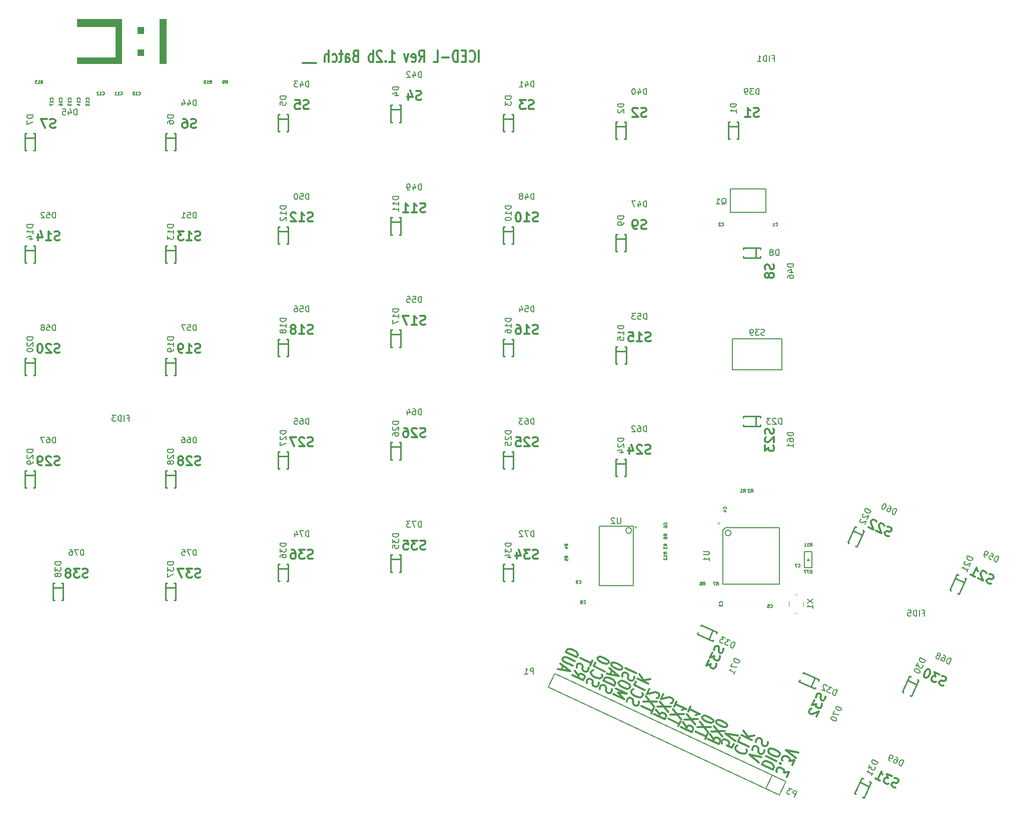
<source format=gbo>
G04 #@! TF.FileFunction,Legend,Bot*
%FSLAX46Y46*%
G04 Gerber Fmt 4.6, Leading zero omitted, Abs format (unit mm)*
G04 Created by KiCad (PCBNEW (2016-03-18 BZR 6629, Git 60d93d0)-product) date 7/17/2016 1:38:49 PM*
%MOMM*%
G01*
G04 APERTURE LIST*
%ADD10C,0.150000*%
%ADD11C,0.300000*%
%ADD12C,0.304800*%
%ADD13C,0.200000*%
%ADD14C,0.149860*%
%ADD15C,0.100000*%
%ADD16C,0.127000*%
%ADD17C,0.010000*%
%ADD18C,0.220980*%
%ADD19C,0.203200*%
G04 APERTURE END LIST*
D10*
D11*
X98696999Y-36083762D02*
X98696999Y-34083762D01*
X97125570Y-35893286D02*
X97196999Y-35988524D01*
X97411285Y-36083762D01*
X97554142Y-36083762D01*
X97768427Y-35988524D01*
X97911285Y-35798048D01*
X97982713Y-35607571D01*
X98054142Y-35226619D01*
X98054142Y-34940905D01*
X97982713Y-34559952D01*
X97911285Y-34369476D01*
X97768427Y-34179000D01*
X97554142Y-34083762D01*
X97411285Y-34083762D01*
X97196999Y-34179000D01*
X97125570Y-34274238D01*
X96482713Y-35036143D02*
X95982713Y-35036143D01*
X95768427Y-36083762D02*
X96482713Y-36083762D01*
X96482713Y-34083762D01*
X95768427Y-34083762D01*
X95125570Y-36083762D02*
X95125570Y-34083762D01*
X94768427Y-34083762D01*
X94554142Y-34179000D01*
X94411284Y-34369476D01*
X94339856Y-34559952D01*
X94268427Y-34940905D01*
X94268427Y-35226619D01*
X94339856Y-35607571D01*
X94411284Y-35798048D01*
X94554142Y-35988524D01*
X94768427Y-36083762D01*
X95125570Y-36083762D01*
X93625570Y-35321857D02*
X92482713Y-35321857D01*
X91054141Y-36083762D02*
X91768427Y-36083762D01*
X91768427Y-34083762D01*
X88554141Y-36083762D02*
X89054141Y-35131381D01*
X89411284Y-36083762D02*
X89411284Y-34083762D01*
X88839856Y-34083762D01*
X88696998Y-34179000D01*
X88625570Y-34274238D01*
X88554141Y-34464714D01*
X88554141Y-34750429D01*
X88625570Y-34940905D01*
X88696998Y-35036143D01*
X88839856Y-35131381D01*
X89411284Y-35131381D01*
X87339856Y-35988524D02*
X87482713Y-36083762D01*
X87768427Y-36083762D01*
X87911284Y-35988524D01*
X87982713Y-35798048D01*
X87982713Y-35036143D01*
X87911284Y-34845667D01*
X87768427Y-34750429D01*
X87482713Y-34750429D01*
X87339856Y-34845667D01*
X87268427Y-35036143D01*
X87268427Y-35226619D01*
X87982713Y-35417095D01*
X86768427Y-34750429D02*
X86411284Y-36083762D01*
X86054142Y-34750429D01*
X83554142Y-36083762D02*
X84411285Y-36083762D01*
X83982713Y-36083762D02*
X83982713Y-34083762D01*
X84125570Y-34369476D01*
X84268428Y-34559952D01*
X84411285Y-34655190D01*
X82911285Y-35893286D02*
X82839857Y-35988524D01*
X82911285Y-36083762D01*
X82982714Y-35988524D01*
X82911285Y-35893286D01*
X82911285Y-36083762D01*
X82268428Y-34274238D02*
X82196999Y-34179000D01*
X82054142Y-34083762D01*
X81696999Y-34083762D01*
X81554142Y-34179000D01*
X81482713Y-34274238D01*
X81411285Y-34464714D01*
X81411285Y-34655190D01*
X81482713Y-34940905D01*
X82339856Y-36083762D01*
X81411285Y-36083762D01*
X80768428Y-36083762D02*
X80768428Y-34083762D01*
X80768428Y-34845667D02*
X80625571Y-34750429D01*
X80339857Y-34750429D01*
X80197000Y-34845667D01*
X80125571Y-34940905D01*
X80054142Y-35131381D01*
X80054142Y-35702810D01*
X80125571Y-35893286D01*
X80197000Y-35988524D01*
X80339857Y-36083762D01*
X80625571Y-36083762D01*
X80768428Y-35988524D01*
X77768428Y-35036143D02*
X77554142Y-35131381D01*
X77482714Y-35226619D01*
X77411285Y-35417095D01*
X77411285Y-35702810D01*
X77482714Y-35893286D01*
X77554142Y-35988524D01*
X77697000Y-36083762D01*
X78268428Y-36083762D01*
X78268428Y-34083762D01*
X77768428Y-34083762D01*
X77625571Y-34179000D01*
X77554142Y-34274238D01*
X77482714Y-34464714D01*
X77482714Y-34655190D01*
X77554142Y-34845667D01*
X77625571Y-34940905D01*
X77768428Y-35036143D01*
X78268428Y-35036143D01*
X76125571Y-36083762D02*
X76125571Y-35036143D01*
X76197000Y-34845667D01*
X76339857Y-34750429D01*
X76625571Y-34750429D01*
X76768428Y-34845667D01*
X76125571Y-35988524D02*
X76268428Y-36083762D01*
X76625571Y-36083762D01*
X76768428Y-35988524D01*
X76839857Y-35798048D01*
X76839857Y-35607571D01*
X76768428Y-35417095D01*
X76625571Y-35321857D01*
X76268428Y-35321857D01*
X76125571Y-35226619D01*
X75625571Y-34750429D02*
X75054142Y-34750429D01*
X75411285Y-34083762D02*
X75411285Y-35798048D01*
X75339857Y-35988524D01*
X75196999Y-36083762D01*
X75054142Y-36083762D01*
X73911285Y-35988524D02*
X74054142Y-36083762D01*
X74339856Y-36083762D01*
X74482714Y-35988524D01*
X74554142Y-35893286D01*
X74625571Y-35702810D01*
X74625571Y-35131381D01*
X74554142Y-34940905D01*
X74482714Y-34845667D01*
X74339856Y-34750429D01*
X74054142Y-34750429D01*
X73911285Y-34845667D01*
X73268428Y-36083762D02*
X73268428Y-34083762D01*
X72625571Y-36083762D02*
X72625571Y-35036143D01*
X72697000Y-34845667D01*
X72839857Y-34750429D01*
X73054142Y-34750429D01*
X73197000Y-34845667D01*
X73268428Y-34940905D01*
X71125571Y-36274238D02*
X69982714Y-36274238D01*
X69982714Y-36274238D02*
X68839857Y-36274238D01*
D12*
X112672309Y-139013832D02*
X112979009Y-138356111D01*
X112084792Y-138900016D02*
X114141100Y-139298372D01*
X112514173Y-137979207D01*
X114570480Y-138377563D02*
X113079647Y-137682377D01*
X112934925Y-137534817D01*
X112877899Y-137428152D01*
X112851543Y-137255715D01*
X112974223Y-136992626D01*
X113123259Y-136901976D01*
X113241625Y-136877097D01*
X113447687Y-136893112D01*
X114938520Y-137588299D01*
X113403603Y-136071818D02*
X115245220Y-136930579D01*
X115398570Y-136601718D01*
X115402884Y-136363508D01*
X115288832Y-136150178D01*
X115144110Y-136002619D01*
X114823996Y-135773274D01*
X114560907Y-135650594D01*
X114179453Y-135552792D01*
X113973391Y-135536778D01*
X113736659Y-135586535D01*
X113556953Y-135742958D01*
X113403603Y-136071818D01*
X114892182Y-139178892D02*
X115554453Y-140048230D01*
X114524142Y-139968157D02*
X116365759Y-140826917D01*
X116611120Y-140300740D01*
X116584763Y-140128303D01*
X116527737Y-140021638D01*
X116383015Y-139874079D01*
X116119927Y-139751399D01*
X115913865Y-139735384D01*
X115795499Y-139760263D01*
X115646463Y-139850913D01*
X115401103Y-140377090D01*
X115225239Y-138693609D02*
X115229552Y-138455400D01*
X115382902Y-138126539D01*
X115531939Y-138035889D01*
X115650305Y-138011010D01*
X115856367Y-138027024D01*
X116031758Y-138108811D01*
X116176481Y-138256370D01*
X116233507Y-138363035D01*
X116259863Y-138535473D01*
X116224879Y-138839455D01*
X116251235Y-139011891D01*
X116308261Y-139118557D01*
X116452983Y-139266115D01*
X116628375Y-139347902D01*
X116834437Y-139363917D01*
X116952804Y-139339038D01*
X117101840Y-139248388D01*
X117255190Y-138919527D01*
X117259504Y-138681318D01*
X117531220Y-138327579D02*
X117899260Y-137538314D01*
X115873623Y-137074186D02*
X117715240Y-137932947D01*
X150806734Y-157195208D02*
X151205445Y-156340171D01*
X150289186Y-156473428D01*
X150381196Y-156276112D01*
X150354840Y-156103675D01*
X150297814Y-155997010D01*
X150153092Y-155849450D01*
X149714612Y-155644984D01*
X149508549Y-155628970D01*
X149390183Y-155653848D01*
X149241147Y-155744499D01*
X149057127Y-156139131D01*
X149083483Y-156311568D01*
X149140509Y-156418234D01*
X149815250Y-154971249D02*
X149758224Y-154864583D01*
X149639857Y-154889462D01*
X149696884Y-154996127D01*
X149815250Y-154971249D01*
X149639857Y-154889462D01*
X151726835Y-155222046D02*
X152125545Y-154367009D01*
X151209287Y-154500267D01*
X151301296Y-154302951D01*
X151274940Y-154130513D01*
X151217914Y-154023848D01*
X151073192Y-153876289D01*
X150634712Y-153671822D01*
X150428650Y-153655808D01*
X150310284Y-153680686D01*
X150161247Y-153771337D01*
X149977228Y-154165969D01*
X150003584Y-154338407D01*
X150060609Y-154445073D01*
X152309565Y-153972376D02*
X150682638Y-152653212D01*
X152738945Y-153051568D01*
X116926133Y-141273428D02*
X116930447Y-141035219D01*
X117083797Y-140706359D01*
X117232833Y-140615708D01*
X117351199Y-140590830D01*
X117557262Y-140606844D01*
X117732653Y-140688630D01*
X117877375Y-140836190D01*
X117934402Y-140942855D01*
X117960758Y-141115292D01*
X117925774Y-141419274D01*
X117952130Y-141591711D01*
X118009156Y-141698377D01*
X118153878Y-141845935D01*
X118329270Y-141927722D01*
X118535332Y-141943737D01*
X118653698Y-141918858D01*
X118802734Y-141828208D01*
X118956085Y-141499347D01*
X118960398Y-141261137D01*
X118025940Y-139143844D02*
X117907574Y-139168723D01*
X117727868Y-139325145D01*
X117666528Y-139456689D01*
X117662213Y-139694899D01*
X117776266Y-139908230D01*
X117920987Y-140055788D01*
X118241102Y-140285134D01*
X118504190Y-140407814D01*
X118885644Y-140505615D01*
X119091707Y-140521630D01*
X119328438Y-140471873D01*
X119508145Y-140315450D01*
X119569485Y-140183905D01*
X119573799Y-139945696D01*
X119516772Y-139839031D01*
X118433278Y-137812389D02*
X118126578Y-138470109D01*
X119968195Y-139328869D01*
X120612265Y-137947656D02*
X120673605Y-137816112D01*
X120647249Y-137643674D01*
X120590223Y-137537009D01*
X120445500Y-137389451D01*
X120125387Y-137160105D01*
X119686906Y-136955638D01*
X119305452Y-136857838D01*
X119099390Y-136841822D01*
X118981024Y-136866701D01*
X118831988Y-136957352D01*
X118770648Y-137088896D01*
X118797004Y-137261333D01*
X118854030Y-137367998D01*
X118998752Y-137515558D01*
X119318866Y-137744903D01*
X119757347Y-137949370D01*
X120138800Y-138047171D01*
X120344863Y-138063185D01*
X120463229Y-138038307D01*
X120612265Y-137947656D01*
X119196798Y-142322315D02*
X119201112Y-142084105D01*
X119354462Y-141755245D01*
X119503498Y-141664594D01*
X119621864Y-141639716D01*
X119827927Y-141655730D01*
X120003318Y-141737517D01*
X120148040Y-141885076D01*
X120205066Y-141991741D01*
X120231422Y-142164179D01*
X120196438Y-142468161D01*
X120222795Y-142640597D01*
X120279821Y-142747263D01*
X120424542Y-142894821D01*
X120599935Y-142976608D01*
X120805997Y-142992623D01*
X120924363Y-142967744D01*
X121073399Y-142877094D01*
X121226750Y-142548233D01*
X121231063Y-142310024D01*
X119753172Y-140900208D02*
X121594790Y-141758969D01*
X121748140Y-141430108D01*
X121752454Y-141191898D01*
X121638401Y-140978568D01*
X121493679Y-140831009D01*
X121173565Y-140601664D01*
X120910477Y-140478984D01*
X120529022Y-140381182D01*
X120322961Y-140365168D01*
X120086229Y-140414925D01*
X119906522Y-140571348D01*
X119753172Y-140900208D01*
X120892749Y-139830127D02*
X121199449Y-139172406D01*
X120305232Y-139716311D02*
X122361540Y-140114667D01*
X120734613Y-138795502D01*
X122913600Y-138930770D02*
X122974940Y-138799226D01*
X122948584Y-138626788D01*
X122891558Y-138520123D01*
X122746836Y-138372564D01*
X122426722Y-138143219D01*
X121988241Y-137938752D01*
X121606787Y-137840951D01*
X121400725Y-137824936D01*
X121282359Y-137849814D01*
X121133323Y-137940465D01*
X121071983Y-138072010D01*
X121098339Y-138244447D01*
X121155365Y-138351112D01*
X121300087Y-138498672D01*
X121620201Y-138728016D01*
X122058682Y-138932483D01*
X122440136Y-139030285D01*
X122646198Y-139046299D01*
X122764564Y-139021421D01*
X122913600Y-138930770D01*
X142468905Y-151899451D02*
X142350539Y-151924329D01*
X142170833Y-152080752D01*
X142109492Y-152212296D01*
X142105178Y-152450506D01*
X142219231Y-152663836D01*
X142363952Y-152811395D01*
X142684067Y-153040740D01*
X142947155Y-153163420D01*
X143328609Y-153261222D01*
X143534671Y-153277236D01*
X143771403Y-153227480D01*
X143951110Y-153071056D01*
X144012450Y-152939512D01*
X144016764Y-152701303D01*
X143959737Y-152594638D01*
X142876242Y-150567995D02*
X142569542Y-151225715D01*
X144411160Y-152084476D01*
X143090932Y-150107591D02*
X144932550Y-150966351D01*
X143458973Y-149318326D02*
X144235295Y-150400995D01*
X145300590Y-150177087D02*
X143880197Y-150475631D01*
X146589483Y-155076612D02*
X148431100Y-155935372D01*
X148584450Y-155606512D01*
X148588764Y-155368302D01*
X148474711Y-155154972D01*
X148329989Y-155007412D01*
X148009876Y-154778067D01*
X147746787Y-154655387D01*
X147365333Y-154557585D01*
X147159271Y-154541572D01*
X146922539Y-154591328D01*
X146742833Y-154747752D01*
X146589483Y-155076612D01*
X147233553Y-153695399D02*
X149075170Y-154554159D01*
X149504550Y-153633350D02*
X149627230Y-153370262D01*
X149600874Y-153197825D01*
X149486822Y-152984494D01*
X149166708Y-152755148D01*
X148552835Y-152468895D01*
X148171381Y-152371094D01*
X147934649Y-152420852D01*
X147785613Y-152511501D01*
X147662933Y-152774590D01*
X147689289Y-152947028D01*
X147803341Y-153160359D01*
X148123455Y-153389703D01*
X148737328Y-153675957D01*
X149118782Y-153773759D01*
X149355514Y-153724001D01*
X149504550Y-153633350D01*
X146103414Y-154773119D02*
X144476487Y-153453955D01*
X146532795Y-153852311D01*
X144962894Y-152639811D02*
X144967207Y-152401602D01*
X145120557Y-152072742D01*
X145269594Y-151982091D01*
X145387959Y-151957212D01*
X145594022Y-151973227D01*
X145769413Y-152055013D01*
X145914136Y-152202572D01*
X145971162Y-152309237D01*
X145997518Y-152481675D01*
X145962534Y-152785657D01*
X145988890Y-152958094D01*
X146045916Y-153064760D01*
X146190638Y-153212318D01*
X146366030Y-153294104D01*
X146572092Y-153310119D01*
X146690459Y-153285240D01*
X146839495Y-153194590D01*
X146992845Y-152865729D01*
X146997159Y-152627520D01*
X145576294Y-151324370D02*
X145580608Y-151086160D01*
X145733958Y-150757300D01*
X145882994Y-150666649D01*
X146001360Y-150641771D01*
X146207422Y-150657785D01*
X146382814Y-150739572D01*
X146527536Y-150887131D01*
X146584562Y-150993796D01*
X146610918Y-151166234D01*
X146575934Y-151470215D01*
X146602291Y-151642652D01*
X146659317Y-151749318D01*
X146804038Y-151896876D01*
X146979431Y-151978663D01*
X147185493Y-151994678D01*
X147303859Y-151969799D01*
X147452895Y-151879149D01*
X147606245Y-151550288D01*
X147610559Y-151312079D01*
X141855825Y-151609362D02*
X141549125Y-152267082D01*
X140641494Y-151923920D01*
X140759860Y-151899042D01*
X140908896Y-151808391D01*
X141062246Y-151479531D01*
X141035890Y-151307094D01*
X140978864Y-151200429D01*
X140834142Y-151052869D01*
X140395662Y-150848403D01*
X140189600Y-150832388D01*
X140071234Y-150857267D01*
X139922197Y-150947918D01*
X139768847Y-151276778D01*
X139795203Y-151449215D01*
X139852230Y-151555880D01*
X142070515Y-151148957D02*
X140443588Y-149829792D01*
X142499895Y-150228148D01*
X137817842Y-149978437D02*
X138480113Y-150847774D01*
X137449802Y-150767701D02*
X139291419Y-151626461D01*
X139536780Y-151100284D01*
X139510423Y-150927848D01*
X139453397Y-150821182D01*
X139308675Y-150673623D01*
X139045587Y-150550944D01*
X138839525Y-150534928D01*
X138721159Y-150559808D01*
X138572123Y-150650458D01*
X138326763Y-151176635D01*
X139874149Y-150376793D02*
X138461912Y-148597224D01*
X140303530Y-149455984D02*
X138032532Y-149518032D01*
X140671570Y-148666718D02*
X140732910Y-148535174D01*
X140706554Y-148362737D01*
X140649528Y-148256072D01*
X140504805Y-148108513D01*
X140184692Y-147879167D01*
X139746211Y-147674700D01*
X139364757Y-147576900D01*
X139158695Y-147560885D01*
X139040329Y-147585763D01*
X138891293Y-147676414D01*
X138829953Y-147807958D01*
X138856309Y-147980396D01*
X138913335Y-148087061D01*
X139058057Y-148234620D01*
X139378171Y-148463965D01*
X139816652Y-148668432D01*
X140198105Y-148766233D01*
X140404168Y-148782248D01*
X140522534Y-148757369D01*
X140671570Y-148666718D01*
X136990085Y-150770347D02*
X137358125Y-149981082D01*
X135332487Y-149516955D02*
X137174104Y-150375715D01*
X137511475Y-149652222D02*
X136099237Y-147872653D01*
X137940855Y-148731413D02*
X135669857Y-148793462D01*
X138308895Y-147942148D02*
X138370235Y-147810604D01*
X138343879Y-147638166D01*
X138286853Y-147531501D01*
X138142131Y-147383943D01*
X137822017Y-147154597D01*
X137383536Y-146950130D01*
X137002082Y-146852329D01*
X136796020Y-146836314D01*
X136677654Y-146861193D01*
X136528618Y-146951843D01*
X136467278Y-147083388D01*
X136493634Y-147255825D01*
X136550660Y-147362490D01*
X136695382Y-147510050D01*
X137015496Y-147739395D01*
X137453977Y-147943861D01*
X137835431Y-148041663D01*
X138041493Y-148057677D01*
X138159859Y-148032799D01*
X138308895Y-147942148D01*
X133245842Y-147946437D02*
X133908113Y-148815774D01*
X132877802Y-148735701D02*
X134719419Y-149594461D01*
X134964780Y-149068284D01*
X134938423Y-148895848D01*
X134881397Y-148789182D01*
X134736675Y-148641623D01*
X134473587Y-148518944D01*
X134267525Y-148502928D01*
X134149159Y-148527808D01*
X134000123Y-148618458D01*
X133754763Y-149144635D01*
X135302149Y-148344793D02*
X133889912Y-146565224D01*
X135731530Y-147423984D02*
X133460532Y-147486032D01*
X134472643Y-145315554D02*
X134104603Y-146104818D01*
X134288623Y-145710186D02*
X136130240Y-146568947D01*
X135805811Y-146577811D01*
X135569079Y-146627567D01*
X135420043Y-146718218D01*
X132418085Y-148611347D02*
X132786125Y-147822082D01*
X130760487Y-147357955D02*
X132602104Y-148216715D01*
X132939475Y-147493222D02*
X131527237Y-145713653D01*
X133368855Y-146572413D02*
X131097857Y-146634462D01*
X132109968Y-144463983D02*
X131741928Y-145253248D01*
X131925948Y-144858616D02*
X133767565Y-145717376D01*
X133443137Y-145726240D01*
X133206405Y-145775997D01*
X133057368Y-145866648D01*
X123768799Y-144481314D02*
X123773112Y-144243104D01*
X123926462Y-143914244D01*
X124075498Y-143823594D01*
X124193864Y-143798715D01*
X124399927Y-143814729D01*
X124575318Y-143896516D01*
X124720040Y-144044075D01*
X124777067Y-144150740D01*
X124803423Y-144323178D01*
X124768439Y-144627160D01*
X124794795Y-144799596D01*
X124851821Y-144906262D01*
X124996543Y-145053820D01*
X125171935Y-145135607D01*
X125377997Y-145151622D01*
X125496364Y-145126743D01*
X125645400Y-145036093D01*
X125798750Y-144707232D01*
X125803064Y-144469023D01*
X124868605Y-142351730D02*
X124750239Y-142376608D01*
X124570533Y-142533030D01*
X124509193Y-142664575D01*
X124504879Y-142902785D01*
X124618931Y-143116115D01*
X124763652Y-143263674D01*
X125083767Y-143493019D01*
X125346856Y-143615699D01*
X125728309Y-143713501D01*
X125934372Y-143729515D01*
X126171104Y-143679758D01*
X126350810Y-143523335D01*
X126412150Y-143391791D01*
X126416464Y-143153581D01*
X126359438Y-143046916D01*
X125275943Y-141020274D02*
X124969243Y-141677994D01*
X126810860Y-142536755D01*
X125490633Y-140559870D02*
X127332250Y-141418630D01*
X125858673Y-139770605D02*
X126634996Y-140853274D01*
X127700290Y-140629365D02*
X126279897Y-140927910D01*
X121471777Y-143132991D02*
X123313395Y-143991751D01*
X122212643Y-142917946D01*
X123742775Y-143070942D01*
X121901157Y-142212182D01*
X124172155Y-142150134D02*
X124294835Y-141887045D01*
X124268479Y-141714608D01*
X124154426Y-141501277D01*
X123834313Y-141271932D01*
X123220440Y-140985678D01*
X122838986Y-140887878D01*
X122602253Y-140937635D01*
X122453218Y-141028285D01*
X122330537Y-141291373D01*
X122356894Y-141463811D01*
X122470946Y-141677142D01*
X122791060Y-141906487D01*
X123404933Y-142192740D01*
X123786386Y-142290542D01*
X124023119Y-142240785D01*
X124172155Y-142150134D01*
X122939624Y-140214142D02*
X122943937Y-139975933D01*
X123097287Y-139647073D01*
X123246324Y-139556422D01*
X123364690Y-139531544D01*
X123570752Y-139547558D01*
X123746144Y-139629344D01*
X123890866Y-139776904D01*
X123947892Y-139883569D01*
X123974248Y-140056006D01*
X123939264Y-140359988D01*
X123965621Y-140532425D01*
X124022646Y-140639091D01*
X124167368Y-140786649D01*
X124342760Y-140868436D01*
X124548822Y-140884451D01*
X124667189Y-140859571D01*
X124816225Y-140768922D01*
X124969575Y-140440060D01*
X124973889Y-140201851D01*
X123495998Y-138792036D02*
X125337615Y-139650796D01*
X127846085Y-146452347D02*
X128214125Y-145663082D01*
X126188487Y-145198955D02*
X128030104Y-146057715D01*
X128367475Y-145334222D02*
X126955237Y-143554653D01*
X128796855Y-144413413D02*
X126525857Y-144475462D01*
X128836153Y-143871221D02*
X128954519Y-143846343D01*
X129103555Y-143755692D01*
X129256905Y-143426832D01*
X129230549Y-143254395D01*
X129173523Y-143147729D01*
X129028801Y-143000170D01*
X128853409Y-142918383D01*
X128559651Y-142861476D01*
X127139258Y-143160020D01*
X127537968Y-142304983D01*
X128673842Y-145787437D02*
X129336113Y-146656774D01*
X128305802Y-146576701D02*
X130147419Y-147435461D01*
X130392780Y-146909284D01*
X130366423Y-146736848D01*
X130309397Y-146630182D01*
X130164675Y-146482623D01*
X129901587Y-146359944D01*
X129695525Y-146343928D01*
X129577159Y-146368808D01*
X129428123Y-146459458D01*
X129182763Y-146985635D01*
X130730149Y-146185793D02*
X129317912Y-144406224D01*
X131159530Y-145264984D02*
X128888532Y-145327032D01*
X131198828Y-144722792D02*
X131317194Y-144697913D01*
X131466230Y-144607263D01*
X131619580Y-144278403D01*
X131593224Y-144105965D01*
X131536198Y-143999300D01*
X131391476Y-143851741D01*
X131216083Y-143769954D01*
X130922325Y-143713047D01*
X129501932Y-144011591D01*
X129900643Y-143156554D01*
D13*
X139980000Y-115361000D02*
X139980000Y-124561000D01*
X139980000Y-124561000D02*
X149580000Y-124561000D01*
X149580000Y-124561000D02*
X149580000Y-114961000D01*
X149580000Y-114961000D02*
X140380000Y-114961000D01*
X140380000Y-114961000D02*
X139980000Y-115361000D01*
X141380000Y-115861000D02*
G75*
G03X141380000Y-115861000I-500000J0D01*
G01*
D14*
X154584400Y-120548400D02*
X154432000Y-120243600D01*
X154432000Y-120243600D02*
X154279600Y-120548400D01*
X154279600Y-120548400D02*
X154584400Y-120548400D01*
X155067000Y-121729500D02*
X155067000Y-119062500D01*
X155067000Y-119062500D02*
X153797000Y-119062500D01*
X153797000Y-119062500D02*
X153797000Y-121729500D01*
X153797000Y-121729500D02*
X155067000Y-121729500D01*
D15*
X152550000Y-126289000D02*
X152250000Y-126289000D01*
X153650000Y-128239000D02*
X153650000Y-127539000D01*
X152250000Y-129489000D02*
X152550000Y-129489000D01*
X151200000Y-128239000D02*
X151200000Y-127539000D01*
D13*
X110452090Y-142013683D02*
X149586460Y-160262339D01*
X150659910Y-157960317D02*
X111525540Y-139711661D01*
X149586460Y-160262339D02*
X150659910Y-157960317D01*
X110452090Y-142013683D02*
X111525540Y-139711661D01*
X147284438Y-159188889D02*
X148357889Y-156886867D01*
D16*
X147272000Y-57563000D02*
X141272000Y-57563000D01*
X141272000Y-57563000D02*
X141272000Y-61563000D01*
X141272000Y-61563000D02*
X147272000Y-61563000D01*
X147272000Y-61563000D02*
X147272000Y-57563000D01*
X149996000Y-82998000D02*
X141596000Y-82998000D01*
X141596000Y-82998000D02*
X141596000Y-88198000D01*
X141596000Y-88198000D02*
X149996000Y-88198000D01*
X149996000Y-88198000D02*
X149996000Y-82998000D01*
D13*
X124800000Y-114691000D02*
X119040000Y-114691000D01*
X119040000Y-114691000D02*
X119040000Y-124831000D01*
X119040000Y-124831000D02*
X124800000Y-124831000D01*
X124800000Y-124831000D02*
X124800000Y-114691000D01*
X124550000Y-115441000D02*
G75*
G03X124550000Y-115441000I-500000J0D01*
G01*
D17*
G36*
X45720000Y-28829000D02*
X45570000Y-28829000D01*
X45570000Y-28979000D01*
X45720000Y-28979000D01*
X45720000Y-28829000D01*
X45720000Y-28829000D01*
G37*
X45720000Y-28829000D02*
X45570000Y-28829000D01*
X45570000Y-28979000D01*
X45720000Y-28979000D01*
X45720000Y-28829000D01*
G36*
X45570000Y-28829000D02*
X45420000Y-28829000D01*
X45420000Y-28979000D01*
X45570000Y-28979000D01*
X45570000Y-28829000D01*
X45570000Y-28829000D01*
G37*
X45570000Y-28829000D02*
X45420000Y-28829000D01*
X45420000Y-28979000D01*
X45570000Y-28979000D01*
X45570000Y-28829000D01*
G36*
X45420000Y-28829000D02*
X45270000Y-28829000D01*
X45270000Y-28979000D01*
X45420000Y-28979000D01*
X45420000Y-28829000D01*
X45420000Y-28829000D01*
G37*
X45420000Y-28829000D02*
X45270000Y-28829000D01*
X45270000Y-28979000D01*
X45420000Y-28979000D01*
X45420000Y-28829000D01*
G36*
X45270000Y-28829000D02*
X45120000Y-28829000D01*
X45120000Y-28979000D01*
X45270000Y-28979000D01*
X45270000Y-28829000D01*
X45270000Y-28829000D01*
G37*
X45270000Y-28829000D02*
X45120000Y-28829000D01*
X45120000Y-28979000D01*
X45270000Y-28979000D01*
X45270000Y-28829000D01*
G36*
X45120000Y-28829000D02*
X44970000Y-28829000D01*
X44970000Y-28979000D01*
X45120000Y-28979000D01*
X45120000Y-28829000D01*
X45120000Y-28829000D01*
G37*
X45120000Y-28829000D02*
X44970000Y-28829000D01*
X44970000Y-28979000D01*
X45120000Y-28979000D01*
X45120000Y-28829000D01*
G36*
X44970000Y-28829000D02*
X44820000Y-28829000D01*
X44820000Y-28979000D01*
X44970000Y-28979000D01*
X44970000Y-28829000D01*
X44970000Y-28829000D01*
G37*
X44970000Y-28829000D02*
X44820000Y-28829000D01*
X44820000Y-28979000D01*
X44970000Y-28979000D01*
X44970000Y-28829000D01*
G36*
X44820000Y-28829000D02*
X44670000Y-28829000D01*
X44670000Y-28979000D01*
X44820000Y-28979000D01*
X44820000Y-28829000D01*
X44820000Y-28829000D01*
G37*
X44820000Y-28829000D02*
X44670000Y-28829000D01*
X44670000Y-28979000D01*
X44820000Y-28979000D01*
X44820000Y-28829000D01*
G36*
X38220000Y-28829000D02*
X38070000Y-28829000D01*
X38070000Y-28979000D01*
X38220000Y-28979000D01*
X38220000Y-28829000D01*
X38220000Y-28829000D01*
G37*
X38220000Y-28829000D02*
X38070000Y-28829000D01*
X38070000Y-28979000D01*
X38220000Y-28979000D01*
X38220000Y-28829000D01*
G36*
X38070000Y-28829000D02*
X37920000Y-28829000D01*
X37920000Y-28979000D01*
X38070000Y-28979000D01*
X38070000Y-28829000D01*
X38070000Y-28829000D01*
G37*
X38070000Y-28829000D02*
X37920000Y-28829000D01*
X37920000Y-28979000D01*
X38070000Y-28979000D01*
X38070000Y-28829000D01*
G36*
X37920000Y-28829000D02*
X37770000Y-28829000D01*
X37770000Y-28979000D01*
X37920000Y-28979000D01*
X37920000Y-28829000D01*
X37920000Y-28829000D01*
G37*
X37920000Y-28829000D02*
X37770000Y-28829000D01*
X37770000Y-28979000D01*
X37920000Y-28979000D01*
X37920000Y-28829000D01*
G36*
X37770000Y-28829000D02*
X37620000Y-28829000D01*
X37620000Y-28979000D01*
X37770000Y-28979000D01*
X37770000Y-28829000D01*
X37770000Y-28829000D01*
G37*
X37770000Y-28829000D02*
X37620000Y-28829000D01*
X37620000Y-28979000D01*
X37770000Y-28979000D01*
X37770000Y-28829000D01*
G36*
X37620000Y-28829000D02*
X37470000Y-28829000D01*
X37470000Y-28979000D01*
X37620000Y-28979000D01*
X37620000Y-28829000D01*
X37620000Y-28829000D01*
G37*
X37620000Y-28829000D02*
X37470000Y-28829000D01*
X37470000Y-28979000D01*
X37620000Y-28979000D01*
X37620000Y-28829000D01*
G36*
X37470000Y-28829000D02*
X37320000Y-28829000D01*
X37320000Y-28979000D01*
X37470000Y-28979000D01*
X37470000Y-28829000D01*
X37470000Y-28829000D01*
G37*
X37470000Y-28829000D02*
X37320000Y-28829000D01*
X37320000Y-28979000D01*
X37470000Y-28979000D01*
X37470000Y-28829000D01*
G36*
X37320000Y-28829000D02*
X37170000Y-28829000D01*
X37170000Y-28979000D01*
X37320000Y-28979000D01*
X37320000Y-28829000D01*
X37320000Y-28829000D01*
G37*
X37320000Y-28829000D02*
X37170000Y-28829000D01*
X37170000Y-28979000D01*
X37320000Y-28979000D01*
X37320000Y-28829000D01*
G36*
X37170000Y-28829000D02*
X37020000Y-28829000D01*
X37020000Y-28979000D01*
X37170000Y-28979000D01*
X37170000Y-28829000D01*
X37170000Y-28829000D01*
G37*
X37170000Y-28829000D02*
X37020000Y-28829000D01*
X37020000Y-28979000D01*
X37170000Y-28979000D01*
X37170000Y-28829000D01*
G36*
X37020000Y-28829000D02*
X36870000Y-28829000D01*
X36870000Y-28979000D01*
X37020000Y-28979000D01*
X37020000Y-28829000D01*
X37020000Y-28829000D01*
G37*
X37020000Y-28829000D02*
X36870000Y-28829000D01*
X36870000Y-28979000D01*
X37020000Y-28979000D01*
X37020000Y-28829000D01*
G36*
X36870000Y-28829000D02*
X36720000Y-28829000D01*
X36720000Y-28979000D01*
X36870000Y-28979000D01*
X36870000Y-28829000D01*
X36870000Y-28829000D01*
G37*
X36870000Y-28829000D02*
X36720000Y-28829000D01*
X36720000Y-28979000D01*
X36870000Y-28979000D01*
X36870000Y-28829000D01*
G36*
X36720000Y-28829000D02*
X36570000Y-28829000D01*
X36570000Y-28979000D01*
X36720000Y-28979000D01*
X36720000Y-28829000D01*
X36720000Y-28829000D01*
G37*
X36720000Y-28829000D02*
X36570000Y-28829000D01*
X36570000Y-28979000D01*
X36720000Y-28979000D01*
X36720000Y-28829000D01*
G36*
X36570000Y-28829000D02*
X36420000Y-28829000D01*
X36420000Y-28979000D01*
X36570000Y-28979000D01*
X36570000Y-28829000D01*
X36570000Y-28829000D01*
G37*
X36570000Y-28829000D02*
X36420000Y-28829000D01*
X36420000Y-28979000D01*
X36570000Y-28979000D01*
X36570000Y-28829000D01*
G36*
X36420000Y-28829000D02*
X36270000Y-28829000D01*
X36270000Y-28979000D01*
X36420000Y-28979000D01*
X36420000Y-28829000D01*
X36420000Y-28829000D01*
G37*
X36420000Y-28829000D02*
X36270000Y-28829000D01*
X36270000Y-28979000D01*
X36420000Y-28979000D01*
X36420000Y-28829000D01*
G36*
X36270000Y-28829000D02*
X36120000Y-28829000D01*
X36120000Y-28979000D01*
X36270000Y-28979000D01*
X36270000Y-28829000D01*
X36270000Y-28829000D01*
G37*
X36270000Y-28829000D02*
X36120000Y-28829000D01*
X36120000Y-28979000D01*
X36270000Y-28979000D01*
X36270000Y-28829000D01*
G36*
X36120000Y-28829000D02*
X35970000Y-28829000D01*
X35970000Y-28979000D01*
X36120000Y-28979000D01*
X36120000Y-28829000D01*
X36120000Y-28829000D01*
G37*
X36120000Y-28829000D02*
X35970000Y-28829000D01*
X35970000Y-28979000D01*
X36120000Y-28979000D01*
X36120000Y-28829000D01*
G36*
X35970000Y-28829000D02*
X35820000Y-28829000D01*
X35820000Y-28979000D01*
X35970000Y-28979000D01*
X35970000Y-28829000D01*
X35970000Y-28829000D01*
G37*
X35970000Y-28829000D02*
X35820000Y-28829000D01*
X35820000Y-28979000D01*
X35970000Y-28979000D01*
X35970000Y-28829000D01*
G36*
X35820000Y-28829000D02*
X35670000Y-28829000D01*
X35670000Y-28979000D01*
X35820000Y-28979000D01*
X35820000Y-28829000D01*
X35820000Y-28829000D01*
G37*
X35820000Y-28829000D02*
X35670000Y-28829000D01*
X35670000Y-28979000D01*
X35820000Y-28979000D01*
X35820000Y-28829000D01*
G36*
X35670000Y-28829000D02*
X35520000Y-28829000D01*
X35520000Y-28979000D01*
X35670000Y-28979000D01*
X35670000Y-28829000D01*
X35670000Y-28829000D01*
G37*
X35670000Y-28829000D02*
X35520000Y-28829000D01*
X35520000Y-28979000D01*
X35670000Y-28979000D01*
X35670000Y-28829000D01*
G36*
X35520000Y-28829000D02*
X35370000Y-28829000D01*
X35370000Y-28979000D01*
X35520000Y-28979000D01*
X35520000Y-28829000D01*
X35520000Y-28829000D01*
G37*
X35520000Y-28829000D02*
X35370000Y-28829000D01*
X35370000Y-28979000D01*
X35520000Y-28979000D01*
X35520000Y-28829000D01*
G36*
X35370000Y-28829000D02*
X35220000Y-28829000D01*
X35220000Y-28979000D01*
X35370000Y-28979000D01*
X35370000Y-28829000D01*
X35370000Y-28829000D01*
G37*
X35370000Y-28829000D02*
X35220000Y-28829000D01*
X35220000Y-28979000D01*
X35370000Y-28979000D01*
X35370000Y-28829000D01*
G36*
X35220000Y-28829000D02*
X35070000Y-28829000D01*
X35070000Y-28979000D01*
X35220000Y-28979000D01*
X35220000Y-28829000D01*
X35220000Y-28829000D01*
G37*
X35220000Y-28829000D02*
X35070000Y-28829000D01*
X35070000Y-28979000D01*
X35220000Y-28979000D01*
X35220000Y-28829000D01*
G36*
X35070000Y-28829000D02*
X34920000Y-28829000D01*
X34920000Y-28979000D01*
X35070000Y-28979000D01*
X35070000Y-28829000D01*
X35070000Y-28829000D01*
G37*
X35070000Y-28829000D02*
X34920000Y-28829000D01*
X34920000Y-28979000D01*
X35070000Y-28979000D01*
X35070000Y-28829000D01*
G36*
X34920000Y-28829000D02*
X34770000Y-28829000D01*
X34770000Y-28979000D01*
X34920000Y-28979000D01*
X34920000Y-28829000D01*
X34920000Y-28829000D01*
G37*
X34920000Y-28829000D02*
X34770000Y-28829000D01*
X34770000Y-28979000D01*
X34920000Y-28979000D01*
X34920000Y-28829000D01*
G36*
X34770000Y-28829000D02*
X34620000Y-28829000D01*
X34620000Y-28979000D01*
X34770000Y-28979000D01*
X34770000Y-28829000D01*
X34770000Y-28829000D01*
G37*
X34770000Y-28829000D02*
X34620000Y-28829000D01*
X34620000Y-28979000D01*
X34770000Y-28979000D01*
X34770000Y-28829000D01*
G36*
X34620000Y-28829000D02*
X34470000Y-28829000D01*
X34470000Y-28979000D01*
X34620000Y-28979000D01*
X34620000Y-28829000D01*
X34620000Y-28829000D01*
G37*
X34620000Y-28829000D02*
X34470000Y-28829000D01*
X34470000Y-28979000D01*
X34620000Y-28979000D01*
X34620000Y-28829000D01*
G36*
X34470000Y-28829000D02*
X34320000Y-28829000D01*
X34320000Y-28979000D01*
X34470000Y-28979000D01*
X34470000Y-28829000D01*
X34470000Y-28829000D01*
G37*
X34470000Y-28829000D02*
X34320000Y-28829000D01*
X34320000Y-28979000D01*
X34470000Y-28979000D01*
X34470000Y-28829000D01*
G36*
X34320000Y-28829000D02*
X34170000Y-28829000D01*
X34170000Y-28979000D01*
X34320000Y-28979000D01*
X34320000Y-28829000D01*
X34320000Y-28829000D01*
G37*
X34320000Y-28829000D02*
X34170000Y-28829000D01*
X34170000Y-28979000D01*
X34320000Y-28979000D01*
X34320000Y-28829000D01*
G36*
X34170000Y-28829000D02*
X34020000Y-28829000D01*
X34020000Y-28979000D01*
X34170000Y-28979000D01*
X34170000Y-28829000D01*
X34170000Y-28829000D01*
G37*
X34170000Y-28829000D02*
X34020000Y-28829000D01*
X34020000Y-28979000D01*
X34170000Y-28979000D01*
X34170000Y-28829000D01*
G36*
X34020000Y-28829000D02*
X33870000Y-28829000D01*
X33870000Y-28979000D01*
X34020000Y-28979000D01*
X34020000Y-28829000D01*
X34020000Y-28829000D01*
G37*
X34020000Y-28829000D02*
X33870000Y-28829000D01*
X33870000Y-28979000D01*
X34020000Y-28979000D01*
X34020000Y-28829000D01*
G36*
X33870000Y-28829000D02*
X33720000Y-28829000D01*
X33720000Y-28979000D01*
X33870000Y-28979000D01*
X33870000Y-28829000D01*
X33870000Y-28829000D01*
G37*
X33870000Y-28829000D02*
X33720000Y-28829000D01*
X33720000Y-28979000D01*
X33870000Y-28979000D01*
X33870000Y-28829000D01*
G36*
X33720000Y-28829000D02*
X33570000Y-28829000D01*
X33570000Y-28979000D01*
X33720000Y-28979000D01*
X33720000Y-28829000D01*
X33720000Y-28829000D01*
G37*
X33720000Y-28829000D02*
X33570000Y-28829000D01*
X33570000Y-28979000D01*
X33720000Y-28979000D01*
X33720000Y-28829000D01*
G36*
X33570000Y-28829000D02*
X33420000Y-28829000D01*
X33420000Y-28979000D01*
X33570000Y-28979000D01*
X33570000Y-28829000D01*
X33570000Y-28829000D01*
G37*
X33570000Y-28829000D02*
X33420000Y-28829000D01*
X33420000Y-28979000D01*
X33570000Y-28979000D01*
X33570000Y-28829000D01*
G36*
X33420000Y-28829000D02*
X33270000Y-28829000D01*
X33270000Y-28979000D01*
X33420000Y-28979000D01*
X33420000Y-28829000D01*
X33420000Y-28829000D01*
G37*
X33420000Y-28829000D02*
X33270000Y-28829000D01*
X33270000Y-28979000D01*
X33420000Y-28979000D01*
X33420000Y-28829000D01*
G36*
X33270000Y-28829000D02*
X33120000Y-28829000D01*
X33120000Y-28979000D01*
X33270000Y-28979000D01*
X33270000Y-28829000D01*
X33270000Y-28829000D01*
G37*
X33270000Y-28829000D02*
X33120000Y-28829000D01*
X33120000Y-28979000D01*
X33270000Y-28979000D01*
X33270000Y-28829000D01*
G36*
X33120000Y-28829000D02*
X32970000Y-28829000D01*
X32970000Y-28979000D01*
X33120000Y-28979000D01*
X33120000Y-28829000D01*
X33120000Y-28829000D01*
G37*
X33120000Y-28829000D02*
X32970000Y-28829000D01*
X32970000Y-28979000D01*
X33120000Y-28979000D01*
X33120000Y-28829000D01*
G36*
X32970000Y-28829000D02*
X32820000Y-28829000D01*
X32820000Y-28979000D01*
X32970000Y-28979000D01*
X32970000Y-28829000D01*
X32970000Y-28829000D01*
G37*
X32970000Y-28829000D02*
X32820000Y-28829000D01*
X32820000Y-28979000D01*
X32970000Y-28979000D01*
X32970000Y-28829000D01*
G36*
X32820000Y-28829000D02*
X32670000Y-28829000D01*
X32670000Y-28979000D01*
X32820000Y-28979000D01*
X32820000Y-28829000D01*
X32820000Y-28829000D01*
G37*
X32820000Y-28829000D02*
X32670000Y-28829000D01*
X32670000Y-28979000D01*
X32820000Y-28979000D01*
X32820000Y-28829000D01*
G36*
X32670000Y-28829000D02*
X32520000Y-28829000D01*
X32520000Y-28979000D01*
X32670000Y-28979000D01*
X32670000Y-28829000D01*
X32670000Y-28829000D01*
G37*
X32670000Y-28829000D02*
X32520000Y-28829000D01*
X32520000Y-28979000D01*
X32670000Y-28979000D01*
X32670000Y-28829000D01*
G36*
X32520000Y-28829000D02*
X32370000Y-28829000D01*
X32370000Y-28979000D01*
X32520000Y-28979000D01*
X32520000Y-28829000D01*
X32520000Y-28829000D01*
G37*
X32520000Y-28829000D02*
X32370000Y-28829000D01*
X32370000Y-28979000D01*
X32520000Y-28979000D01*
X32520000Y-28829000D01*
G36*
X32370000Y-28829000D02*
X32220000Y-28829000D01*
X32220000Y-28979000D01*
X32370000Y-28979000D01*
X32370000Y-28829000D01*
X32370000Y-28829000D01*
G37*
X32370000Y-28829000D02*
X32220000Y-28829000D01*
X32220000Y-28979000D01*
X32370000Y-28979000D01*
X32370000Y-28829000D01*
G36*
X32220000Y-28829000D02*
X32070000Y-28829000D01*
X32070000Y-28979000D01*
X32220000Y-28979000D01*
X32220000Y-28829000D01*
X32220000Y-28829000D01*
G37*
X32220000Y-28829000D02*
X32070000Y-28829000D01*
X32070000Y-28979000D01*
X32220000Y-28979000D01*
X32220000Y-28829000D01*
G36*
X32070000Y-28829000D02*
X31920000Y-28829000D01*
X31920000Y-28979000D01*
X32070000Y-28979000D01*
X32070000Y-28829000D01*
X32070000Y-28829000D01*
G37*
X32070000Y-28829000D02*
X31920000Y-28829000D01*
X31920000Y-28979000D01*
X32070000Y-28979000D01*
X32070000Y-28829000D01*
G36*
X31920000Y-28829000D02*
X31770000Y-28829000D01*
X31770000Y-28979000D01*
X31920000Y-28979000D01*
X31920000Y-28829000D01*
X31920000Y-28829000D01*
G37*
X31920000Y-28829000D02*
X31770000Y-28829000D01*
X31770000Y-28979000D01*
X31920000Y-28979000D01*
X31920000Y-28829000D01*
G36*
X31770000Y-28829000D02*
X31620000Y-28829000D01*
X31620000Y-28979000D01*
X31770000Y-28979000D01*
X31770000Y-28829000D01*
X31770000Y-28829000D01*
G37*
X31770000Y-28829000D02*
X31620000Y-28829000D01*
X31620000Y-28979000D01*
X31770000Y-28979000D01*
X31770000Y-28829000D01*
G36*
X31620000Y-28829000D02*
X31470000Y-28829000D01*
X31470000Y-28979000D01*
X31620000Y-28979000D01*
X31620000Y-28829000D01*
X31620000Y-28829000D01*
G37*
X31620000Y-28829000D02*
X31470000Y-28829000D01*
X31470000Y-28979000D01*
X31620000Y-28979000D01*
X31620000Y-28829000D01*
G36*
X31470000Y-28829000D02*
X31320000Y-28829000D01*
X31320000Y-28979000D01*
X31470000Y-28979000D01*
X31470000Y-28829000D01*
X31470000Y-28829000D01*
G37*
X31470000Y-28829000D02*
X31320000Y-28829000D01*
X31320000Y-28979000D01*
X31470000Y-28979000D01*
X31470000Y-28829000D01*
G36*
X31320000Y-28829000D02*
X31170000Y-28829000D01*
X31170000Y-28979000D01*
X31320000Y-28979000D01*
X31320000Y-28829000D01*
X31320000Y-28829000D01*
G37*
X31320000Y-28829000D02*
X31170000Y-28829000D01*
X31170000Y-28979000D01*
X31320000Y-28979000D01*
X31320000Y-28829000D01*
G36*
X31170000Y-28829000D02*
X31020000Y-28829000D01*
X31020000Y-28979000D01*
X31170000Y-28979000D01*
X31170000Y-28829000D01*
X31170000Y-28829000D01*
G37*
X31170000Y-28829000D02*
X31020000Y-28829000D01*
X31020000Y-28979000D01*
X31170000Y-28979000D01*
X31170000Y-28829000D01*
G36*
X31020000Y-28829000D02*
X30870000Y-28829000D01*
X30870000Y-28979000D01*
X31020000Y-28979000D01*
X31020000Y-28829000D01*
X31020000Y-28829000D01*
G37*
X31020000Y-28829000D02*
X30870000Y-28829000D01*
X30870000Y-28979000D01*
X31020000Y-28979000D01*
X31020000Y-28829000D01*
G36*
X30870000Y-28829000D02*
X30720000Y-28829000D01*
X30720000Y-28979000D01*
X30870000Y-28979000D01*
X30870000Y-28829000D01*
X30870000Y-28829000D01*
G37*
X30870000Y-28829000D02*
X30720000Y-28829000D01*
X30720000Y-28979000D01*
X30870000Y-28979000D01*
X30870000Y-28829000D01*
G36*
X45720000Y-28979000D02*
X45570000Y-28979000D01*
X45570000Y-29129000D01*
X45720000Y-29129000D01*
X45720000Y-28979000D01*
X45720000Y-28979000D01*
G37*
X45720000Y-28979000D02*
X45570000Y-28979000D01*
X45570000Y-29129000D01*
X45720000Y-29129000D01*
X45720000Y-28979000D01*
G36*
X45570000Y-28979000D02*
X45420000Y-28979000D01*
X45420000Y-29129000D01*
X45570000Y-29129000D01*
X45570000Y-28979000D01*
X45570000Y-28979000D01*
G37*
X45570000Y-28979000D02*
X45420000Y-28979000D01*
X45420000Y-29129000D01*
X45570000Y-29129000D01*
X45570000Y-28979000D01*
G36*
X45420000Y-28979000D02*
X45270000Y-28979000D01*
X45270000Y-29129000D01*
X45420000Y-29129000D01*
X45420000Y-28979000D01*
X45420000Y-28979000D01*
G37*
X45420000Y-28979000D02*
X45270000Y-28979000D01*
X45270000Y-29129000D01*
X45420000Y-29129000D01*
X45420000Y-28979000D01*
G36*
X45270000Y-28979000D02*
X45120000Y-28979000D01*
X45120000Y-29129000D01*
X45270000Y-29129000D01*
X45270000Y-28979000D01*
X45270000Y-28979000D01*
G37*
X45270000Y-28979000D02*
X45120000Y-28979000D01*
X45120000Y-29129000D01*
X45270000Y-29129000D01*
X45270000Y-28979000D01*
G36*
X45120000Y-28979000D02*
X44970000Y-28979000D01*
X44970000Y-29129000D01*
X45120000Y-29129000D01*
X45120000Y-28979000D01*
X45120000Y-28979000D01*
G37*
X45120000Y-28979000D02*
X44970000Y-28979000D01*
X44970000Y-29129000D01*
X45120000Y-29129000D01*
X45120000Y-28979000D01*
G36*
X44970000Y-28979000D02*
X44820000Y-28979000D01*
X44820000Y-29129000D01*
X44970000Y-29129000D01*
X44970000Y-28979000D01*
X44970000Y-28979000D01*
G37*
X44970000Y-28979000D02*
X44820000Y-28979000D01*
X44820000Y-29129000D01*
X44970000Y-29129000D01*
X44970000Y-28979000D01*
G36*
X44820000Y-28979000D02*
X44670000Y-28979000D01*
X44670000Y-29129000D01*
X44820000Y-29129000D01*
X44820000Y-28979000D01*
X44820000Y-28979000D01*
G37*
X44820000Y-28979000D02*
X44670000Y-28979000D01*
X44670000Y-29129000D01*
X44820000Y-29129000D01*
X44820000Y-28979000D01*
G36*
X38220000Y-28979000D02*
X38070000Y-28979000D01*
X38070000Y-29129000D01*
X38220000Y-29129000D01*
X38220000Y-28979000D01*
X38220000Y-28979000D01*
G37*
X38220000Y-28979000D02*
X38070000Y-28979000D01*
X38070000Y-29129000D01*
X38220000Y-29129000D01*
X38220000Y-28979000D01*
G36*
X38070000Y-28979000D02*
X37920000Y-28979000D01*
X37920000Y-29129000D01*
X38070000Y-29129000D01*
X38070000Y-28979000D01*
X38070000Y-28979000D01*
G37*
X38070000Y-28979000D02*
X37920000Y-28979000D01*
X37920000Y-29129000D01*
X38070000Y-29129000D01*
X38070000Y-28979000D01*
G36*
X37920000Y-28979000D02*
X37770000Y-28979000D01*
X37770000Y-29129000D01*
X37920000Y-29129000D01*
X37920000Y-28979000D01*
X37920000Y-28979000D01*
G37*
X37920000Y-28979000D02*
X37770000Y-28979000D01*
X37770000Y-29129000D01*
X37920000Y-29129000D01*
X37920000Y-28979000D01*
G36*
X37770000Y-28979000D02*
X37620000Y-28979000D01*
X37620000Y-29129000D01*
X37770000Y-29129000D01*
X37770000Y-28979000D01*
X37770000Y-28979000D01*
G37*
X37770000Y-28979000D02*
X37620000Y-28979000D01*
X37620000Y-29129000D01*
X37770000Y-29129000D01*
X37770000Y-28979000D01*
G36*
X37620000Y-28979000D02*
X37470000Y-28979000D01*
X37470000Y-29129000D01*
X37620000Y-29129000D01*
X37620000Y-28979000D01*
X37620000Y-28979000D01*
G37*
X37620000Y-28979000D02*
X37470000Y-28979000D01*
X37470000Y-29129000D01*
X37620000Y-29129000D01*
X37620000Y-28979000D01*
G36*
X37470000Y-28979000D02*
X37320000Y-28979000D01*
X37320000Y-29129000D01*
X37470000Y-29129000D01*
X37470000Y-28979000D01*
X37470000Y-28979000D01*
G37*
X37470000Y-28979000D02*
X37320000Y-28979000D01*
X37320000Y-29129000D01*
X37470000Y-29129000D01*
X37470000Y-28979000D01*
G36*
X37320000Y-28979000D02*
X37170000Y-28979000D01*
X37170000Y-29129000D01*
X37320000Y-29129000D01*
X37320000Y-28979000D01*
X37320000Y-28979000D01*
G37*
X37320000Y-28979000D02*
X37170000Y-28979000D01*
X37170000Y-29129000D01*
X37320000Y-29129000D01*
X37320000Y-28979000D01*
G36*
X37170000Y-28979000D02*
X37020000Y-28979000D01*
X37020000Y-29129000D01*
X37170000Y-29129000D01*
X37170000Y-28979000D01*
X37170000Y-28979000D01*
G37*
X37170000Y-28979000D02*
X37020000Y-28979000D01*
X37020000Y-29129000D01*
X37170000Y-29129000D01*
X37170000Y-28979000D01*
G36*
X37020000Y-28979000D02*
X36870000Y-28979000D01*
X36870000Y-29129000D01*
X37020000Y-29129000D01*
X37020000Y-28979000D01*
X37020000Y-28979000D01*
G37*
X37020000Y-28979000D02*
X36870000Y-28979000D01*
X36870000Y-29129000D01*
X37020000Y-29129000D01*
X37020000Y-28979000D01*
G36*
X36870000Y-28979000D02*
X36720000Y-28979000D01*
X36720000Y-29129000D01*
X36870000Y-29129000D01*
X36870000Y-28979000D01*
X36870000Y-28979000D01*
G37*
X36870000Y-28979000D02*
X36720000Y-28979000D01*
X36720000Y-29129000D01*
X36870000Y-29129000D01*
X36870000Y-28979000D01*
G36*
X36720000Y-28979000D02*
X36570000Y-28979000D01*
X36570000Y-29129000D01*
X36720000Y-29129000D01*
X36720000Y-28979000D01*
X36720000Y-28979000D01*
G37*
X36720000Y-28979000D02*
X36570000Y-28979000D01*
X36570000Y-29129000D01*
X36720000Y-29129000D01*
X36720000Y-28979000D01*
G36*
X36570000Y-28979000D02*
X36420000Y-28979000D01*
X36420000Y-29129000D01*
X36570000Y-29129000D01*
X36570000Y-28979000D01*
X36570000Y-28979000D01*
G37*
X36570000Y-28979000D02*
X36420000Y-28979000D01*
X36420000Y-29129000D01*
X36570000Y-29129000D01*
X36570000Y-28979000D01*
G36*
X36420000Y-28979000D02*
X36270000Y-28979000D01*
X36270000Y-29129000D01*
X36420000Y-29129000D01*
X36420000Y-28979000D01*
X36420000Y-28979000D01*
G37*
X36420000Y-28979000D02*
X36270000Y-28979000D01*
X36270000Y-29129000D01*
X36420000Y-29129000D01*
X36420000Y-28979000D01*
G36*
X36270000Y-28979000D02*
X36120000Y-28979000D01*
X36120000Y-29129000D01*
X36270000Y-29129000D01*
X36270000Y-28979000D01*
X36270000Y-28979000D01*
G37*
X36270000Y-28979000D02*
X36120000Y-28979000D01*
X36120000Y-29129000D01*
X36270000Y-29129000D01*
X36270000Y-28979000D01*
G36*
X36120000Y-28979000D02*
X35970000Y-28979000D01*
X35970000Y-29129000D01*
X36120000Y-29129000D01*
X36120000Y-28979000D01*
X36120000Y-28979000D01*
G37*
X36120000Y-28979000D02*
X35970000Y-28979000D01*
X35970000Y-29129000D01*
X36120000Y-29129000D01*
X36120000Y-28979000D01*
G36*
X35970000Y-28979000D02*
X35820000Y-28979000D01*
X35820000Y-29129000D01*
X35970000Y-29129000D01*
X35970000Y-28979000D01*
X35970000Y-28979000D01*
G37*
X35970000Y-28979000D02*
X35820000Y-28979000D01*
X35820000Y-29129000D01*
X35970000Y-29129000D01*
X35970000Y-28979000D01*
G36*
X35820000Y-28979000D02*
X35670000Y-28979000D01*
X35670000Y-29129000D01*
X35820000Y-29129000D01*
X35820000Y-28979000D01*
X35820000Y-28979000D01*
G37*
X35820000Y-28979000D02*
X35670000Y-28979000D01*
X35670000Y-29129000D01*
X35820000Y-29129000D01*
X35820000Y-28979000D01*
G36*
X35670000Y-28979000D02*
X35520000Y-28979000D01*
X35520000Y-29129000D01*
X35670000Y-29129000D01*
X35670000Y-28979000D01*
X35670000Y-28979000D01*
G37*
X35670000Y-28979000D02*
X35520000Y-28979000D01*
X35520000Y-29129000D01*
X35670000Y-29129000D01*
X35670000Y-28979000D01*
G36*
X35520000Y-28979000D02*
X35370000Y-28979000D01*
X35370000Y-29129000D01*
X35520000Y-29129000D01*
X35520000Y-28979000D01*
X35520000Y-28979000D01*
G37*
X35520000Y-28979000D02*
X35370000Y-28979000D01*
X35370000Y-29129000D01*
X35520000Y-29129000D01*
X35520000Y-28979000D01*
G36*
X35370000Y-28979000D02*
X35220000Y-28979000D01*
X35220000Y-29129000D01*
X35370000Y-29129000D01*
X35370000Y-28979000D01*
X35370000Y-28979000D01*
G37*
X35370000Y-28979000D02*
X35220000Y-28979000D01*
X35220000Y-29129000D01*
X35370000Y-29129000D01*
X35370000Y-28979000D01*
G36*
X35220000Y-28979000D02*
X35070000Y-28979000D01*
X35070000Y-29129000D01*
X35220000Y-29129000D01*
X35220000Y-28979000D01*
X35220000Y-28979000D01*
G37*
X35220000Y-28979000D02*
X35070000Y-28979000D01*
X35070000Y-29129000D01*
X35220000Y-29129000D01*
X35220000Y-28979000D01*
G36*
X35070000Y-28979000D02*
X34920000Y-28979000D01*
X34920000Y-29129000D01*
X35070000Y-29129000D01*
X35070000Y-28979000D01*
X35070000Y-28979000D01*
G37*
X35070000Y-28979000D02*
X34920000Y-28979000D01*
X34920000Y-29129000D01*
X35070000Y-29129000D01*
X35070000Y-28979000D01*
G36*
X34920000Y-28979000D02*
X34770000Y-28979000D01*
X34770000Y-29129000D01*
X34920000Y-29129000D01*
X34920000Y-28979000D01*
X34920000Y-28979000D01*
G37*
X34920000Y-28979000D02*
X34770000Y-28979000D01*
X34770000Y-29129000D01*
X34920000Y-29129000D01*
X34920000Y-28979000D01*
G36*
X34770000Y-28979000D02*
X34620000Y-28979000D01*
X34620000Y-29129000D01*
X34770000Y-29129000D01*
X34770000Y-28979000D01*
X34770000Y-28979000D01*
G37*
X34770000Y-28979000D02*
X34620000Y-28979000D01*
X34620000Y-29129000D01*
X34770000Y-29129000D01*
X34770000Y-28979000D01*
G36*
X34620000Y-28979000D02*
X34470000Y-28979000D01*
X34470000Y-29129000D01*
X34620000Y-29129000D01*
X34620000Y-28979000D01*
X34620000Y-28979000D01*
G37*
X34620000Y-28979000D02*
X34470000Y-28979000D01*
X34470000Y-29129000D01*
X34620000Y-29129000D01*
X34620000Y-28979000D01*
G36*
X34470000Y-28979000D02*
X34320000Y-28979000D01*
X34320000Y-29129000D01*
X34470000Y-29129000D01*
X34470000Y-28979000D01*
X34470000Y-28979000D01*
G37*
X34470000Y-28979000D02*
X34320000Y-28979000D01*
X34320000Y-29129000D01*
X34470000Y-29129000D01*
X34470000Y-28979000D01*
G36*
X34320000Y-28979000D02*
X34170000Y-28979000D01*
X34170000Y-29129000D01*
X34320000Y-29129000D01*
X34320000Y-28979000D01*
X34320000Y-28979000D01*
G37*
X34320000Y-28979000D02*
X34170000Y-28979000D01*
X34170000Y-29129000D01*
X34320000Y-29129000D01*
X34320000Y-28979000D01*
G36*
X34170000Y-28979000D02*
X34020000Y-28979000D01*
X34020000Y-29129000D01*
X34170000Y-29129000D01*
X34170000Y-28979000D01*
X34170000Y-28979000D01*
G37*
X34170000Y-28979000D02*
X34020000Y-28979000D01*
X34020000Y-29129000D01*
X34170000Y-29129000D01*
X34170000Y-28979000D01*
G36*
X34020000Y-28979000D02*
X33870000Y-28979000D01*
X33870000Y-29129000D01*
X34020000Y-29129000D01*
X34020000Y-28979000D01*
X34020000Y-28979000D01*
G37*
X34020000Y-28979000D02*
X33870000Y-28979000D01*
X33870000Y-29129000D01*
X34020000Y-29129000D01*
X34020000Y-28979000D01*
G36*
X33870000Y-28979000D02*
X33720000Y-28979000D01*
X33720000Y-29129000D01*
X33870000Y-29129000D01*
X33870000Y-28979000D01*
X33870000Y-28979000D01*
G37*
X33870000Y-28979000D02*
X33720000Y-28979000D01*
X33720000Y-29129000D01*
X33870000Y-29129000D01*
X33870000Y-28979000D01*
G36*
X33720000Y-28979000D02*
X33570000Y-28979000D01*
X33570000Y-29129000D01*
X33720000Y-29129000D01*
X33720000Y-28979000D01*
X33720000Y-28979000D01*
G37*
X33720000Y-28979000D02*
X33570000Y-28979000D01*
X33570000Y-29129000D01*
X33720000Y-29129000D01*
X33720000Y-28979000D01*
G36*
X33570000Y-28979000D02*
X33420000Y-28979000D01*
X33420000Y-29129000D01*
X33570000Y-29129000D01*
X33570000Y-28979000D01*
X33570000Y-28979000D01*
G37*
X33570000Y-28979000D02*
X33420000Y-28979000D01*
X33420000Y-29129000D01*
X33570000Y-29129000D01*
X33570000Y-28979000D01*
G36*
X33420000Y-28979000D02*
X33270000Y-28979000D01*
X33270000Y-29129000D01*
X33420000Y-29129000D01*
X33420000Y-28979000D01*
X33420000Y-28979000D01*
G37*
X33420000Y-28979000D02*
X33270000Y-28979000D01*
X33270000Y-29129000D01*
X33420000Y-29129000D01*
X33420000Y-28979000D01*
G36*
X33270000Y-28979000D02*
X33120000Y-28979000D01*
X33120000Y-29129000D01*
X33270000Y-29129000D01*
X33270000Y-28979000D01*
X33270000Y-28979000D01*
G37*
X33270000Y-28979000D02*
X33120000Y-28979000D01*
X33120000Y-29129000D01*
X33270000Y-29129000D01*
X33270000Y-28979000D01*
G36*
X33120000Y-28979000D02*
X32970000Y-28979000D01*
X32970000Y-29129000D01*
X33120000Y-29129000D01*
X33120000Y-28979000D01*
X33120000Y-28979000D01*
G37*
X33120000Y-28979000D02*
X32970000Y-28979000D01*
X32970000Y-29129000D01*
X33120000Y-29129000D01*
X33120000Y-28979000D01*
G36*
X32970000Y-28979000D02*
X32820000Y-28979000D01*
X32820000Y-29129000D01*
X32970000Y-29129000D01*
X32970000Y-28979000D01*
X32970000Y-28979000D01*
G37*
X32970000Y-28979000D02*
X32820000Y-28979000D01*
X32820000Y-29129000D01*
X32970000Y-29129000D01*
X32970000Y-28979000D01*
G36*
X32820000Y-28979000D02*
X32670000Y-28979000D01*
X32670000Y-29129000D01*
X32820000Y-29129000D01*
X32820000Y-28979000D01*
X32820000Y-28979000D01*
G37*
X32820000Y-28979000D02*
X32670000Y-28979000D01*
X32670000Y-29129000D01*
X32820000Y-29129000D01*
X32820000Y-28979000D01*
G36*
X32670000Y-28979000D02*
X32520000Y-28979000D01*
X32520000Y-29129000D01*
X32670000Y-29129000D01*
X32670000Y-28979000D01*
X32670000Y-28979000D01*
G37*
X32670000Y-28979000D02*
X32520000Y-28979000D01*
X32520000Y-29129000D01*
X32670000Y-29129000D01*
X32670000Y-28979000D01*
G36*
X32520000Y-28979000D02*
X32370000Y-28979000D01*
X32370000Y-29129000D01*
X32520000Y-29129000D01*
X32520000Y-28979000D01*
X32520000Y-28979000D01*
G37*
X32520000Y-28979000D02*
X32370000Y-28979000D01*
X32370000Y-29129000D01*
X32520000Y-29129000D01*
X32520000Y-28979000D01*
G36*
X32370000Y-28979000D02*
X32220000Y-28979000D01*
X32220000Y-29129000D01*
X32370000Y-29129000D01*
X32370000Y-28979000D01*
X32370000Y-28979000D01*
G37*
X32370000Y-28979000D02*
X32220000Y-28979000D01*
X32220000Y-29129000D01*
X32370000Y-29129000D01*
X32370000Y-28979000D01*
G36*
X32220000Y-28979000D02*
X32070000Y-28979000D01*
X32070000Y-29129000D01*
X32220000Y-29129000D01*
X32220000Y-28979000D01*
X32220000Y-28979000D01*
G37*
X32220000Y-28979000D02*
X32070000Y-28979000D01*
X32070000Y-29129000D01*
X32220000Y-29129000D01*
X32220000Y-28979000D01*
G36*
X32070000Y-28979000D02*
X31920000Y-28979000D01*
X31920000Y-29129000D01*
X32070000Y-29129000D01*
X32070000Y-28979000D01*
X32070000Y-28979000D01*
G37*
X32070000Y-28979000D02*
X31920000Y-28979000D01*
X31920000Y-29129000D01*
X32070000Y-29129000D01*
X32070000Y-28979000D01*
G36*
X31920000Y-28979000D02*
X31770000Y-28979000D01*
X31770000Y-29129000D01*
X31920000Y-29129000D01*
X31920000Y-28979000D01*
X31920000Y-28979000D01*
G37*
X31920000Y-28979000D02*
X31770000Y-28979000D01*
X31770000Y-29129000D01*
X31920000Y-29129000D01*
X31920000Y-28979000D01*
G36*
X31770000Y-28979000D02*
X31620000Y-28979000D01*
X31620000Y-29129000D01*
X31770000Y-29129000D01*
X31770000Y-28979000D01*
X31770000Y-28979000D01*
G37*
X31770000Y-28979000D02*
X31620000Y-28979000D01*
X31620000Y-29129000D01*
X31770000Y-29129000D01*
X31770000Y-28979000D01*
G36*
X31620000Y-28979000D02*
X31470000Y-28979000D01*
X31470000Y-29129000D01*
X31620000Y-29129000D01*
X31620000Y-28979000D01*
X31620000Y-28979000D01*
G37*
X31620000Y-28979000D02*
X31470000Y-28979000D01*
X31470000Y-29129000D01*
X31620000Y-29129000D01*
X31620000Y-28979000D01*
G36*
X31470000Y-28979000D02*
X31320000Y-28979000D01*
X31320000Y-29129000D01*
X31470000Y-29129000D01*
X31470000Y-28979000D01*
X31470000Y-28979000D01*
G37*
X31470000Y-28979000D02*
X31320000Y-28979000D01*
X31320000Y-29129000D01*
X31470000Y-29129000D01*
X31470000Y-28979000D01*
G36*
X31320000Y-28979000D02*
X31170000Y-28979000D01*
X31170000Y-29129000D01*
X31320000Y-29129000D01*
X31320000Y-28979000D01*
X31320000Y-28979000D01*
G37*
X31320000Y-28979000D02*
X31170000Y-28979000D01*
X31170000Y-29129000D01*
X31320000Y-29129000D01*
X31320000Y-28979000D01*
G36*
X31170000Y-28979000D02*
X31020000Y-28979000D01*
X31020000Y-29129000D01*
X31170000Y-29129000D01*
X31170000Y-28979000D01*
X31170000Y-28979000D01*
G37*
X31170000Y-28979000D02*
X31020000Y-28979000D01*
X31020000Y-29129000D01*
X31170000Y-29129000D01*
X31170000Y-28979000D01*
G36*
X31020000Y-28979000D02*
X30870000Y-28979000D01*
X30870000Y-29129000D01*
X31020000Y-29129000D01*
X31020000Y-28979000D01*
X31020000Y-28979000D01*
G37*
X31020000Y-28979000D02*
X30870000Y-28979000D01*
X30870000Y-29129000D01*
X31020000Y-29129000D01*
X31020000Y-28979000D01*
G36*
X30870000Y-28979000D02*
X30720000Y-28979000D01*
X30720000Y-29129000D01*
X30870000Y-29129000D01*
X30870000Y-28979000D01*
X30870000Y-28979000D01*
G37*
X30870000Y-28979000D02*
X30720000Y-28979000D01*
X30720000Y-29129000D01*
X30870000Y-29129000D01*
X30870000Y-28979000D01*
G36*
X45720000Y-29129000D02*
X45570000Y-29129000D01*
X45570000Y-29279000D01*
X45720000Y-29279000D01*
X45720000Y-29129000D01*
X45720000Y-29129000D01*
G37*
X45720000Y-29129000D02*
X45570000Y-29129000D01*
X45570000Y-29279000D01*
X45720000Y-29279000D01*
X45720000Y-29129000D01*
G36*
X45570000Y-29129000D02*
X45420000Y-29129000D01*
X45420000Y-29279000D01*
X45570000Y-29279000D01*
X45570000Y-29129000D01*
X45570000Y-29129000D01*
G37*
X45570000Y-29129000D02*
X45420000Y-29129000D01*
X45420000Y-29279000D01*
X45570000Y-29279000D01*
X45570000Y-29129000D01*
G36*
X45420000Y-29129000D02*
X45270000Y-29129000D01*
X45270000Y-29279000D01*
X45420000Y-29279000D01*
X45420000Y-29129000D01*
X45420000Y-29129000D01*
G37*
X45420000Y-29129000D02*
X45270000Y-29129000D01*
X45270000Y-29279000D01*
X45420000Y-29279000D01*
X45420000Y-29129000D01*
G36*
X45270000Y-29129000D02*
X45120000Y-29129000D01*
X45120000Y-29279000D01*
X45270000Y-29279000D01*
X45270000Y-29129000D01*
X45270000Y-29129000D01*
G37*
X45270000Y-29129000D02*
X45120000Y-29129000D01*
X45120000Y-29279000D01*
X45270000Y-29279000D01*
X45270000Y-29129000D01*
G36*
X45120000Y-29129000D02*
X44970000Y-29129000D01*
X44970000Y-29279000D01*
X45120000Y-29279000D01*
X45120000Y-29129000D01*
X45120000Y-29129000D01*
G37*
X45120000Y-29129000D02*
X44970000Y-29129000D01*
X44970000Y-29279000D01*
X45120000Y-29279000D01*
X45120000Y-29129000D01*
G36*
X44970000Y-29129000D02*
X44820000Y-29129000D01*
X44820000Y-29279000D01*
X44970000Y-29279000D01*
X44970000Y-29129000D01*
X44970000Y-29129000D01*
G37*
X44970000Y-29129000D02*
X44820000Y-29129000D01*
X44820000Y-29279000D01*
X44970000Y-29279000D01*
X44970000Y-29129000D01*
G36*
X44820000Y-29129000D02*
X44670000Y-29129000D01*
X44670000Y-29279000D01*
X44820000Y-29279000D01*
X44820000Y-29129000D01*
X44820000Y-29129000D01*
G37*
X44820000Y-29129000D02*
X44670000Y-29129000D01*
X44670000Y-29279000D01*
X44820000Y-29279000D01*
X44820000Y-29129000D01*
G36*
X38220000Y-29129000D02*
X38070000Y-29129000D01*
X38070000Y-29279000D01*
X38220000Y-29279000D01*
X38220000Y-29129000D01*
X38220000Y-29129000D01*
G37*
X38220000Y-29129000D02*
X38070000Y-29129000D01*
X38070000Y-29279000D01*
X38220000Y-29279000D01*
X38220000Y-29129000D01*
G36*
X38070000Y-29129000D02*
X37920000Y-29129000D01*
X37920000Y-29279000D01*
X38070000Y-29279000D01*
X38070000Y-29129000D01*
X38070000Y-29129000D01*
G37*
X38070000Y-29129000D02*
X37920000Y-29129000D01*
X37920000Y-29279000D01*
X38070000Y-29279000D01*
X38070000Y-29129000D01*
G36*
X37920000Y-29129000D02*
X37770000Y-29129000D01*
X37770000Y-29279000D01*
X37920000Y-29279000D01*
X37920000Y-29129000D01*
X37920000Y-29129000D01*
G37*
X37920000Y-29129000D02*
X37770000Y-29129000D01*
X37770000Y-29279000D01*
X37920000Y-29279000D01*
X37920000Y-29129000D01*
G36*
X37770000Y-29129000D02*
X37620000Y-29129000D01*
X37620000Y-29279000D01*
X37770000Y-29279000D01*
X37770000Y-29129000D01*
X37770000Y-29129000D01*
G37*
X37770000Y-29129000D02*
X37620000Y-29129000D01*
X37620000Y-29279000D01*
X37770000Y-29279000D01*
X37770000Y-29129000D01*
G36*
X37620000Y-29129000D02*
X37470000Y-29129000D01*
X37470000Y-29279000D01*
X37620000Y-29279000D01*
X37620000Y-29129000D01*
X37620000Y-29129000D01*
G37*
X37620000Y-29129000D02*
X37470000Y-29129000D01*
X37470000Y-29279000D01*
X37620000Y-29279000D01*
X37620000Y-29129000D01*
G36*
X37470000Y-29129000D02*
X37320000Y-29129000D01*
X37320000Y-29279000D01*
X37470000Y-29279000D01*
X37470000Y-29129000D01*
X37470000Y-29129000D01*
G37*
X37470000Y-29129000D02*
X37320000Y-29129000D01*
X37320000Y-29279000D01*
X37470000Y-29279000D01*
X37470000Y-29129000D01*
G36*
X37320000Y-29129000D02*
X37170000Y-29129000D01*
X37170000Y-29279000D01*
X37320000Y-29279000D01*
X37320000Y-29129000D01*
X37320000Y-29129000D01*
G37*
X37320000Y-29129000D02*
X37170000Y-29129000D01*
X37170000Y-29279000D01*
X37320000Y-29279000D01*
X37320000Y-29129000D01*
G36*
X37170000Y-29129000D02*
X37020000Y-29129000D01*
X37020000Y-29279000D01*
X37170000Y-29279000D01*
X37170000Y-29129000D01*
X37170000Y-29129000D01*
G37*
X37170000Y-29129000D02*
X37020000Y-29129000D01*
X37020000Y-29279000D01*
X37170000Y-29279000D01*
X37170000Y-29129000D01*
G36*
X37020000Y-29129000D02*
X36870000Y-29129000D01*
X36870000Y-29279000D01*
X37020000Y-29279000D01*
X37020000Y-29129000D01*
X37020000Y-29129000D01*
G37*
X37020000Y-29129000D02*
X36870000Y-29129000D01*
X36870000Y-29279000D01*
X37020000Y-29279000D01*
X37020000Y-29129000D01*
G36*
X36870000Y-29129000D02*
X36720000Y-29129000D01*
X36720000Y-29279000D01*
X36870000Y-29279000D01*
X36870000Y-29129000D01*
X36870000Y-29129000D01*
G37*
X36870000Y-29129000D02*
X36720000Y-29129000D01*
X36720000Y-29279000D01*
X36870000Y-29279000D01*
X36870000Y-29129000D01*
G36*
X36720000Y-29129000D02*
X36570000Y-29129000D01*
X36570000Y-29279000D01*
X36720000Y-29279000D01*
X36720000Y-29129000D01*
X36720000Y-29129000D01*
G37*
X36720000Y-29129000D02*
X36570000Y-29129000D01*
X36570000Y-29279000D01*
X36720000Y-29279000D01*
X36720000Y-29129000D01*
G36*
X36570000Y-29129000D02*
X36420000Y-29129000D01*
X36420000Y-29279000D01*
X36570000Y-29279000D01*
X36570000Y-29129000D01*
X36570000Y-29129000D01*
G37*
X36570000Y-29129000D02*
X36420000Y-29129000D01*
X36420000Y-29279000D01*
X36570000Y-29279000D01*
X36570000Y-29129000D01*
G36*
X36420000Y-29129000D02*
X36270000Y-29129000D01*
X36270000Y-29279000D01*
X36420000Y-29279000D01*
X36420000Y-29129000D01*
X36420000Y-29129000D01*
G37*
X36420000Y-29129000D02*
X36270000Y-29129000D01*
X36270000Y-29279000D01*
X36420000Y-29279000D01*
X36420000Y-29129000D01*
G36*
X36270000Y-29129000D02*
X36120000Y-29129000D01*
X36120000Y-29279000D01*
X36270000Y-29279000D01*
X36270000Y-29129000D01*
X36270000Y-29129000D01*
G37*
X36270000Y-29129000D02*
X36120000Y-29129000D01*
X36120000Y-29279000D01*
X36270000Y-29279000D01*
X36270000Y-29129000D01*
G36*
X36120000Y-29129000D02*
X35970000Y-29129000D01*
X35970000Y-29279000D01*
X36120000Y-29279000D01*
X36120000Y-29129000D01*
X36120000Y-29129000D01*
G37*
X36120000Y-29129000D02*
X35970000Y-29129000D01*
X35970000Y-29279000D01*
X36120000Y-29279000D01*
X36120000Y-29129000D01*
G36*
X35970000Y-29129000D02*
X35820000Y-29129000D01*
X35820000Y-29279000D01*
X35970000Y-29279000D01*
X35970000Y-29129000D01*
X35970000Y-29129000D01*
G37*
X35970000Y-29129000D02*
X35820000Y-29129000D01*
X35820000Y-29279000D01*
X35970000Y-29279000D01*
X35970000Y-29129000D01*
G36*
X35820000Y-29129000D02*
X35670000Y-29129000D01*
X35670000Y-29279000D01*
X35820000Y-29279000D01*
X35820000Y-29129000D01*
X35820000Y-29129000D01*
G37*
X35820000Y-29129000D02*
X35670000Y-29129000D01*
X35670000Y-29279000D01*
X35820000Y-29279000D01*
X35820000Y-29129000D01*
G36*
X35670000Y-29129000D02*
X35520000Y-29129000D01*
X35520000Y-29279000D01*
X35670000Y-29279000D01*
X35670000Y-29129000D01*
X35670000Y-29129000D01*
G37*
X35670000Y-29129000D02*
X35520000Y-29129000D01*
X35520000Y-29279000D01*
X35670000Y-29279000D01*
X35670000Y-29129000D01*
G36*
X35520000Y-29129000D02*
X35370000Y-29129000D01*
X35370000Y-29279000D01*
X35520000Y-29279000D01*
X35520000Y-29129000D01*
X35520000Y-29129000D01*
G37*
X35520000Y-29129000D02*
X35370000Y-29129000D01*
X35370000Y-29279000D01*
X35520000Y-29279000D01*
X35520000Y-29129000D01*
G36*
X35370000Y-29129000D02*
X35220000Y-29129000D01*
X35220000Y-29279000D01*
X35370000Y-29279000D01*
X35370000Y-29129000D01*
X35370000Y-29129000D01*
G37*
X35370000Y-29129000D02*
X35220000Y-29129000D01*
X35220000Y-29279000D01*
X35370000Y-29279000D01*
X35370000Y-29129000D01*
G36*
X35220000Y-29129000D02*
X35070000Y-29129000D01*
X35070000Y-29279000D01*
X35220000Y-29279000D01*
X35220000Y-29129000D01*
X35220000Y-29129000D01*
G37*
X35220000Y-29129000D02*
X35070000Y-29129000D01*
X35070000Y-29279000D01*
X35220000Y-29279000D01*
X35220000Y-29129000D01*
G36*
X35070000Y-29129000D02*
X34920000Y-29129000D01*
X34920000Y-29279000D01*
X35070000Y-29279000D01*
X35070000Y-29129000D01*
X35070000Y-29129000D01*
G37*
X35070000Y-29129000D02*
X34920000Y-29129000D01*
X34920000Y-29279000D01*
X35070000Y-29279000D01*
X35070000Y-29129000D01*
G36*
X34920000Y-29129000D02*
X34770000Y-29129000D01*
X34770000Y-29279000D01*
X34920000Y-29279000D01*
X34920000Y-29129000D01*
X34920000Y-29129000D01*
G37*
X34920000Y-29129000D02*
X34770000Y-29129000D01*
X34770000Y-29279000D01*
X34920000Y-29279000D01*
X34920000Y-29129000D01*
G36*
X34770000Y-29129000D02*
X34620000Y-29129000D01*
X34620000Y-29279000D01*
X34770000Y-29279000D01*
X34770000Y-29129000D01*
X34770000Y-29129000D01*
G37*
X34770000Y-29129000D02*
X34620000Y-29129000D01*
X34620000Y-29279000D01*
X34770000Y-29279000D01*
X34770000Y-29129000D01*
G36*
X34620000Y-29129000D02*
X34470000Y-29129000D01*
X34470000Y-29279000D01*
X34620000Y-29279000D01*
X34620000Y-29129000D01*
X34620000Y-29129000D01*
G37*
X34620000Y-29129000D02*
X34470000Y-29129000D01*
X34470000Y-29279000D01*
X34620000Y-29279000D01*
X34620000Y-29129000D01*
G36*
X34470000Y-29129000D02*
X34320000Y-29129000D01*
X34320000Y-29279000D01*
X34470000Y-29279000D01*
X34470000Y-29129000D01*
X34470000Y-29129000D01*
G37*
X34470000Y-29129000D02*
X34320000Y-29129000D01*
X34320000Y-29279000D01*
X34470000Y-29279000D01*
X34470000Y-29129000D01*
G36*
X34320000Y-29129000D02*
X34170000Y-29129000D01*
X34170000Y-29279000D01*
X34320000Y-29279000D01*
X34320000Y-29129000D01*
X34320000Y-29129000D01*
G37*
X34320000Y-29129000D02*
X34170000Y-29129000D01*
X34170000Y-29279000D01*
X34320000Y-29279000D01*
X34320000Y-29129000D01*
G36*
X34170000Y-29129000D02*
X34020000Y-29129000D01*
X34020000Y-29279000D01*
X34170000Y-29279000D01*
X34170000Y-29129000D01*
X34170000Y-29129000D01*
G37*
X34170000Y-29129000D02*
X34020000Y-29129000D01*
X34020000Y-29279000D01*
X34170000Y-29279000D01*
X34170000Y-29129000D01*
G36*
X34020000Y-29129000D02*
X33870000Y-29129000D01*
X33870000Y-29279000D01*
X34020000Y-29279000D01*
X34020000Y-29129000D01*
X34020000Y-29129000D01*
G37*
X34020000Y-29129000D02*
X33870000Y-29129000D01*
X33870000Y-29279000D01*
X34020000Y-29279000D01*
X34020000Y-29129000D01*
G36*
X33870000Y-29129000D02*
X33720000Y-29129000D01*
X33720000Y-29279000D01*
X33870000Y-29279000D01*
X33870000Y-29129000D01*
X33870000Y-29129000D01*
G37*
X33870000Y-29129000D02*
X33720000Y-29129000D01*
X33720000Y-29279000D01*
X33870000Y-29279000D01*
X33870000Y-29129000D01*
G36*
X33720000Y-29129000D02*
X33570000Y-29129000D01*
X33570000Y-29279000D01*
X33720000Y-29279000D01*
X33720000Y-29129000D01*
X33720000Y-29129000D01*
G37*
X33720000Y-29129000D02*
X33570000Y-29129000D01*
X33570000Y-29279000D01*
X33720000Y-29279000D01*
X33720000Y-29129000D01*
G36*
X33570000Y-29129000D02*
X33420000Y-29129000D01*
X33420000Y-29279000D01*
X33570000Y-29279000D01*
X33570000Y-29129000D01*
X33570000Y-29129000D01*
G37*
X33570000Y-29129000D02*
X33420000Y-29129000D01*
X33420000Y-29279000D01*
X33570000Y-29279000D01*
X33570000Y-29129000D01*
G36*
X33420000Y-29129000D02*
X33270000Y-29129000D01*
X33270000Y-29279000D01*
X33420000Y-29279000D01*
X33420000Y-29129000D01*
X33420000Y-29129000D01*
G37*
X33420000Y-29129000D02*
X33270000Y-29129000D01*
X33270000Y-29279000D01*
X33420000Y-29279000D01*
X33420000Y-29129000D01*
G36*
X33270000Y-29129000D02*
X33120000Y-29129000D01*
X33120000Y-29279000D01*
X33270000Y-29279000D01*
X33270000Y-29129000D01*
X33270000Y-29129000D01*
G37*
X33270000Y-29129000D02*
X33120000Y-29129000D01*
X33120000Y-29279000D01*
X33270000Y-29279000D01*
X33270000Y-29129000D01*
G36*
X33120000Y-29129000D02*
X32970000Y-29129000D01*
X32970000Y-29279000D01*
X33120000Y-29279000D01*
X33120000Y-29129000D01*
X33120000Y-29129000D01*
G37*
X33120000Y-29129000D02*
X32970000Y-29129000D01*
X32970000Y-29279000D01*
X33120000Y-29279000D01*
X33120000Y-29129000D01*
G36*
X32970000Y-29129000D02*
X32820000Y-29129000D01*
X32820000Y-29279000D01*
X32970000Y-29279000D01*
X32970000Y-29129000D01*
X32970000Y-29129000D01*
G37*
X32970000Y-29129000D02*
X32820000Y-29129000D01*
X32820000Y-29279000D01*
X32970000Y-29279000D01*
X32970000Y-29129000D01*
G36*
X32820000Y-29129000D02*
X32670000Y-29129000D01*
X32670000Y-29279000D01*
X32820000Y-29279000D01*
X32820000Y-29129000D01*
X32820000Y-29129000D01*
G37*
X32820000Y-29129000D02*
X32670000Y-29129000D01*
X32670000Y-29279000D01*
X32820000Y-29279000D01*
X32820000Y-29129000D01*
G36*
X32670000Y-29129000D02*
X32520000Y-29129000D01*
X32520000Y-29279000D01*
X32670000Y-29279000D01*
X32670000Y-29129000D01*
X32670000Y-29129000D01*
G37*
X32670000Y-29129000D02*
X32520000Y-29129000D01*
X32520000Y-29279000D01*
X32670000Y-29279000D01*
X32670000Y-29129000D01*
G36*
X32520000Y-29129000D02*
X32370000Y-29129000D01*
X32370000Y-29279000D01*
X32520000Y-29279000D01*
X32520000Y-29129000D01*
X32520000Y-29129000D01*
G37*
X32520000Y-29129000D02*
X32370000Y-29129000D01*
X32370000Y-29279000D01*
X32520000Y-29279000D01*
X32520000Y-29129000D01*
G36*
X32370000Y-29129000D02*
X32220000Y-29129000D01*
X32220000Y-29279000D01*
X32370000Y-29279000D01*
X32370000Y-29129000D01*
X32370000Y-29129000D01*
G37*
X32370000Y-29129000D02*
X32220000Y-29129000D01*
X32220000Y-29279000D01*
X32370000Y-29279000D01*
X32370000Y-29129000D01*
G36*
X32220000Y-29129000D02*
X32070000Y-29129000D01*
X32070000Y-29279000D01*
X32220000Y-29279000D01*
X32220000Y-29129000D01*
X32220000Y-29129000D01*
G37*
X32220000Y-29129000D02*
X32070000Y-29129000D01*
X32070000Y-29279000D01*
X32220000Y-29279000D01*
X32220000Y-29129000D01*
G36*
X32070000Y-29129000D02*
X31920000Y-29129000D01*
X31920000Y-29279000D01*
X32070000Y-29279000D01*
X32070000Y-29129000D01*
X32070000Y-29129000D01*
G37*
X32070000Y-29129000D02*
X31920000Y-29129000D01*
X31920000Y-29279000D01*
X32070000Y-29279000D01*
X32070000Y-29129000D01*
G36*
X31920000Y-29129000D02*
X31770000Y-29129000D01*
X31770000Y-29279000D01*
X31920000Y-29279000D01*
X31920000Y-29129000D01*
X31920000Y-29129000D01*
G37*
X31920000Y-29129000D02*
X31770000Y-29129000D01*
X31770000Y-29279000D01*
X31920000Y-29279000D01*
X31920000Y-29129000D01*
G36*
X31770000Y-29129000D02*
X31620000Y-29129000D01*
X31620000Y-29279000D01*
X31770000Y-29279000D01*
X31770000Y-29129000D01*
X31770000Y-29129000D01*
G37*
X31770000Y-29129000D02*
X31620000Y-29129000D01*
X31620000Y-29279000D01*
X31770000Y-29279000D01*
X31770000Y-29129000D01*
G36*
X31620000Y-29129000D02*
X31470000Y-29129000D01*
X31470000Y-29279000D01*
X31620000Y-29279000D01*
X31620000Y-29129000D01*
X31620000Y-29129000D01*
G37*
X31620000Y-29129000D02*
X31470000Y-29129000D01*
X31470000Y-29279000D01*
X31620000Y-29279000D01*
X31620000Y-29129000D01*
G36*
X31470000Y-29129000D02*
X31320000Y-29129000D01*
X31320000Y-29279000D01*
X31470000Y-29279000D01*
X31470000Y-29129000D01*
X31470000Y-29129000D01*
G37*
X31470000Y-29129000D02*
X31320000Y-29129000D01*
X31320000Y-29279000D01*
X31470000Y-29279000D01*
X31470000Y-29129000D01*
G36*
X31320000Y-29129000D02*
X31170000Y-29129000D01*
X31170000Y-29279000D01*
X31320000Y-29279000D01*
X31320000Y-29129000D01*
X31320000Y-29129000D01*
G37*
X31320000Y-29129000D02*
X31170000Y-29129000D01*
X31170000Y-29279000D01*
X31320000Y-29279000D01*
X31320000Y-29129000D01*
G36*
X31170000Y-29129000D02*
X31020000Y-29129000D01*
X31020000Y-29279000D01*
X31170000Y-29279000D01*
X31170000Y-29129000D01*
X31170000Y-29129000D01*
G37*
X31170000Y-29129000D02*
X31020000Y-29129000D01*
X31020000Y-29279000D01*
X31170000Y-29279000D01*
X31170000Y-29129000D01*
G36*
X31020000Y-29129000D02*
X30870000Y-29129000D01*
X30870000Y-29279000D01*
X31020000Y-29279000D01*
X31020000Y-29129000D01*
X31020000Y-29129000D01*
G37*
X31020000Y-29129000D02*
X30870000Y-29129000D01*
X30870000Y-29279000D01*
X31020000Y-29279000D01*
X31020000Y-29129000D01*
G36*
X30870000Y-29129000D02*
X30720000Y-29129000D01*
X30720000Y-29279000D01*
X30870000Y-29279000D01*
X30870000Y-29129000D01*
X30870000Y-29129000D01*
G37*
X30870000Y-29129000D02*
X30720000Y-29129000D01*
X30720000Y-29279000D01*
X30870000Y-29279000D01*
X30870000Y-29129000D01*
G36*
X45720000Y-29279000D02*
X45570000Y-29279000D01*
X45570000Y-29429000D01*
X45720000Y-29429000D01*
X45720000Y-29279000D01*
X45720000Y-29279000D01*
G37*
X45720000Y-29279000D02*
X45570000Y-29279000D01*
X45570000Y-29429000D01*
X45720000Y-29429000D01*
X45720000Y-29279000D01*
G36*
X45570000Y-29279000D02*
X45420000Y-29279000D01*
X45420000Y-29429000D01*
X45570000Y-29429000D01*
X45570000Y-29279000D01*
X45570000Y-29279000D01*
G37*
X45570000Y-29279000D02*
X45420000Y-29279000D01*
X45420000Y-29429000D01*
X45570000Y-29429000D01*
X45570000Y-29279000D01*
G36*
X45420000Y-29279000D02*
X45270000Y-29279000D01*
X45270000Y-29429000D01*
X45420000Y-29429000D01*
X45420000Y-29279000D01*
X45420000Y-29279000D01*
G37*
X45420000Y-29279000D02*
X45270000Y-29279000D01*
X45270000Y-29429000D01*
X45420000Y-29429000D01*
X45420000Y-29279000D01*
G36*
X45270000Y-29279000D02*
X45120000Y-29279000D01*
X45120000Y-29429000D01*
X45270000Y-29429000D01*
X45270000Y-29279000D01*
X45270000Y-29279000D01*
G37*
X45270000Y-29279000D02*
X45120000Y-29279000D01*
X45120000Y-29429000D01*
X45270000Y-29429000D01*
X45270000Y-29279000D01*
G36*
X45120000Y-29279000D02*
X44970000Y-29279000D01*
X44970000Y-29429000D01*
X45120000Y-29429000D01*
X45120000Y-29279000D01*
X45120000Y-29279000D01*
G37*
X45120000Y-29279000D02*
X44970000Y-29279000D01*
X44970000Y-29429000D01*
X45120000Y-29429000D01*
X45120000Y-29279000D01*
G36*
X44970000Y-29279000D02*
X44820000Y-29279000D01*
X44820000Y-29429000D01*
X44970000Y-29429000D01*
X44970000Y-29279000D01*
X44970000Y-29279000D01*
G37*
X44970000Y-29279000D02*
X44820000Y-29279000D01*
X44820000Y-29429000D01*
X44970000Y-29429000D01*
X44970000Y-29279000D01*
G36*
X44820000Y-29279000D02*
X44670000Y-29279000D01*
X44670000Y-29429000D01*
X44820000Y-29429000D01*
X44820000Y-29279000D01*
X44820000Y-29279000D01*
G37*
X44820000Y-29279000D02*
X44670000Y-29279000D01*
X44670000Y-29429000D01*
X44820000Y-29429000D01*
X44820000Y-29279000D01*
G36*
X38220000Y-29279000D02*
X38070000Y-29279000D01*
X38070000Y-29429000D01*
X38220000Y-29429000D01*
X38220000Y-29279000D01*
X38220000Y-29279000D01*
G37*
X38220000Y-29279000D02*
X38070000Y-29279000D01*
X38070000Y-29429000D01*
X38220000Y-29429000D01*
X38220000Y-29279000D01*
G36*
X38070000Y-29279000D02*
X37920000Y-29279000D01*
X37920000Y-29429000D01*
X38070000Y-29429000D01*
X38070000Y-29279000D01*
X38070000Y-29279000D01*
G37*
X38070000Y-29279000D02*
X37920000Y-29279000D01*
X37920000Y-29429000D01*
X38070000Y-29429000D01*
X38070000Y-29279000D01*
G36*
X37920000Y-29279000D02*
X37770000Y-29279000D01*
X37770000Y-29429000D01*
X37920000Y-29429000D01*
X37920000Y-29279000D01*
X37920000Y-29279000D01*
G37*
X37920000Y-29279000D02*
X37770000Y-29279000D01*
X37770000Y-29429000D01*
X37920000Y-29429000D01*
X37920000Y-29279000D01*
G36*
X37770000Y-29279000D02*
X37620000Y-29279000D01*
X37620000Y-29429000D01*
X37770000Y-29429000D01*
X37770000Y-29279000D01*
X37770000Y-29279000D01*
G37*
X37770000Y-29279000D02*
X37620000Y-29279000D01*
X37620000Y-29429000D01*
X37770000Y-29429000D01*
X37770000Y-29279000D01*
G36*
X37620000Y-29279000D02*
X37470000Y-29279000D01*
X37470000Y-29429000D01*
X37620000Y-29429000D01*
X37620000Y-29279000D01*
X37620000Y-29279000D01*
G37*
X37620000Y-29279000D02*
X37470000Y-29279000D01*
X37470000Y-29429000D01*
X37620000Y-29429000D01*
X37620000Y-29279000D01*
G36*
X37470000Y-29279000D02*
X37320000Y-29279000D01*
X37320000Y-29429000D01*
X37470000Y-29429000D01*
X37470000Y-29279000D01*
X37470000Y-29279000D01*
G37*
X37470000Y-29279000D02*
X37320000Y-29279000D01*
X37320000Y-29429000D01*
X37470000Y-29429000D01*
X37470000Y-29279000D01*
G36*
X37320000Y-29279000D02*
X37170000Y-29279000D01*
X37170000Y-29429000D01*
X37320000Y-29429000D01*
X37320000Y-29279000D01*
X37320000Y-29279000D01*
G37*
X37320000Y-29279000D02*
X37170000Y-29279000D01*
X37170000Y-29429000D01*
X37320000Y-29429000D01*
X37320000Y-29279000D01*
G36*
X37170000Y-29279000D02*
X37020000Y-29279000D01*
X37020000Y-29429000D01*
X37170000Y-29429000D01*
X37170000Y-29279000D01*
X37170000Y-29279000D01*
G37*
X37170000Y-29279000D02*
X37020000Y-29279000D01*
X37020000Y-29429000D01*
X37170000Y-29429000D01*
X37170000Y-29279000D01*
G36*
X37020000Y-29279000D02*
X36870000Y-29279000D01*
X36870000Y-29429000D01*
X37020000Y-29429000D01*
X37020000Y-29279000D01*
X37020000Y-29279000D01*
G37*
X37020000Y-29279000D02*
X36870000Y-29279000D01*
X36870000Y-29429000D01*
X37020000Y-29429000D01*
X37020000Y-29279000D01*
G36*
X36870000Y-29279000D02*
X36720000Y-29279000D01*
X36720000Y-29429000D01*
X36870000Y-29429000D01*
X36870000Y-29279000D01*
X36870000Y-29279000D01*
G37*
X36870000Y-29279000D02*
X36720000Y-29279000D01*
X36720000Y-29429000D01*
X36870000Y-29429000D01*
X36870000Y-29279000D01*
G36*
X36720000Y-29279000D02*
X36570000Y-29279000D01*
X36570000Y-29429000D01*
X36720000Y-29429000D01*
X36720000Y-29279000D01*
X36720000Y-29279000D01*
G37*
X36720000Y-29279000D02*
X36570000Y-29279000D01*
X36570000Y-29429000D01*
X36720000Y-29429000D01*
X36720000Y-29279000D01*
G36*
X36570000Y-29279000D02*
X36420000Y-29279000D01*
X36420000Y-29429000D01*
X36570000Y-29429000D01*
X36570000Y-29279000D01*
X36570000Y-29279000D01*
G37*
X36570000Y-29279000D02*
X36420000Y-29279000D01*
X36420000Y-29429000D01*
X36570000Y-29429000D01*
X36570000Y-29279000D01*
G36*
X36420000Y-29279000D02*
X36270000Y-29279000D01*
X36270000Y-29429000D01*
X36420000Y-29429000D01*
X36420000Y-29279000D01*
X36420000Y-29279000D01*
G37*
X36420000Y-29279000D02*
X36270000Y-29279000D01*
X36270000Y-29429000D01*
X36420000Y-29429000D01*
X36420000Y-29279000D01*
G36*
X36270000Y-29279000D02*
X36120000Y-29279000D01*
X36120000Y-29429000D01*
X36270000Y-29429000D01*
X36270000Y-29279000D01*
X36270000Y-29279000D01*
G37*
X36270000Y-29279000D02*
X36120000Y-29279000D01*
X36120000Y-29429000D01*
X36270000Y-29429000D01*
X36270000Y-29279000D01*
G36*
X36120000Y-29279000D02*
X35970000Y-29279000D01*
X35970000Y-29429000D01*
X36120000Y-29429000D01*
X36120000Y-29279000D01*
X36120000Y-29279000D01*
G37*
X36120000Y-29279000D02*
X35970000Y-29279000D01*
X35970000Y-29429000D01*
X36120000Y-29429000D01*
X36120000Y-29279000D01*
G36*
X35970000Y-29279000D02*
X35820000Y-29279000D01*
X35820000Y-29429000D01*
X35970000Y-29429000D01*
X35970000Y-29279000D01*
X35970000Y-29279000D01*
G37*
X35970000Y-29279000D02*
X35820000Y-29279000D01*
X35820000Y-29429000D01*
X35970000Y-29429000D01*
X35970000Y-29279000D01*
G36*
X35820000Y-29279000D02*
X35670000Y-29279000D01*
X35670000Y-29429000D01*
X35820000Y-29429000D01*
X35820000Y-29279000D01*
X35820000Y-29279000D01*
G37*
X35820000Y-29279000D02*
X35670000Y-29279000D01*
X35670000Y-29429000D01*
X35820000Y-29429000D01*
X35820000Y-29279000D01*
G36*
X35670000Y-29279000D02*
X35520000Y-29279000D01*
X35520000Y-29429000D01*
X35670000Y-29429000D01*
X35670000Y-29279000D01*
X35670000Y-29279000D01*
G37*
X35670000Y-29279000D02*
X35520000Y-29279000D01*
X35520000Y-29429000D01*
X35670000Y-29429000D01*
X35670000Y-29279000D01*
G36*
X35520000Y-29279000D02*
X35370000Y-29279000D01*
X35370000Y-29429000D01*
X35520000Y-29429000D01*
X35520000Y-29279000D01*
X35520000Y-29279000D01*
G37*
X35520000Y-29279000D02*
X35370000Y-29279000D01*
X35370000Y-29429000D01*
X35520000Y-29429000D01*
X35520000Y-29279000D01*
G36*
X35370000Y-29279000D02*
X35220000Y-29279000D01*
X35220000Y-29429000D01*
X35370000Y-29429000D01*
X35370000Y-29279000D01*
X35370000Y-29279000D01*
G37*
X35370000Y-29279000D02*
X35220000Y-29279000D01*
X35220000Y-29429000D01*
X35370000Y-29429000D01*
X35370000Y-29279000D01*
G36*
X35220000Y-29279000D02*
X35070000Y-29279000D01*
X35070000Y-29429000D01*
X35220000Y-29429000D01*
X35220000Y-29279000D01*
X35220000Y-29279000D01*
G37*
X35220000Y-29279000D02*
X35070000Y-29279000D01*
X35070000Y-29429000D01*
X35220000Y-29429000D01*
X35220000Y-29279000D01*
G36*
X35070000Y-29279000D02*
X34920000Y-29279000D01*
X34920000Y-29429000D01*
X35070000Y-29429000D01*
X35070000Y-29279000D01*
X35070000Y-29279000D01*
G37*
X35070000Y-29279000D02*
X34920000Y-29279000D01*
X34920000Y-29429000D01*
X35070000Y-29429000D01*
X35070000Y-29279000D01*
G36*
X34920000Y-29279000D02*
X34770000Y-29279000D01*
X34770000Y-29429000D01*
X34920000Y-29429000D01*
X34920000Y-29279000D01*
X34920000Y-29279000D01*
G37*
X34920000Y-29279000D02*
X34770000Y-29279000D01*
X34770000Y-29429000D01*
X34920000Y-29429000D01*
X34920000Y-29279000D01*
G36*
X34770000Y-29279000D02*
X34620000Y-29279000D01*
X34620000Y-29429000D01*
X34770000Y-29429000D01*
X34770000Y-29279000D01*
X34770000Y-29279000D01*
G37*
X34770000Y-29279000D02*
X34620000Y-29279000D01*
X34620000Y-29429000D01*
X34770000Y-29429000D01*
X34770000Y-29279000D01*
G36*
X34620000Y-29279000D02*
X34470000Y-29279000D01*
X34470000Y-29429000D01*
X34620000Y-29429000D01*
X34620000Y-29279000D01*
X34620000Y-29279000D01*
G37*
X34620000Y-29279000D02*
X34470000Y-29279000D01*
X34470000Y-29429000D01*
X34620000Y-29429000D01*
X34620000Y-29279000D01*
G36*
X34470000Y-29279000D02*
X34320000Y-29279000D01*
X34320000Y-29429000D01*
X34470000Y-29429000D01*
X34470000Y-29279000D01*
X34470000Y-29279000D01*
G37*
X34470000Y-29279000D02*
X34320000Y-29279000D01*
X34320000Y-29429000D01*
X34470000Y-29429000D01*
X34470000Y-29279000D01*
G36*
X34320000Y-29279000D02*
X34170000Y-29279000D01*
X34170000Y-29429000D01*
X34320000Y-29429000D01*
X34320000Y-29279000D01*
X34320000Y-29279000D01*
G37*
X34320000Y-29279000D02*
X34170000Y-29279000D01*
X34170000Y-29429000D01*
X34320000Y-29429000D01*
X34320000Y-29279000D01*
G36*
X34170000Y-29279000D02*
X34020000Y-29279000D01*
X34020000Y-29429000D01*
X34170000Y-29429000D01*
X34170000Y-29279000D01*
X34170000Y-29279000D01*
G37*
X34170000Y-29279000D02*
X34020000Y-29279000D01*
X34020000Y-29429000D01*
X34170000Y-29429000D01*
X34170000Y-29279000D01*
G36*
X34020000Y-29279000D02*
X33870000Y-29279000D01*
X33870000Y-29429000D01*
X34020000Y-29429000D01*
X34020000Y-29279000D01*
X34020000Y-29279000D01*
G37*
X34020000Y-29279000D02*
X33870000Y-29279000D01*
X33870000Y-29429000D01*
X34020000Y-29429000D01*
X34020000Y-29279000D01*
G36*
X33870000Y-29279000D02*
X33720000Y-29279000D01*
X33720000Y-29429000D01*
X33870000Y-29429000D01*
X33870000Y-29279000D01*
X33870000Y-29279000D01*
G37*
X33870000Y-29279000D02*
X33720000Y-29279000D01*
X33720000Y-29429000D01*
X33870000Y-29429000D01*
X33870000Y-29279000D01*
G36*
X33720000Y-29279000D02*
X33570000Y-29279000D01*
X33570000Y-29429000D01*
X33720000Y-29429000D01*
X33720000Y-29279000D01*
X33720000Y-29279000D01*
G37*
X33720000Y-29279000D02*
X33570000Y-29279000D01*
X33570000Y-29429000D01*
X33720000Y-29429000D01*
X33720000Y-29279000D01*
G36*
X33570000Y-29279000D02*
X33420000Y-29279000D01*
X33420000Y-29429000D01*
X33570000Y-29429000D01*
X33570000Y-29279000D01*
X33570000Y-29279000D01*
G37*
X33570000Y-29279000D02*
X33420000Y-29279000D01*
X33420000Y-29429000D01*
X33570000Y-29429000D01*
X33570000Y-29279000D01*
G36*
X33420000Y-29279000D02*
X33270000Y-29279000D01*
X33270000Y-29429000D01*
X33420000Y-29429000D01*
X33420000Y-29279000D01*
X33420000Y-29279000D01*
G37*
X33420000Y-29279000D02*
X33270000Y-29279000D01*
X33270000Y-29429000D01*
X33420000Y-29429000D01*
X33420000Y-29279000D01*
G36*
X33270000Y-29279000D02*
X33120000Y-29279000D01*
X33120000Y-29429000D01*
X33270000Y-29429000D01*
X33270000Y-29279000D01*
X33270000Y-29279000D01*
G37*
X33270000Y-29279000D02*
X33120000Y-29279000D01*
X33120000Y-29429000D01*
X33270000Y-29429000D01*
X33270000Y-29279000D01*
G36*
X33120000Y-29279000D02*
X32970000Y-29279000D01*
X32970000Y-29429000D01*
X33120000Y-29429000D01*
X33120000Y-29279000D01*
X33120000Y-29279000D01*
G37*
X33120000Y-29279000D02*
X32970000Y-29279000D01*
X32970000Y-29429000D01*
X33120000Y-29429000D01*
X33120000Y-29279000D01*
G36*
X32970000Y-29279000D02*
X32820000Y-29279000D01*
X32820000Y-29429000D01*
X32970000Y-29429000D01*
X32970000Y-29279000D01*
X32970000Y-29279000D01*
G37*
X32970000Y-29279000D02*
X32820000Y-29279000D01*
X32820000Y-29429000D01*
X32970000Y-29429000D01*
X32970000Y-29279000D01*
G36*
X32820000Y-29279000D02*
X32670000Y-29279000D01*
X32670000Y-29429000D01*
X32820000Y-29429000D01*
X32820000Y-29279000D01*
X32820000Y-29279000D01*
G37*
X32820000Y-29279000D02*
X32670000Y-29279000D01*
X32670000Y-29429000D01*
X32820000Y-29429000D01*
X32820000Y-29279000D01*
G36*
X32670000Y-29279000D02*
X32520000Y-29279000D01*
X32520000Y-29429000D01*
X32670000Y-29429000D01*
X32670000Y-29279000D01*
X32670000Y-29279000D01*
G37*
X32670000Y-29279000D02*
X32520000Y-29279000D01*
X32520000Y-29429000D01*
X32670000Y-29429000D01*
X32670000Y-29279000D01*
G36*
X32520000Y-29279000D02*
X32370000Y-29279000D01*
X32370000Y-29429000D01*
X32520000Y-29429000D01*
X32520000Y-29279000D01*
X32520000Y-29279000D01*
G37*
X32520000Y-29279000D02*
X32370000Y-29279000D01*
X32370000Y-29429000D01*
X32520000Y-29429000D01*
X32520000Y-29279000D01*
G36*
X32370000Y-29279000D02*
X32220000Y-29279000D01*
X32220000Y-29429000D01*
X32370000Y-29429000D01*
X32370000Y-29279000D01*
X32370000Y-29279000D01*
G37*
X32370000Y-29279000D02*
X32220000Y-29279000D01*
X32220000Y-29429000D01*
X32370000Y-29429000D01*
X32370000Y-29279000D01*
G36*
X32220000Y-29279000D02*
X32070000Y-29279000D01*
X32070000Y-29429000D01*
X32220000Y-29429000D01*
X32220000Y-29279000D01*
X32220000Y-29279000D01*
G37*
X32220000Y-29279000D02*
X32070000Y-29279000D01*
X32070000Y-29429000D01*
X32220000Y-29429000D01*
X32220000Y-29279000D01*
G36*
X32070000Y-29279000D02*
X31920000Y-29279000D01*
X31920000Y-29429000D01*
X32070000Y-29429000D01*
X32070000Y-29279000D01*
X32070000Y-29279000D01*
G37*
X32070000Y-29279000D02*
X31920000Y-29279000D01*
X31920000Y-29429000D01*
X32070000Y-29429000D01*
X32070000Y-29279000D01*
G36*
X31920000Y-29279000D02*
X31770000Y-29279000D01*
X31770000Y-29429000D01*
X31920000Y-29429000D01*
X31920000Y-29279000D01*
X31920000Y-29279000D01*
G37*
X31920000Y-29279000D02*
X31770000Y-29279000D01*
X31770000Y-29429000D01*
X31920000Y-29429000D01*
X31920000Y-29279000D01*
G36*
X31770000Y-29279000D02*
X31620000Y-29279000D01*
X31620000Y-29429000D01*
X31770000Y-29429000D01*
X31770000Y-29279000D01*
X31770000Y-29279000D01*
G37*
X31770000Y-29279000D02*
X31620000Y-29279000D01*
X31620000Y-29429000D01*
X31770000Y-29429000D01*
X31770000Y-29279000D01*
G36*
X31620000Y-29279000D02*
X31470000Y-29279000D01*
X31470000Y-29429000D01*
X31620000Y-29429000D01*
X31620000Y-29279000D01*
X31620000Y-29279000D01*
G37*
X31620000Y-29279000D02*
X31470000Y-29279000D01*
X31470000Y-29429000D01*
X31620000Y-29429000D01*
X31620000Y-29279000D01*
G36*
X31470000Y-29279000D02*
X31320000Y-29279000D01*
X31320000Y-29429000D01*
X31470000Y-29429000D01*
X31470000Y-29279000D01*
X31470000Y-29279000D01*
G37*
X31470000Y-29279000D02*
X31320000Y-29279000D01*
X31320000Y-29429000D01*
X31470000Y-29429000D01*
X31470000Y-29279000D01*
G36*
X31320000Y-29279000D02*
X31170000Y-29279000D01*
X31170000Y-29429000D01*
X31320000Y-29429000D01*
X31320000Y-29279000D01*
X31320000Y-29279000D01*
G37*
X31320000Y-29279000D02*
X31170000Y-29279000D01*
X31170000Y-29429000D01*
X31320000Y-29429000D01*
X31320000Y-29279000D01*
G36*
X31170000Y-29279000D02*
X31020000Y-29279000D01*
X31020000Y-29429000D01*
X31170000Y-29429000D01*
X31170000Y-29279000D01*
X31170000Y-29279000D01*
G37*
X31170000Y-29279000D02*
X31020000Y-29279000D01*
X31020000Y-29429000D01*
X31170000Y-29429000D01*
X31170000Y-29279000D01*
G36*
X31020000Y-29279000D02*
X30870000Y-29279000D01*
X30870000Y-29429000D01*
X31020000Y-29429000D01*
X31020000Y-29279000D01*
X31020000Y-29279000D01*
G37*
X31020000Y-29279000D02*
X30870000Y-29279000D01*
X30870000Y-29429000D01*
X31020000Y-29429000D01*
X31020000Y-29279000D01*
G36*
X30870000Y-29279000D02*
X30720000Y-29279000D01*
X30720000Y-29429000D01*
X30870000Y-29429000D01*
X30870000Y-29279000D01*
X30870000Y-29279000D01*
G37*
X30870000Y-29279000D02*
X30720000Y-29279000D01*
X30720000Y-29429000D01*
X30870000Y-29429000D01*
X30870000Y-29279000D01*
G36*
X45720000Y-29429000D02*
X45570000Y-29429000D01*
X45570000Y-29579000D01*
X45720000Y-29579000D01*
X45720000Y-29429000D01*
X45720000Y-29429000D01*
G37*
X45720000Y-29429000D02*
X45570000Y-29429000D01*
X45570000Y-29579000D01*
X45720000Y-29579000D01*
X45720000Y-29429000D01*
G36*
X45570000Y-29429000D02*
X45420000Y-29429000D01*
X45420000Y-29579000D01*
X45570000Y-29579000D01*
X45570000Y-29429000D01*
X45570000Y-29429000D01*
G37*
X45570000Y-29429000D02*
X45420000Y-29429000D01*
X45420000Y-29579000D01*
X45570000Y-29579000D01*
X45570000Y-29429000D01*
G36*
X45420000Y-29429000D02*
X45270000Y-29429000D01*
X45270000Y-29579000D01*
X45420000Y-29579000D01*
X45420000Y-29429000D01*
X45420000Y-29429000D01*
G37*
X45420000Y-29429000D02*
X45270000Y-29429000D01*
X45270000Y-29579000D01*
X45420000Y-29579000D01*
X45420000Y-29429000D01*
G36*
X45270000Y-29429000D02*
X45120000Y-29429000D01*
X45120000Y-29579000D01*
X45270000Y-29579000D01*
X45270000Y-29429000D01*
X45270000Y-29429000D01*
G37*
X45270000Y-29429000D02*
X45120000Y-29429000D01*
X45120000Y-29579000D01*
X45270000Y-29579000D01*
X45270000Y-29429000D01*
G36*
X45120000Y-29429000D02*
X44970000Y-29429000D01*
X44970000Y-29579000D01*
X45120000Y-29579000D01*
X45120000Y-29429000D01*
X45120000Y-29429000D01*
G37*
X45120000Y-29429000D02*
X44970000Y-29429000D01*
X44970000Y-29579000D01*
X45120000Y-29579000D01*
X45120000Y-29429000D01*
G36*
X44970000Y-29429000D02*
X44820000Y-29429000D01*
X44820000Y-29579000D01*
X44970000Y-29579000D01*
X44970000Y-29429000D01*
X44970000Y-29429000D01*
G37*
X44970000Y-29429000D02*
X44820000Y-29429000D01*
X44820000Y-29579000D01*
X44970000Y-29579000D01*
X44970000Y-29429000D01*
G36*
X44820000Y-29429000D02*
X44670000Y-29429000D01*
X44670000Y-29579000D01*
X44820000Y-29579000D01*
X44820000Y-29429000D01*
X44820000Y-29429000D01*
G37*
X44820000Y-29429000D02*
X44670000Y-29429000D01*
X44670000Y-29579000D01*
X44820000Y-29579000D01*
X44820000Y-29429000D01*
G36*
X38220000Y-29429000D02*
X38070000Y-29429000D01*
X38070000Y-29579000D01*
X38220000Y-29579000D01*
X38220000Y-29429000D01*
X38220000Y-29429000D01*
G37*
X38220000Y-29429000D02*
X38070000Y-29429000D01*
X38070000Y-29579000D01*
X38220000Y-29579000D01*
X38220000Y-29429000D01*
G36*
X38070000Y-29429000D02*
X37920000Y-29429000D01*
X37920000Y-29579000D01*
X38070000Y-29579000D01*
X38070000Y-29429000D01*
X38070000Y-29429000D01*
G37*
X38070000Y-29429000D02*
X37920000Y-29429000D01*
X37920000Y-29579000D01*
X38070000Y-29579000D01*
X38070000Y-29429000D01*
G36*
X37920000Y-29429000D02*
X37770000Y-29429000D01*
X37770000Y-29579000D01*
X37920000Y-29579000D01*
X37920000Y-29429000D01*
X37920000Y-29429000D01*
G37*
X37920000Y-29429000D02*
X37770000Y-29429000D01*
X37770000Y-29579000D01*
X37920000Y-29579000D01*
X37920000Y-29429000D01*
G36*
X37770000Y-29429000D02*
X37620000Y-29429000D01*
X37620000Y-29579000D01*
X37770000Y-29579000D01*
X37770000Y-29429000D01*
X37770000Y-29429000D01*
G37*
X37770000Y-29429000D02*
X37620000Y-29429000D01*
X37620000Y-29579000D01*
X37770000Y-29579000D01*
X37770000Y-29429000D01*
G36*
X37620000Y-29429000D02*
X37470000Y-29429000D01*
X37470000Y-29579000D01*
X37620000Y-29579000D01*
X37620000Y-29429000D01*
X37620000Y-29429000D01*
G37*
X37620000Y-29429000D02*
X37470000Y-29429000D01*
X37470000Y-29579000D01*
X37620000Y-29579000D01*
X37620000Y-29429000D01*
G36*
X37470000Y-29429000D02*
X37320000Y-29429000D01*
X37320000Y-29579000D01*
X37470000Y-29579000D01*
X37470000Y-29429000D01*
X37470000Y-29429000D01*
G37*
X37470000Y-29429000D02*
X37320000Y-29429000D01*
X37320000Y-29579000D01*
X37470000Y-29579000D01*
X37470000Y-29429000D01*
G36*
X37320000Y-29429000D02*
X37170000Y-29429000D01*
X37170000Y-29579000D01*
X37320000Y-29579000D01*
X37320000Y-29429000D01*
X37320000Y-29429000D01*
G37*
X37320000Y-29429000D02*
X37170000Y-29429000D01*
X37170000Y-29579000D01*
X37320000Y-29579000D01*
X37320000Y-29429000D01*
G36*
X37170000Y-29429000D02*
X37020000Y-29429000D01*
X37020000Y-29579000D01*
X37170000Y-29579000D01*
X37170000Y-29429000D01*
X37170000Y-29429000D01*
G37*
X37170000Y-29429000D02*
X37020000Y-29429000D01*
X37020000Y-29579000D01*
X37170000Y-29579000D01*
X37170000Y-29429000D01*
G36*
X37020000Y-29429000D02*
X36870000Y-29429000D01*
X36870000Y-29579000D01*
X37020000Y-29579000D01*
X37020000Y-29429000D01*
X37020000Y-29429000D01*
G37*
X37020000Y-29429000D02*
X36870000Y-29429000D01*
X36870000Y-29579000D01*
X37020000Y-29579000D01*
X37020000Y-29429000D01*
G36*
X36870000Y-29429000D02*
X36720000Y-29429000D01*
X36720000Y-29579000D01*
X36870000Y-29579000D01*
X36870000Y-29429000D01*
X36870000Y-29429000D01*
G37*
X36870000Y-29429000D02*
X36720000Y-29429000D01*
X36720000Y-29579000D01*
X36870000Y-29579000D01*
X36870000Y-29429000D01*
G36*
X36720000Y-29429000D02*
X36570000Y-29429000D01*
X36570000Y-29579000D01*
X36720000Y-29579000D01*
X36720000Y-29429000D01*
X36720000Y-29429000D01*
G37*
X36720000Y-29429000D02*
X36570000Y-29429000D01*
X36570000Y-29579000D01*
X36720000Y-29579000D01*
X36720000Y-29429000D01*
G36*
X36570000Y-29429000D02*
X36420000Y-29429000D01*
X36420000Y-29579000D01*
X36570000Y-29579000D01*
X36570000Y-29429000D01*
X36570000Y-29429000D01*
G37*
X36570000Y-29429000D02*
X36420000Y-29429000D01*
X36420000Y-29579000D01*
X36570000Y-29579000D01*
X36570000Y-29429000D01*
G36*
X36420000Y-29429000D02*
X36270000Y-29429000D01*
X36270000Y-29579000D01*
X36420000Y-29579000D01*
X36420000Y-29429000D01*
X36420000Y-29429000D01*
G37*
X36420000Y-29429000D02*
X36270000Y-29429000D01*
X36270000Y-29579000D01*
X36420000Y-29579000D01*
X36420000Y-29429000D01*
G36*
X36270000Y-29429000D02*
X36120000Y-29429000D01*
X36120000Y-29579000D01*
X36270000Y-29579000D01*
X36270000Y-29429000D01*
X36270000Y-29429000D01*
G37*
X36270000Y-29429000D02*
X36120000Y-29429000D01*
X36120000Y-29579000D01*
X36270000Y-29579000D01*
X36270000Y-29429000D01*
G36*
X36120000Y-29429000D02*
X35970000Y-29429000D01*
X35970000Y-29579000D01*
X36120000Y-29579000D01*
X36120000Y-29429000D01*
X36120000Y-29429000D01*
G37*
X36120000Y-29429000D02*
X35970000Y-29429000D01*
X35970000Y-29579000D01*
X36120000Y-29579000D01*
X36120000Y-29429000D01*
G36*
X35970000Y-29429000D02*
X35820000Y-29429000D01*
X35820000Y-29579000D01*
X35970000Y-29579000D01*
X35970000Y-29429000D01*
X35970000Y-29429000D01*
G37*
X35970000Y-29429000D02*
X35820000Y-29429000D01*
X35820000Y-29579000D01*
X35970000Y-29579000D01*
X35970000Y-29429000D01*
G36*
X35820000Y-29429000D02*
X35670000Y-29429000D01*
X35670000Y-29579000D01*
X35820000Y-29579000D01*
X35820000Y-29429000D01*
X35820000Y-29429000D01*
G37*
X35820000Y-29429000D02*
X35670000Y-29429000D01*
X35670000Y-29579000D01*
X35820000Y-29579000D01*
X35820000Y-29429000D01*
G36*
X35670000Y-29429000D02*
X35520000Y-29429000D01*
X35520000Y-29579000D01*
X35670000Y-29579000D01*
X35670000Y-29429000D01*
X35670000Y-29429000D01*
G37*
X35670000Y-29429000D02*
X35520000Y-29429000D01*
X35520000Y-29579000D01*
X35670000Y-29579000D01*
X35670000Y-29429000D01*
G36*
X35520000Y-29429000D02*
X35370000Y-29429000D01*
X35370000Y-29579000D01*
X35520000Y-29579000D01*
X35520000Y-29429000D01*
X35520000Y-29429000D01*
G37*
X35520000Y-29429000D02*
X35370000Y-29429000D01*
X35370000Y-29579000D01*
X35520000Y-29579000D01*
X35520000Y-29429000D01*
G36*
X35370000Y-29429000D02*
X35220000Y-29429000D01*
X35220000Y-29579000D01*
X35370000Y-29579000D01*
X35370000Y-29429000D01*
X35370000Y-29429000D01*
G37*
X35370000Y-29429000D02*
X35220000Y-29429000D01*
X35220000Y-29579000D01*
X35370000Y-29579000D01*
X35370000Y-29429000D01*
G36*
X35220000Y-29429000D02*
X35070000Y-29429000D01*
X35070000Y-29579000D01*
X35220000Y-29579000D01*
X35220000Y-29429000D01*
X35220000Y-29429000D01*
G37*
X35220000Y-29429000D02*
X35070000Y-29429000D01*
X35070000Y-29579000D01*
X35220000Y-29579000D01*
X35220000Y-29429000D01*
G36*
X35070000Y-29429000D02*
X34920000Y-29429000D01*
X34920000Y-29579000D01*
X35070000Y-29579000D01*
X35070000Y-29429000D01*
X35070000Y-29429000D01*
G37*
X35070000Y-29429000D02*
X34920000Y-29429000D01*
X34920000Y-29579000D01*
X35070000Y-29579000D01*
X35070000Y-29429000D01*
G36*
X34920000Y-29429000D02*
X34770000Y-29429000D01*
X34770000Y-29579000D01*
X34920000Y-29579000D01*
X34920000Y-29429000D01*
X34920000Y-29429000D01*
G37*
X34920000Y-29429000D02*
X34770000Y-29429000D01*
X34770000Y-29579000D01*
X34920000Y-29579000D01*
X34920000Y-29429000D01*
G36*
X34770000Y-29429000D02*
X34620000Y-29429000D01*
X34620000Y-29579000D01*
X34770000Y-29579000D01*
X34770000Y-29429000D01*
X34770000Y-29429000D01*
G37*
X34770000Y-29429000D02*
X34620000Y-29429000D01*
X34620000Y-29579000D01*
X34770000Y-29579000D01*
X34770000Y-29429000D01*
G36*
X34620000Y-29429000D02*
X34470000Y-29429000D01*
X34470000Y-29579000D01*
X34620000Y-29579000D01*
X34620000Y-29429000D01*
X34620000Y-29429000D01*
G37*
X34620000Y-29429000D02*
X34470000Y-29429000D01*
X34470000Y-29579000D01*
X34620000Y-29579000D01*
X34620000Y-29429000D01*
G36*
X34470000Y-29429000D02*
X34320000Y-29429000D01*
X34320000Y-29579000D01*
X34470000Y-29579000D01*
X34470000Y-29429000D01*
X34470000Y-29429000D01*
G37*
X34470000Y-29429000D02*
X34320000Y-29429000D01*
X34320000Y-29579000D01*
X34470000Y-29579000D01*
X34470000Y-29429000D01*
G36*
X34320000Y-29429000D02*
X34170000Y-29429000D01*
X34170000Y-29579000D01*
X34320000Y-29579000D01*
X34320000Y-29429000D01*
X34320000Y-29429000D01*
G37*
X34320000Y-29429000D02*
X34170000Y-29429000D01*
X34170000Y-29579000D01*
X34320000Y-29579000D01*
X34320000Y-29429000D01*
G36*
X34170000Y-29429000D02*
X34020000Y-29429000D01*
X34020000Y-29579000D01*
X34170000Y-29579000D01*
X34170000Y-29429000D01*
X34170000Y-29429000D01*
G37*
X34170000Y-29429000D02*
X34020000Y-29429000D01*
X34020000Y-29579000D01*
X34170000Y-29579000D01*
X34170000Y-29429000D01*
G36*
X34020000Y-29429000D02*
X33870000Y-29429000D01*
X33870000Y-29579000D01*
X34020000Y-29579000D01*
X34020000Y-29429000D01*
X34020000Y-29429000D01*
G37*
X34020000Y-29429000D02*
X33870000Y-29429000D01*
X33870000Y-29579000D01*
X34020000Y-29579000D01*
X34020000Y-29429000D01*
G36*
X33870000Y-29429000D02*
X33720000Y-29429000D01*
X33720000Y-29579000D01*
X33870000Y-29579000D01*
X33870000Y-29429000D01*
X33870000Y-29429000D01*
G37*
X33870000Y-29429000D02*
X33720000Y-29429000D01*
X33720000Y-29579000D01*
X33870000Y-29579000D01*
X33870000Y-29429000D01*
G36*
X33720000Y-29429000D02*
X33570000Y-29429000D01*
X33570000Y-29579000D01*
X33720000Y-29579000D01*
X33720000Y-29429000D01*
X33720000Y-29429000D01*
G37*
X33720000Y-29429000D02*
X33570000Y-29429000D01*
X33570000Y-29579000D01*
X33720000Y-29579000D01*
X33720000Y-29429000D01*
G36*
X33570000Y-29429000D02*
X33420000Y-29429000D01*
X33420000Y-29579000D01*
X33570000Y-29579000D01*
X33570000Y-29429000D01*
X33570000Y-29429000D01*
G37*
X33570000Y-29429000D02*
X33420000Y-29429000D01*
X33420000Y-29579000D01*
X33570000Y-29579000D01*
X33570000Y-29429000D01*
G36*
X33420000Y-29429000D02*
X33270000Y-29429000D01*
X33270000Y-29579000D01*
X33420000Y-29579000D01*
X33420000Y-29429000D01*
X33420000Y-29429000D01*
G37*
X33420000Y-29429000D02*
X33270000Y-29429000D01*
X33270000Y-29579000D01*
X33420000Y-29579000D01*
X33420000Y-29429000D01*
G36*
X33270000Y-29429000D02*
X33120000Y-29429000D01*
X33120000Y-29579000D01*
X33270000Y-29579000D01*
X33270000Y-29429000D01*
X33270000Y-29429000D01*
G37*
X33270000Y-29429000D02*
X33120000Y-29429000D01*
X33120000Y-29579000D01*
X33270000Y-29579000D01*
X33270000Y-29429000D01*
G36*
X33120000Y-29429000D02*
X32970000Y-29429000D01*
X32970000Y-29579000D01*
X33120000Y-29579000D01*
X33120000Y-29429000D01*
X33120000Y-29429000D01*
G37*
X33120000Y-29429000D02*
X32970000Y-29429000D01*
X32970000Y-29579000D01*
X33120000Y-29579000D01*
X33120000Y-29429000D01*
G36*
X32970000Y-29429000D02*
X32820000Y-29429000D01*
X32820000Y-29579000D01*
X32970000Y-29579000D01*
X32970000Y-29429000D01*
X32970000Y-29429000D01*
G37*
X32970000Y-29429000D02*
X32820000Y-29429000D01*
X32820000Y-29579000D01*
X32970000Y-29579000D01*
X32970000Y-29429000D01*
G36*
X32820000Y-29429000D02*
X32670000Y-29429000D01*
X32670000Y-29579000D01*
X32820000Y-29579000D01*
X32820000Y-29429000D01*
X32820000Y-29429000D01*
G37*
X32820000Y-29429000D02*
X32670000Y-29429000D01*
X32670000Y-29579000D01*
X32820000Y-29579000D01*
X32820000Y-29429000D01*
G36*
X32670000Y-29429000D02*
X32520000Y-29429000D01*
X32520000Y-29579000D01*
X32670000Y-29579000D01*
X32670000Y-29429000D01*
X32670000Y-29429000D01*
G37*
X32670000Y-29429000D02*
X32520000Y-29429000D01*
X32520000Y-29579000D01*
X32670000Y-29579000D01*
X32670000Y-29429000D01*
G36*
X32520000Y-29429000D02*
X32370000Y-29429000D01*
X32370000Y-29579000D01*
X32520000Y-29579000D01*
X32520000Y-29429000D01*
X32520000Y-29429000D01*
G37*
X32520000Y-29429000D02*
X32370000Y-29429000D01*
X32370000Y-29579000D01*
X32520000Y-29579000D01*
X32520000Y-29429000D01*
G36*
X32370000Y-29429000D02*
X32220000Y-29429000D01*
X32220000Y-29579000D01*
X32370000Y-29579000D01*
X32370000Y-29429000D01*
X32370000Y-29429000D01*
G37*
X32370000Y-29429000D02*
X32220000Y-29429000D01*
X32220000Y-29579000D01*
X32370000Y-29579000D01*
X32370000Y-29429000D01*
G36*
X32220000Y-29429000D02*
X32070000Y-29429000D01*
X32070000Y-29579000D01*
X32220000Y-29579000D01*
X32220000Y-29429000D01*
X32220000Y-29429000D01*
G37*
X32220000Y-29429000D02*
X32070000Y-29429000D01*
X32070000Y-29579000D01*
X32220000Y-29579000D01*
X32220000Y-29429000D01*
G36*
X32070000Y-29429000D02*
X31920000Y-29429000D01*
X31920000Y-29579000D01*
X32070000Y-29579000D01*
X32070000Y-29429000D01*
X32070000Y-29429000D01*
G37*
X32070000Y-29429000D02*
X31920000Y-29429000D01*
X31920000Y-29579000D01*
X32070000Y-29579000D01*
X32070000Y-29429000D01*
G36*
X31920000Y-29429000D02*
X31770000Y-29429000D01*
X31770000Y-29579000D01*
X31920000Y-29579000D01*
X31920000Y-29429000D01*
X31920000Y-29429000D01*
G37*
X31920000Y-29429000D02*
X31770000Y-29429000D01*
X31770000Y-29579000D01*
X31920000Y-29579000D01*
X31920000Y-29429000D01*
G36*
X31770000Y-29429000D02*
X31620000Y-29429000D01*
X31620000Y-29579000D01*
X31770000Y-29579000D01*
X31770000Y-29429000D01*
X31770000Y-29429000D01*
G37*
X31770000Y-29429000D02*
X31620000Y-29429000D01*
X31620000Y-29579000D01*
X31770000Y-29579000D01*
X31770000Y-29429000D01*
G36*
X31620000Y-29429000D02*
X31470000Y-29429000D01*
X31470000Y-29579000D01*
X31620000Y-29579000D01*
X31620000Y-29429000D01*
X31620000Y-29429000D01*
G37*
X31620000Y-29429000D02*
X31470000Y-29429000D01*
X31470000Y-29579000D01*
X31620000Y-29579000D01*
X31620000Y-29429000D01*
G36*
X31470000Y-29429000D02*
X31320000Y-29429000D01*
X31320000Y-29579000D01*
X31470000Y-29579000D01*
X31470000Y-29429000D01*
X31470000Y-29429000D01*
G37*
X31470000Y-29429000D02*
X31320000Y-29429000D01*
X31320000Y-29579000D01*
X31470000Y-29579000D01*
X31470000Y-29429000D01*
G36*
X31320000Y-29429000D02*
X31170000Y-29429000D01*
X31170000Y-29579000D01*
X31320000Y-29579000D01*
X31320000Y-29429000D01*
X31320000Y-29429000D01*
G37*
X31320000Y-29429000D02*
X31170000Y-29429000D01*
X31170000Y-29579000D01*
X31320000Y-29579000D01*
X31320000Y-29429000D01*
G36*
X31170000Y-29429000D02*
X31020000Y-29429000D01*
X31020000Y-29579000D01*
X31170000Y-29579000D01*
X31170000Y-29429000D01*
X31170000Y-29429000D01*
G37*
X31170000Y-29429000D02*
X31020000Y-29429000D01*
X31020000Y-29579000D01*
X31170000Y-29579000D01*
X31170000Y-29429000D01*
G36*
X31020000Y-29429000D02*
X30870000Y-29429000D01*
X30870000Y-29579000D01*
X31020000Y-29579000D01*
X31020000Y-29429000D01*
X31020000Y-29429000D01*
G37*
X31020000Y-29429000D02*
X30870000Y-29429000D01*
X30870000Y-29579000D01*
X31020000Y-29579000D01*
X31020000Y-29429000D01*
G36*
X30870000Y-29429000D02*
X30720000Y-29429000D01*
X30720000Y-29579000D01*
X30870000Y-29579000D01*
X30870000Y-29429000D01*
X30870000Y-29429000D01*
G37*
X30870000Y-29429000D02*
X30720000Y-29429000D01*
X30720000Y-29579000D01*
X30870000Y-29579000D01*
X30870000Y-29429000D01*
G36*
X45720000Y-29579000D02*
X45570000Y-29579000D01*
X45570000Y-29729000D01*
X45720000Y-29729000D01*
X45720000Y-29579000D01*
X45720000Y-29579000D01*
G37*
X45720000Y-29579000D02*
X45570000Y-29579000D01*
X45570000Y-29729000D01*
X45720000Y-29729000D01*
X45720000Y-29579000D01*
G36*
X45570000Y-29579000D02*
X45420000Y-29579000D01*
X45420000Y-29729000D01*
X45570000Y-29729000D01*
X45570000Y-29579000D01*
X45570000Y-29579000D01*
G37*
X45570000Y-29579000D02*
X45420000Y-29579000D01*
X45420000Y-29729000D01*
X45570000Y-29729000D01*
X45570000Y-29579000D01*
G36*
X45420000Y-29579000D02*
X45270000Y-29579000D01*
X45270000Y-29729000D01*
X45420000Y-29729000D01*
X45420000Y-29579000D01*
X45420000Y-29579000D01*
G37*
X45420000Y-29579000D02*
X45270000Y-29579000D01*
X45270000Y-29729000D01*
X45420000Y-29729000D01*
X45420000Y-29579000D01*
G36*
X45270000Y-29579000D02*
X45120000Y-29579000D01*
X45120000Y-29729000D01*
X45270000Y-29729000D01*
X45270000Y-29579000D01*
X45270000Y-29579000D01*
G37*
X45270000Y-29579000D02*
X45120000Y-29579000D01*
X45120000Y-29729000D01*
X45270000Y-29729000D01*
X45270000Y-29579000D01*
G36*
X45120000Y-29579000D02*
X44970000Y-29579000D01*
X44970000Y-29729000D01*
X45120000Y-29729000D01*
X45120000Y-29579000D01*
X45120000Y-29579000D01*
G37*
X45120000Y-29579000D02*
X44970000Y-29579000D01*
X44970000Y-29729000D01*
X45120000Y-29729000D01*
X45120000Y-29579000D01*
G36*
X44970000Y-29579000D02*
X44820000Y-29579000D01*
X44820000Y-29729000D01*
X44970000Y-29729000D01*
X44970000Y-29579000D01*
X44970000Y-29579000D01*
G37*
X44970000Y-29579000D02*
X44820000Y-29579000D01*
X44820000Y-29729000D01*
X44970000Y-29729000D01*
X44970000Y-29579000D01*
G36*
X44820000Y-29579000D02*
X44670000Y-29579000D01*
X44670000Y-29729000D01*
X44820000Y-29729000D01*
X44820000Y-29579000D01*
X44820000Y-29579000D01*
G37*
X44820000Y-29579000D02*
X44670000Y-29579000D01*
X44670000Y-29729000D01*
X44820000Y-29729000D01*
X44820000Y-29579000D01*
G36*
X38220000Y-29579000D02*
X38070000Y-29579000D01*
X38070000Y-29729000D01*
X38220000Y-29729000D01*
X38220000Y-29579000D01*
X38220000Y-29579000D01*
G37*
X38220000Y-29579000D02*
X38070000Y-29579000D01*
X38070000Y-29729000D01*
X38220000Y-29729000D01*
X38220000Y-29579000D01*
G36*
X38070000Y-29579000D02*
X37920000Y-29579000D01*
X37920000Y-29729000D01*
X38070000Y-29729000D01*
X38070000Y-29579000D01*
X38070000Y-29579000D01*
G37*
X38070000Y-29579000D02*
X37920000Y-29579000D01*
X37920000Y-29729000D01*
X38070000Y-29729000D01*
X38070000Y-29579000D01*
G36*
X37920000Y-29579000D02*
X37770000Y-29579000D01*
X37770000Y-29729000D01*
X37920000Y-29729000D01*
X37920000Y-29579000D01*
X37920000Y-29579000D01*
G37*
X37920000Y-29579000D02*
X37770000Y-29579000D01*
X37770000Y-29729000D01*
X37920000Y-29729000D01*
X37920000Y-29579000D01*
G36*
X37770000Y-29579000D02*
X37620000Y-29579000D01*
X37620000Y-29729000D01*
X37770000Y-29729000D01*
X37770000Y-29579000D01*
X37770000Y-29579000D01*
G37*
X37770000Y-29579000D02*
X37620000Y-29579000D01*
X37620000Y-29729000D01*
X37770000Y-29729000D01*
X37770000Y-29579000D01*
G36*
X37620000Y-29579000D02*
X37470000Y-29579000D01*
X37470000Y-29729000D01*
X37620000Y-29729000D01*
X37620000Y-29579000D01*
X37620000Y-29579000D01*
G37*
X37620000Y-29579000D02*
X37470000Y-29579000D01*
X37470000Y-29729000D01*
X37620000Y-29729000D01*
X37620000Y-29579000D01*
G36*
X37470000Y-29579000D02*
X37320000Y-29579000D01*
X37320000Y-29729000D01*
X37470000Y-29729000D01*
X37470000Y-29579000D01*
X37470000Y-29579000D01*
G37*
X37470000Y-29579000D02*
X37320000Y-29579000D01*
X37320000Y-29729000D01*
X37470000Y-29729000D01*
X37470000Y-29579000D01*
G36*
X37320000Y-29579000D02*
X37170000Y-29579000D01*
X37170000Y-29729000D01*
X37320000Y-29729000D01*
X37320000Y-29579000D01*
X37320000Y-29579000D01*
G37*
X37320000Y-29579000D02*
X37170000Y-29579000D01*
X37170000Y-29729000D01*
X37320000Y-29729000D01*
X37320000Y-29579000D01*
G36*
X37170000Y-29579000D02*
X37020000Y-29579000D01*
X37020000Y-29729000D01*
X37170000Y-29729000D01*
X37170000Y-29579000D01*
X37170000Y-29579000D01*
G37*
X37170000Y-29579000D02*
X37020000Y-29579000D01*
X37020000Y-29729000D01*
X37170000Y-29729000D01*
X37170000Y-29579000D01*
G36*
X37020000Y-29579000D02*
X36870000Y-29579000D01*
X36870000Y-29729000D01*
X37020000Y-29729000D01*
X37020000Y-29579000D01*
X37020000Y-29579000D01*
G37*
X37020000Y-29579000D02*
X36870000Y-29579000D01*
X36870000Y-29729000D01*
X37020000Y-29729000D01*
X37020000Y-29579000D01*
G36*
X36870000Y-29579000D02*
X36720000Y-29579000D01*
X36720000Y-29729000D01*
X36870000Y-29729000D01*
X36870000Y-29579000D01*
X36870000Y-29579000D01*
G37*
X36870000Y-29579000D02*
X36720000Y-29579000D01*
X36720000Y-29729000D01*
X36870000Y-29729000D01*
X36870000Y-29579000D01*
G36*
X36720000Y-29579000D02*
X36570000Y-29579000D01*
X36570000Y-29729000D01*
X36720000Y-29729000D01*
X36720000Y-29579000D01*
X36720000Y-29579000D01*
G37*
X36720000Y-29579000D02*
X36570000Y-29579000D01*
X36570000Y-29729000D01*
X36720000Y-29729000D01*
X36720000Y-29579000D01*
G36*
X36570000Y-29579000D02*
X36420000Y-29579000D01*
X36420000Y-29729000D01*
X36570000Y-29729000D01*
X36570000Y-29579000D01*
X36570000Y-29579000D01*
G37*
X36570000Y-29579000D02*
X36420000Y-29579000D01*
X36420000Y-29729000D01*
X36570000Y-29729000D01*
X36570000Y-29579000D01*
G36*
X36420000Y-29579000D02*
X36270000Y-29579000D01*
X36270000Y-29729000D01*
X36420000Y-29729000D01*
X36420000Y-29579000D01*
X36420000Y-29579000D01*
G37*
X36420000Y-29579000D02*
X36270000Y-29579000D01*
X36270000Y-29729000D01*
X36420000Y-29729000D01*
X36420000Y-29579000D01*
G36*
X36270000Y-29579000D02*
X36120000Y-29579000D01*
X36120000Y-29729000D01*
X36270000Y-29729000D01*
X36270000Y-29579000D01*
X36270000Y-29579000D01*
G37*
X36270000Y-29579000D02*
X36120000Y-29579000D01*
X36120000Y-29729000D01*
X36270000Y-29729000D01*
X36270000Y-29579000D01*
G36*
X36120000Y-29579000D02*
X35970000Y-29579000D01*
X35970000Y-29729000D01*
X36120000Y-29729000D01*
X36120000Y-29579000D01*
X36120000Y-29579000D01*
G37*
X36120000Y-29579000D02*
X35970000Y-29579000D01*
X35970000Y-29729000D01*
X36120000Y-29729000D01*
X36120000Y-29579000D01*
G36*
X35970000Y-29579000D02*
X35820000Y-29579000D01*
X35820000Y-29729000D01*
X35970000Y-29729000D01*
X35970000Y-29579000D01*
X35970000Y-29579000D01*
G37*
X35970000Y-29579000D02*
X35820000Y-29579000D01*
X35820000Y-29729000D01*
X35970000Y-29729000D01*
X35970000Y-29579000D01*
G36*
X35820000Y-29579000D02*
X35670000Y-29579000D01*
X35670000Y-29729000D01*
X35820000Y-29729000D01*
X35820000Y-29579000D01*
X35820000Y-29579000D01*
G37*
X35820000Y-29579000D02*
X35670000Y-29579000D01*
X35670000Y-29729000D01*
X35820000Y-29729000D01*
X35820000Y-29579000D01*
G36*
X35670000Y-29579000D02*
X35520000Y-29579000D01*
X35520000Y-29729000D01*
X35670000Y-29729000D01*
X35670000Y-29579000D01*
X35670000Y-29579000D01*
G37*
X35670000Y-29579000D02*
X35520000Y-29579000D01*
X35520000Y-29729000D01*
X35670000Y-29729000D01*
X35670000Y-29579000D01*
G36*
X35520000Y-29579000D02*
X35370000Y-29579000D01*
X35370000Y-29729000D01*
X35520000Y-29729000D01*
X35520000Y-29579000D01*
X35520000Y-29579000D01*
G37*
X35520000Y-29579000D02*
X35370000Y-29579000D01*
X35370000Y-29729000D01*
X35520000Y-29729000D01*
X35520000Y-29579000D01*
G36*
X35370000Y-29579000D02*
X35220000Y-29579000D01*
X35220000Y-29729000D01*
X35370000Y-29729000D01*
X35370000Y-29579000D01*
X35370000Y-29579000D01*
G37*
X35370000Y-29579000D02*
X35220000Y-29579000D01*
X35220000Y-29729000D01*
X35370000Y-29729000D01*
X35370000Y-29579000D01*
G36*
X35220000Y-29579000D02*
X35070000Y-29579000D01*
X35070000Y-29729000D01*
X35220000Y-29729000D01*
X35220000Y-29579000D01*
X35220000Y-29579000D01*
G37*
X35220000Y-29579000D02*
X35070000Y-29579000D01*
X35070000Y-29729000D01*
X35220000Y-29729000D01*
X35220000Y-29579000D01*
G36*
X35070000Y-29579000D02*
X34920000Y-29579000D01*
X34920000Y-29729000D01*
X35070000Y-29729000D01*
X35070000Y-29579000D01*
X35070000Y-29579000D01*
G37*
X35070000Y-29579000D02*
X34920000Y-29579000D01*
X34920000Y-29729000D01*
X35070000Y-29729000D01*
X35070000Y-29579000D01*
G36*
X34920000Y-29579000D02*
X34770000Y-29579000D01*
X34770000Y-29729000D01*
X34920000Y-29729000D01*
X34920000Y-29579000D01*
X34920000Y-29579000D01*
G37*
X34920000Y-29579000D02*
X34770000Y-29579000D01*
X34770000Y-29729000D01*
X34920000Y-29729000D01*
X34920000Y-29579000D01*
G36*
X34770000Y-29579000D02*
X34620000Y-29579000D01*
X34620000Y-29729000D01*
X34770000Y-29729000D01*
X34770000Y-29579000D01*
X34770000Y-29579000D01*
G37*
X34770000Y-29579000D02*
X34620000Y-29579000D01*
X34620000Y-29729000D01*
X34770000Y-29729000D01*
X34770000Y-29579000D01*
G36*
X34620000Y-29579000D02*
X34470000Y-29579000D01*
X34470000Y-29729000D01*
X34620000Y-29729000D01*
X34620000Y-29579000D01*
X34620000Y-29579000D01*
G37*
X34620000Y-29579000D02*
X34470000Y-29579000D01*
X34470000Y-29729000D01*
X34620000Y-29729000D01*
X34620000Y-29579000D01*
G36*
X34470000Y-29579000D02*
X34320000Y-29579000D01*
X34320000Y-29729000D01*
X34470000Y-29729000D01*
X34470000Y-29579000D01*
X34470000Y-29579000D01*
G37*
X34470000Y-29579000D02*
X34320000Y-29579000D01*
X34320000Y-29729000D01*
X34470000Y-29729000D01*
X34470000Y-29579000D01*
G36*
X34320000Y-29579000D02*
X34170000Y-29579000D01*
X34170000Y-29729000D01*
X34320000Y-29729000D01*
X34320000Y-29579000D01*
X34320000Y-29579000D01*
G37*
X34320000Y-29579000D02*
X34170000Y-29579000D01*
X34170000Y-29729000D01*
X34320000Y-29729000D01*
X34320000Y-29579000D01*
G36*
X34170000Y-29579000D02*
X34020000Y-29579000D01*
X34020000Y-29729000D01*
X34170000Y-29729000D01*
X34170000Y-29579000D01*
X34170000Y-29579000D01*
G37*
X34170000Y-29579000D02*
X34020000Y-29579000D01*
X34020000Y-29729000D01*
X34170000Y-29729000D01*
X34170000Y-29579000D01*
G36*
X34020000Y-29579000D02*
X33870000Y-29579000D01*
X33870000Y-29729000D01*
X34020000Y-29729000D01*
X34020000Y-29579000D01*
X34020000Y-29579000D01*
G37*
X34020000Y-29579000D02*
X33870000Y-29579000D01*
X33870000Y-29729000D01*
X34020000Y-29729000D01*
X34020000Y-29579000D01*
G36*
X33870000Y-29579000D02*
X33720000Y-29579000D01*
X33720000Y-29729000D01*
X33870000Y-29729000D01*
X33870000Y-29579000D01*
X33870000Y-29579000D01*
G37*
X33870000Y-29579000D02*
X33720000Y-29579000D01*
X33720000Y-29729000D01*
X33870000Y-29729000D01*
X33870000Y-29579000D01*
G36*
X33720000Y-29579000D02*
X33570000Y-29579000D01*
X33570000Y-29729000D01*
X33720000Y-29729000D01*
X33720000Y-29579000D01*
X33720000Y-29579000D01*
G37*
X33720000Y-29579000D02*
X33570000Y-29579000D01*
X33570000Y-29729000D01*
X33720000Y-29729000D01*
X33720000Y-29579000D01*
G36*
X33570000Y-29579000D02*
X33420000Y-29579000D01*
X33420000Y-29729000D01*
X33570000Y-29729000D01*
X33570000Y-29579000D01*
X33570000Y-29579000D01*
G37*
X33570000Y-29579000D02*
X33420000Y-29579000D01*
X33420000Y-29729000D01*
X33570000Y-29729000D01*
X33570000Y-29579000D01*
G36*
X33420000Y-29579000D02*
X33270000Y-29579000D01*
X33270000Y-29729000D01*
X33420000Y-29729000D01*
X33420000Y-29579000D01*
X33420000Y-29579000D01*
G37*
X33420000Y-29579000D02*
X33270000Y-29579000D01*
X33270000Y-29729000D01*
X33420000Y-29729000D01*
X33420000Y-29579000D01*
G36*
X33270000Y-29579000D02*
X33120000Y-29579000D01*
X33120000Y-29729000D01*
X33270000Y-29729000D01*
X33270000Y-29579000D01*
X33270000Y-29579000D01*
G37*
X33270000Y-29579000D02*
X33120000Y-29579000D01*
X33120000Y-29729000D01*
X33270000Y-29729000D01*
X33270000Y-29579000D01*
G36*
X33120000Y-29579000D02*
X32970000Y-29579000D01*
X32970000Y-29729000D01*
X33120000Y-29729000D01*
X33120000Y-29579000D01*
X33120000Y-29579000D01*
G37*
X33120000Y-29579000D02*
X32970000Y-29579000D01*
X32970000Y-29729000D01*
X33120000Y-29729000D01*
X33120000Y-29579000D01*
G36*
X32970000Y-29579000D02*
X32820000Y-29579000D01*
X32820000Y-29729000D01*
X32970000Y-29729000D01*
X32970000Y-29579000D01*
X32970000Y-29579000D01*
G37*
X32970000Y-29579000D02*
X32820000Y-29579000D01*
X32820000Y-29729000D01*
X32970000Y-29729000D01*
X32970000Y-29579000D01*
G36*
X32820000Y-29579000D02*
X32670000Y-29579000D01*
X32670000Y-29729000D01*
X32820000Y-29729000D01*
X32820000Y-29579000D01*
X32820000Y-29579000D01*
G37*
X32820000Y-29579000D02*
X32670000Y-29579000D01*
X32670000Y-29729000D01*
X32820000Y-29729000D01*
X32820000Y-29579000D01*
G36*
X32670000Y-29579000D02*
X32520000Y-29579000D01*
X32520000Y-29729000D01*
X32670000Y-29729000D01*
X32670000Y-29579000D01*
X32670000Y-29579000D01*
G37*
X32670000Y-29579000D02*
X32520000Y-29579000D01*
X32520000Y-29729000D01*
X32670000Y-29729000D01*
X32670000Y-29579000D01*
G36*
X32520000Y-29579000D02*
X32370000Y-29579000D01*
X32370000Y-29729000D01*
X32520000Y-29729000D01*
X32520000Y-29579000D01*
X32520000Y-29579000D01*
G37*
X32520000Y-29579000D02*
X32370000Y-29579000D01*
X32370000Y-29729000D01*
X32520000Y-29729000D01*
X32520000Y-29579000D01*
G36*
X32370000Y-29579000D02*
X32220000Y-29579000D01*
X32220000Y-29729000D01*
X32370000Y-29729000D01*
X32370000Y-29579000D01*
X32370000Y-29579000D01*
G37*
X32370000Y-29579000D02*
X32220000Y-29579000D01*
X32220000Y-29729000D01*
X32370000Y-29729000D01*
X32370000Y-29579000D01*
G36*
X32220000Y-29579000D02*
X32070000Y-29579000D01*
X32070000Y-29729000D01*
X32220000Y-29729000D01*
X32220000Y-29579000D01*
X32220000Y-29579000D01*
G37*
X32220000Y-29579000D02*
X32070000Y-29579000D01*
X32070000Y-29729000D01*
X32220000Y-29729000D01*
X32220000Y-29579000D01*
G36*
X32070000Y-29579000D02*
X31920000Y-29579000D01*
X31920000Y-29729000D01*
X32070000Y-29729000D01*
X32070000Y-29579000D01*
X32070000Y-29579000D01*
G37*
X32070000Y-29579000D02*
X31920000Y-29579000D01*
X31920000Y-29729000D01*
X32070000Y-29729000D01*
X32070000Y-29579000D01*
G36*
X31920000Y-29579000D02*
X31770000Y-29579000D01*
X31770000Y-29729000D01*
X31920000Y-29729000D01*
X31920000Y-29579000D01*
X31920000Y-29579000D01*
G37*
X31920000Y-29579000D02*
X31770000Y-29579000D01*
X31770000Y-29729000D01*
X31920000Y-29729000D01*
X31920000Y-29579000D01*
G36*
X31770000Y-29579000D02*
X31620000Y-29579000D01*
X31620000Y-29729000D01*
X31770000Y-29729000D01*
X31770000Y-29579000D01*
X31770000Y-29579000D01*
G37*
X31770000Y-29579000D02*
X31620000Y-29579000D01*
X31620000Y-29729000D01*
X31770000Y-29729000D01*
X31770000Y-29579000D01*
G36*
X31620000Y-29579000D02*
X31470000Y-29579000D01*
X31470000Y-29729000D01*
X31620000Y-29729000D01*
X31620000Y-29579000D01*
X31620000Y-29579000D01*
G37*
X31620000Y-29579000D02*
X31470000Y-29579000D01*
X31470000Y-29729000D01*
X31620000Y-29729000D01*
X31620000Y-29579000D01*
G36*
X31470000Y-29579000D02*
X31320000Y-29579000D01*
X31320000Y-29729000D01*
X31470000Y-29729000D01*
X31470000Y-29579000D01*
X31470000Y-29579000D01*
G37*
X31470000Y-29579000D02*
X31320000Y-29579000D01*
X31320000Y-29729000D01*
X31470000Y-29729000D01*
X31470000Y-29579000D01*
G36*
X31320000Y-29579000D02*
X31170000Y-29579000D01*
X31170000Y-29729000D01*
X31320000Y-29729000D01*
X31320000Y-29579000D01*
X31320000Y-29579000D01*
G37*
X31320000Y-29579000D02*
X31170000Y-29579000D01*
X31170000Y-29729000D01*
X31320000Y-29729000D01*
X31320000Y-29579000D01*
G36*
X31170000Y-29579000D02*
X31020000Y-29579000D01*
X31020000Y-29729000D01*
X31170000Y-29729000D01*
X31170000Y-29579000D01*
X31170000Y-29579000D01*
G37*
X31170000Y-29579000D02*
X31020000Y-29579000D01*
X31020000Y-29729000D01*
X31170000Y-29729000D01*
X31170000Y-29579000D01*
G36*
X31020000Y-29579000D02*
X30870000Y-29579000D01*
X30870000Y-29729000D01*
X31020000Y-29729000D01*
X31020000Y-29579000D01*
X31020000Y-29579000D01*
G37*
X31020000Y-29579000D02*
X30870000Y-29579000D01*
X30870000Y-29729000D01*
X31020000Y-29729000D01*
X31020000Y-29579000D01*
G36*
X30870000Y-29579000D02*
X30720000Y-29579000D01*
X30720000Y-29729000D01*
X30870000Y-29729000D01*
X30870000Y-29579000D01*
X30870000Y-29579000D01*
G37*
X30870000Y-29579000D02*
X30720000Y-29579000D01*
X30720000Y-29729000D01*
X30870000Y-29729000D01*
X30870000Y-29579000D01*
G36*
X45720000Y-29729000D02*
X45570000Y-29729000D01*
X45570000Y-29879000D01*
X45720000Y-29879000D01*
X45720000Y-29729000D01*
X45720000Y-29729000D01*
G37*
X45720000Y-29729000D02*
X45570000Y-29729000D01*
X45570000Y-29879000D01*
X45720000Y-29879000D01*
X45720000Y-29729000D01*
G36*
X45570000Y-29729000D02*
X45420000Y-29729000D01*
X45420000Y-29879000D01*
X45570000Y-29879000D01*
X45570000Y-29729000D01*
X45570000Y-29729000D01*
G37*
X45570000Y-29729000D02*
X45420000Y-29729000D01*
X45420000Y-29879000D01*
X45570000Y-29879000D01*
X45570000Y-29729000D01*
G36*
X45420000Y-29729000D02*
X45270000Y-29729000D01*
X45270000Y-29879000D01*
X45420000Y-29879000D01*
X45420000Y-29729000D01*
X45420000Y-29729000D01*
G37*
X45420000Y-29729000D02*
X45270000Y-29729000D01*
X45270000Y-29879000D01*
X45420000Y-29879000D01*
X45420000Y-29729000D01*
G36*
X45270000Y-29729000D02*
X45120000Y-29729000D01*
X45120000Y-29879000D01*
X45270000Y-29879000D01*
X45270000Y-29729000D01*
X45270000Y-29729000D01*
G37*
X45270000Y-29729000D02*
X45120000Y-29729000D01*
X45120000Y-29879000D01*
X45270000Y-29879000D01*
X45270000Y-29729000D01*
G36*
X45120000Y-29729000D02*
X44970000Y-29729000D01*
X44970000Y-29879000D01*
X45120000Y-29879000D01*
X45120000Y-29729000D01*
X45120000Y-29729000D01*
G37*
X45120000Y-29729000D02*
X44970000Y-29729000D01*
X44970000Y-29879000D01*
X45120000Y-29879000D01*
X45120000Y-29729000D01*
G36*
X44970000Y-29729000D02*
X44820000Y-29729000D01*
X44820000Y-29879000D01*
X44970000Y-29879000D01*
X44970000Y-29729000D01*
X44970000Y-29729000D01*
G37*
X44970000Y-29729000D02*
X44820000Y-29729000D01*
X44820000Y-29879000D01*
X44970000Y-29879000D01*
X44970000Y-29729000D01*
G36*
X44820000Y-29729000D02*
X44670000Y-29729000D01*
X44670000Y-29879000D01*
X44820000Y-29879000D01*
X44820000Y-29729000D01*
X44820000Y-29729000D01*
G37*
X44820000Y-29729000D02*
X44670000Y-29729000D01*
X44670000Y-29879000D01*
X44820000Y-29879000D01*
X44820000Y-29729000D01*
G36*
X38220000Y-29729000D02*
X38070000Y-29729000D01*
X38070000Y-29879000D01*
X38220000Y-29879000D01*
X38220000Y-29729000D01*
X38220000Y-29729000D01*
G37*
X38220000Y-29729000D02*
X38070000Y-29729000D01*
X38070000Y-29879000D01*
X38220000Y-29879000D01*
X38220000Y-29729000D01*
G36*
X38070000Y-29729000D02*
X37920000Y-29729000D01*
X37920000Y-29879000D01*
X38070000Y-29879000D01*
X38070000Y-29729000D01*
X38070000Y-29729000D01*
G37*
X38070000Y-29729000D02*
X37920000Y-29729000D01*
X37920000Y-29879000D01*
X38070000Y-29879000D01*
X38070000Y-29729000D01*
G36*
X37920000Y-29729000D02*
X37770000Y-29729000D01*
X37770000Y-29879000D01*
X37920000Y-29879000D01*
X37920000Y-29729000D01*
X37920000Y-29729000D01*
G37*
X37920000Y-29729000D02*
X37770000Y-29729000D01*
X37770000Y-29879000D01*
X37920000Y-29879000D01*
X37920000Y-29729000D01*
G36*
X37770000Y-29729000D02*
X37620000Y-29729000D01*
X37620000Y-29879000D01*
X37770000Y-29879000D01*
X37770000Y-29729000D01*
X37770000Y-29729000D01*
G37*
X37770000Y-29729000D02*
X37620000Y-29729000D01*
X37620000Y-29879000D01*
X37770000Y-29879000D01*
X37770000Y-29729000D01*
G36*
X37620000Y-29729000D02*
X37470000Y-29729000D01*
X37470000Y-29879000D01*
X37620000Y-29879000D01*
X37620000Y-29729000D01*
X37620000Y-29729000D01*
G37*
X37620000Y-29729000D02*
X37470000Y-29729000D01*
X37470000Y-29879000D01*
X37620000Y-29879000D01*
X37620000Y-29729000D01*
G36*
X37470000Y-29729000D02*
X37320000Y-29729000D01*
X37320000Y-29879000D01*
X37470000Y-29879000D01*
X37470000Y-29729000D01*
X37470000Y-29729000D01*
G37*
X37470000Y-29729000D02*
X37320000Y-29729000D01*
X37320000Y-29879000D01*
X37470000Y-29879000D01*
X37470000Y-29729000D01*
G36*
X37320000Y-29729000D02*
X37170000Y-29729000D01*
X37170000Y-29879000D01*
X37320000Y-29879000D01*
X37320000Y-29729000D01*
X37320000Y-29729000D01*
G37*
X37320000Y-29729000D02*
X37170000Y-29729000D01*
X37170000Y-29879000D01*
X37320000Y-29879000D01*
X37320000Y-29729000D01*
G36*
X37170000Y-29729000D02*
X37020000Y-29729000D01*
X37020000Y-29879000D01*
X37170000Y-29879000D01*
X37170000Y-29729000D01*
X37170000Y-29729000D01*
G37*
X37170000Y-29729000D02*
X37020000Y-29729000D01*
X37020000Y-29879000D01*
X37170000Y-29879000D01*
X37170000Y-29729000D01*
G36*
X37020000Y-29729000D02*
X36870000Y-29729000D01*
X36870000Y-29879000D01*
X37020000Y-29879000D01*
X37020000Y-29729000D01*
X37020000Y-29729000D01*
G37*
X37020000Y-29729000D02*
X36870000Y-29729000D01*
X36870000Y-29879000D01*
X37020000Y-29879000D01*
X37020000Y-29729000D01*
G36*
X36870000Y-29729000D02*
X36720000Y-29729000D01*
X36720000Y-29879000D01*
X36870000Y-29879000D01*
X36870000Y-29729000D01*
X36870000Y-29729000D01*
G37*
X36870000Y-29729000D02*
X36720000Y-29729000D01*
X36720000Y-29879000D01*
X36870000Y-29879000D01*
X36870000Y-29729000D01*
G36*
X36720000Y-29729000D02*
X36570000Y-29729000D01*
X36570000Y-29879000D01*
X36720000Y-29879000D01*
X36720000Y-29729000D01*
X36720000Y-29729000D01*
G37*
X36720000Y-29729000D02*
X36570000Y-29729000D01*
X36570000Y-29879000D01*
X36720000Y-29879000D01*
X36720000Y-29729000D01*
G36*
X36570000Y-29729000D02*
X36420000Y-29729000D01*
X36420000Y-29879000D01*
X36570000Y-29879000D01*
X36570000Y-29729000D01*
X36570000Y-29729000D01*
G37*
X36570000Y-29729000D02*
X36420000Y-29729000D01*
X36420000Y-29879000D01*
X36570000Y-29879000D01*
X36570000Y-29729000D01*
G36*
X36420000Y-29729000D02*
X36270000Y-29729000D01*
X36270000Y-29879000D01*
X36420000Y-29879000D01*
X36420000Y-29729000D01*
X36420000Y-29729000D01*
G37*
X36420000Y-29729000D02*
X36270000Y-29729000D01*
X36270000Y-29879000D01*
X36420000Y-29879000D01*
X36420000Y-29729000D01*
G36*
X36270000Y-29729000D02*
X36120000Y-29729000D01*
X36120000Y-29879000D01*
X36270000Y-29879000D01*
X36270000Y-29729000D01*
X36270000Y-29729000D01*
G37*
X36270000Y-29729000D02*
X36120000Y-29729000D01*
X36120000Y-29879000D01*
X36270000Y-29879000D01*
X36270000Y-29729000D01*
G36*
X36120000Y-29729000D02*
X35970000Y-29729000D01*
X35970000Y-29879000D01*
X36120000Y-29879000D01*
X36120000Y-29729000D01*
X36120000Y-29729000D01*
G37*
X36120000Y-29729000D02*
X35970000Y-29729000D01*
X35970000Y-29879000D01*
X36120000Y-29879000D01*
X36120000Y-29729000D01*
G36*
X35970000Y-29729000D02*
X35820000Y-29729000D01*
X35820000Y-29879000D01*
X35970000Y-29879000D01*
X35970000Y-29729000D01*
X35970000Y-29729000D01*
G37*
X35970000Y-29729000D02*
X35820000Y-29729000D01*
X35820000Y-29879000D01*
X35970000Y-29879000D01*
X35970000Y-29729000D01*
G36*
X35820000Y-29729000D02*
X35670000Y-29729000D01*
X35670000Y-29879000D01*
X35820000Y-29879000D01*
X35820000Y-29729000D01*
X35820000Y-29729000D01*
G37*
X35820000Y-29729000D02*
X35670000Y-29729000D01*
X35670000Y-29879000D01*
X35820000Y-29879000D01*
X35820000Y-29729000D01*
G36*
X35670000Y-29729000D02*
X35520000Y-29729000D01*
X35520000Y-29879000D01*
X35670000Y-29879000D01*
X35670000Y-29729000D01*
X35670000Y-29729000D01*
G37*
X35670000Y-29729000D02*
X35520000Y-29729000D01*
X35520000Y-29879000D01*
X35670000Y-29879000D01*
X35670000Y-29729000D01*
G36*
X35520000Y-29729000D02*
X35370000Y-29729000D01*
X35370000Y-29879000D01*
X35520000Y-29879000D01*
X35520000Y-29729000D01*
X35520000Y-29729000D01*
G37*
X35520000Y-29729000D02*
X35370000Y-29729000D01*
X35370000Y-29879000D01*
X35520000Y-29879000D01*
X35520000Y-29729000D01*
G36*
X35370000Y-29729000D02*
X35220000Y-29729000D01*
X35220000Y-29879000D01*
X35370000Y-29879000D01*
X35370000Y-29729000D01*
X35370000Y-29729000D01*
G37*
X35370000Y-29729000D02*
X35220000Y-29729000D01*
X35220000Y-29879000D01*
X35370000Y-29879000D01*
X35370000Y-29729000D01*
G36*
X35220000Y-29729000D02*
X35070000Y-29729000D01*
X35070000Y-29879000D01*
X35220000Y-29879000D01*
X35220000Y-29729000D01*
X35220000Y-29729000D01*
G37*
X35220000Y-29729000D02*
X35070000Y-29729000D01*
X35070000Y-29879000D01*
X35220000Y-29879000D01*
X35220000Y-29729000D01*
G36*
X35070000Y-29729000D02*
X34920000Y-29729000D01*
X34920000Y-29879000D01*
X35070000Y-29879000D01*
X35070000Y-29729000D01*
X35070000Y-29729000D01*
G37*
X35070000Y-29729000D02*
X34920000Y-29729000D01*
X34920000Y-29879000D01*
X35070000Y-29879000D01*
X35070000Y-29729000D01*
G36*
X34920000Y-29729000D02*
X34770000Y-29729000D01*
X34770000Y-29879000D01*
X34920000Y-29879000D01*
X34920000Y-29729000D01*
X34920000Y-29729000D01*
G37*
X34920000Y-29729000D02*
X34770000Y-29729000D01*
X34770000Y-29879000D01*
X34920000Y-29879000D01*
X34920000Y-29729000D01*
G36*
X34770000Y-29729000D02*
X34620000Y-29729000D01*
X34620000Y-29879000D01*
X34770000Y-29879000D01*
X34770000Y-29729000D01*
X34770000Y-29729000D01*
G37*
X34770000Y-29729000D02*
X34620000Y-29729000D01*
X34620000Y-29879000D01*
X34770000Y-29879000D01*
X34770000Y-29729000D01*
G36*
X34620000Y-29729000D02*
X34470000Y-29729000D01*
X34470000Y-29879000D01*
X34620000Y-29879000D01*
X34620000Y-29729000D01*
X34620000Y-29729000D01*
G37*
X34620000Y-29729000D02*
X34470000Y-29729000D01*
X34470000Y-29879000D01*
X34620000Y-29879000D01*
X34620000Y-29729000D01*
G36*
X34470000Y-29729000D02*
X34320000Y-29729000D01*
X34320000Y-29879000D01*
X34470000Y-29879000D01*
X34470000Y-29729000D01*
X34470000Y-29729000D01*
G37*
X34470000Y-29729000D02*
X34320000Y-29729000D01*
X34320000Y-29879000D01*
X34470000Y-29879000D01*
X34470000Y-29729000D01*
G36*
X34320000Y-29729000D02*
X34170000Y-29729000D01*
X34170000Y-29879000D01*
X34320000Y-29879000D01*
X34320000Y-29729000D01*
X34320000Y-29729000D01*
G37*
X34320000Y-29729000D02*
X34170000Y-29729000D01*
X34170000Y-29879000D01*
X34320000Y-29879000D01*
X34320000Y-29729000D01*
G36*
X34170000Y-29729000D02*
X34020000Y-29729000D01*
X34020000Y-29879000D01*
X34170000Y-29879000D01*
X34170000Y-29729000D01*
X34170000Y-29729000D01*
G37*
X34170000Y-29729000D02*
X34020000Y-29729000D01*
X34020000Y-29879000D01*
X34170000Y-29879000D01*
X34170000Y-29729000D01*
G36*
X34020000Y-29729000D02*
X33870000Y-29729000D01*
X33870000Y-29879000D01*
X34020000Y-29879000D01*
X34020000Y-29729000D01*
X34020000Y-29729000D01*
G37*
X34020000Y-29729000D02*
X33870000Y-29729000D01*
X33870000Y-29879000D01*
X34020000Y-29879000D01*
X34020000Y-29729000D01*
G36*
X33870000Y-29729000D02*
X33720000Y-29729000D01*
X33720000Y-29879000D01*
X33870000Y-29879000D01*
X33870000Y-29729000D01*
X33870000Y-29729000D01*
G37*
X33870000Y-29729000D02*
X33720000Y-29729000D01*
X33720000Y-29879000D01*
X33870000Y-29879000D01*
X33870000Y-29729000D01*
G36*
X33720000Y-29729000D02*
X33570000Y-29729000D01*
X33570000Y-29879000D01*
X33720000Y-29879000D01*
X33720000Y-29729000D01*
X33720000Y-29729000D01*
G37*
X33720000Y-29729000D02*
X33570000Y-29729000D01*
X33570000Y-29879000D01*
X33720000Y-29879000D01*
X33720000Y-29729000D01*
G36*
X33570000Y-29729000D02*
X33420000Y-29729000D01*
X33420000Y-29879000D01*
X33570000Y-29879000D01*
X33570000Y-29729000D01*
X33570000Y-29729000D01*
G37*
X33570000Y-29729000D02*
X33420000Y-29729000D01*
X33420000Y-29879000D01*
X33570000Y-29879000D01*
X33570000Y-29729000D01*
G36*
X33420000Y-29729000D02*
X33270000Y-29729000D01*
X33270000Y-29879000D01*
X33420000Y-29879000D01*
X33420000Y-29729000D01*
X33420000Y-29729000D01*
G37*
X33420000Y-29729000D02*
X33270000Y-29729000D01*
X33270000Y-29879000D01*
X33420000Y-29879000D01*
X33420000Y-29729000D01*
G36*
X33270000Y-29729000D02*
X33120000Y-29729000D01*
X33120000Y-29879000D01*
X33270000Y-29879000D01*
X33270000Y-29729000D01*
X33270000Y-29729000D01*
G37*
X33270000Y-29729000D02*
X33120000Y-29729000D01*
X33120000Y-29879000D01*
X33270000Y-29879000D01*
X33270000Y-29729000D01*
G36*
X33120000Y-29729000D02*
X32970000Y-29729000D01*
X32970000Y-29879000D01*
X33120000Y-29879000D01*
X33120000Y-29729000D01*
X33120000Y-29729000D01*
G37*
X33120000Y-29729000D02*
X32970000Y-29729000D01*
X32970000Y-29879000D01*
X33120000Y-29879000D01*
X33120000Y-29729000D01*
G36*
X32970000Y-29729000D02*
X32820000Y-29729000D01*
X32820000Y-29879000D01*
X32970000Y-29879000D01*
X32970000Y-29729000D01*
X32970000Y-29729000D01*
G37*
X32970000Y-29729000D02*
X32820000Y-29729000D01*
X32820000Y-29879000D01*
X32970000Y-29879000D01*
X32970000Y-29729000D01*
G36*
X32820000Y-29729000D02*
X32670000Y-29729000D01*
X32670000Y-29879000D01*
X32820000Y-29879000D01*
X32820000Y-29729000D01*
X32820000Y-29729000D01*
G37*
X32820000Y-29729000D02*
X32670000Y-29729000D01*
X32670000Y-29879000D01*
X32820000Y-29879000D01*
X32820000Y-29729000D01*
G36*
X32670000Y-29729000D02*
X32520000Y-29729000D01*
X32520000Y-29879000D01*
X32670000Y-29879000D01*
X32670000Y-29729000D01*
X32670000Y-29729000D01*
G37*
X32670000Y-29729000D02*
X32520000Y-29729000D01*
X32520000Y-29879000D01*
X32670000Y-29879000D01*
X32670000Y-29729000D01*
G36*
X32520000Y-29729000D02*
X32370000Y-29729000D01*
X32370000Y-29879000D01*
X32520000Y-29879000D01*
X32520000Y-29729000D01*
X32520000Y-29729000D01*
G37*
X32520000Y-29729000D02*
X32370000Y-29729000D01*
X32370000Y-29879000D01*
X32520000Y-29879000D01*
X32520000Y-29729000D01*
G36*
X32370000Y-29729000D02*
X32220000Y-29729000D01*
X32220000Y-29879000D01*
X32370000Y-29879000D01*
X32370000Y-29729000D01*
X32370000Y-29729000D01*
G37*
X32370000Y-29729000D02*
X32220000Y-29729000D01*
X32220000Y-29879000D01*
X32370000Y-29879000D01*
X32370000Y-29729000D01*
G36*
X32220000Y-29729000D02*
X32070000Y-29729000D01*
X32070000Y-29879000D01*
X32220000Y-29879000D01*
X32220000Y-29729000D01*
X32220000Y-29729000D01*
G37*
X32220000Y-29729000D02*
X32070000Y-29729000D01*
X32070000Y-29879000D01*
X32220000Y-29879000D01*
X32220000Y-29729000D01*
G36*
X32070000Y-29729000D02*
X31920000Y-29729000D01*
X31920000Y-29879000D01*
X32070000Y-29879000D01*
X32070000Y-29729000D01*
X32070000Y-29729000D01*
G37*
X32070000Y-29729000D02*
X31920000Y-29729000D01*
X31920000Y-29879000D01*
X32070000Y-29879000D01*
X32070000Y-29729000D01*
G36*
X31920000Y-29729000D02*
X31770000Y-29729000D01*
X31770000Y-29879000D01*
X31920000Y-29879000D01*
X31920000Y-29729000D01*
X31920000Y-29729000D01*
G37*
X31920000Y-29729000D02*
X31770000Y-29729000D01*
X31770000Y-29879000D01*
X31920000Y-29879000D01*
X31920000Y-29729000D01*
G36*
X31770000Y-29729000D02*
X31620000Y-29729000D01*
X31620000Y-29879000D01*
X31770000Y-29879000D01*
X31770000Y-29729000D01*
X31770000Y-29729000D01*
G37*
X31770000Y-29729000D02*
X31620000Y-29729000D01*
X31620000Y-29879000D01*
X31770000Y-29879000D01*
X31770000Y-29729000D01*
G36*
X31620000Y-29729000D02*
X31470000Y-29729000D01*
X31470000Y-29879000D01*
X31620000Y-29879000D01*
X31620000Y-29729000D01*
X31620000Y-29729000D01*
G37*
X31620000Y-29729000D02*
X31470000Y-29729000D01*
X31470000Y-29879000D01*
X31620000Y-29879000D01*
X31620000Y-29729000D01*
G36*
X31470000Y-29729000D02*
X31320000Y-29729000D01*
X31320000Y-29879000D01*
X31470000Y-29879000D01*
X31470000Y-29729000D01*
X31470000Y-29729000D01*
G37*
X31470000Y-29729000D02*
X31320000Y-29729000D01*
X31320000Y-29879000D01*
X31470000Y-29879000D01*
X31470000Y-29729000D01*
G36*
X31320000Y-29729000D02*
X31170000Y-29729000D01*
X31170000Y-29879000D01*
X31320000Y-29879000D01*
X31320000Y-29729000D01*
X31320000Y-29729000D01*
G37*
X31320000Y-29729000D02*
X31170000Y-29729000D01*
X31170000Y-29879000D01*
X31320000Y-29879000D01*
X31320000Y-29729000D01*
G36*
X31170000Y-29729000D02*
X31020000Y-29729000D01*
X31020000Y-29879000D01*
X31170000Y-29879000D01*
X31170000Y-29729000D01*
X31170000Y-29729000D01*
G37*
X31170000Y-29729000D02*
X31020000Y-29729000D01*
X31020000Y-29879000D01*
X31170000Y-29879000D01*
X31170000Y-29729000D01*
G36*
X31020000Y-29729000D02*
X30870000Y-29729000D01*
X30870000Y-29879000D01*
X31020000Y-29879000D01*
X31020000Y-29729000D01*
X31020000Y-29729000D01*
G37*
X31020000Y-29729000D02*
X30870000Y-29729000D01*
X30870000Y-29879000D01*
X31020000Y-29879000D01*
X31020000Y-29729000D01*
G36*
X30870000Y-29729000D02*
X30720000Y-29729000D01*
X30720000Y-29879000D01*
X30870000Y-29879000D01*
X30870000Y-29729000D01*
X30870000Y-29729000D01*
G37*
X30870000Y-29729000D02*
X30720000Y-29729000D01*
X30720000Y-29879000D01*
X30870000Y-29879000D01*
X30870000Y-29729000D01*
G36*
X45720000Y-29879000D02*
X45570000Y-29879000D01*
X45570000Y-30029000D01*
X45720000Y-30029000D01*
X45720000Y-29879000D01*
X45720000Y-29879000D01*
G37*
X45720000Y-29879000D02*
X45570000Y-29879000D01*
X45570000Y-30029000D01*
X45720000Y-30029000D01*
X45720000Y-29879000D01*
G36*
X45570000Y-29879000D02*
X45420000Y-29879000D01*
X45420000Y-30029000D01*
X45570000Y-30029000D01*
X45570000Y-29879000D01*
X45570000Y-29879000D01*
G37*
X45570000Y-29879000D02*
X45420000Y-29879000D01*
X45420000Y-30029000D01*
X45570000Y-30029000D01*
X45570000Y-29879000D01*
G36*
X45420000Y-29879000D02*
X45270000Y-29879000D01*
X45270000Y-30029000D01*
X45420000Y-30029000D01*
X45420000Y-29879000D01*
X45420000Y-29879000D01*
G37*
X45420000Y-29879000D02*
X45270000Y-29879000D01*
X45270000Y-30029000D01*
X45420000Y-30029000D01*
X45420000Y-29879000D01*
G36*
X45270000Y-29879000D02*
X45120000Y-29879000D01*
X45120000Y-30029000D01*
X45270000Y-30029000D01*
X45270000Y-29879000D01*
X45270000Y-29879000D01*
G37*
X45270000Y-29879000D02*
X45120000Y-29879000D01*
X45120000Y-30029000D01*
X45270000Y-30029000D01*
X45270000Y-29879000D01*
G36*
X45120000Y-29879000D02*
X44970000Y-29879000D01*
X44970000Y-30029000D01*
X45120000Y-30029000D01*
X45120000Y-29879000D01*
X45120000Y-29879000D01*
G37*
X45120000Y-29879000D02*
X44970000Y-29879000D01*
X44970000Y-30029000D01*
X45120000Y-30029000D01*
X45120000Y-29879000D01*
G36*
X44970000Y-29879000D02*
X44820000Y-29879000D01*
X44820000Y-30029000D01*
X44970000Y-30029000D01*
X44970000Y-29879000D01*
X44970000Y-29879000D01*
G37*
X44970000Y-29879000D02*
X44820000Y-29879000D01*
X44820000Y-30029000D01*
X44970000Y-30029000D01*
X44970000Y-29879000D01*
G36*
X44820000Y-29879000D02*
X44670000Y-29879000D01*
X44670000Y-30029000D01*
X44820000Y-30029000D01*
X44820000Y-29879000D01*
X44820000Y-29879000D01*
G37*
X44820000Y-29879000D02*
X44670000Y-29879000D01*
X44670000Y-30029000D01*
X44820000Y-30029000D01*
X44820000Y-29879000D01*
G36*
X38220000Y-29879000D02*
X38070000Y-29879000D01*
X38070000Y-30029000D01*
X38220000Y-30029000D01*
X38220000Y-29879000D01*
X38220000Y-29879000D01*
G37*
X38220000Y-29879000D02*
X38070000Y-29879000D01*
X38070000Y-30029000D01*
X38220000Y-30029000D01*
X38220000Y-29879000D01*
G36*
X38070000Y-29879000D02*
X37920000Y-29879000D01*
X37920000Y-30029000D01*
X38070000Y-30029000D01*
X38070000Y-29879000D01*
X38070000Y-29879000D01*
G37*
X38070000Y-29879000D02*
X37920000Y-29879000D01*
X37920000Y-30029000D01*
X38070000Y-30029000D01*
X38070000Y-29879000D01*
G36*
X37920000Y-29879000D02*
X37770000Y-29879000D01*
X37770000Y-30029000D01*
X37920000Y-30029000D01*
X37920000Y-29879000D01*
X37920000Y-29879000D01*
G37*
X37920000Y-29879000D02*
X37770000Y-29879000D01*
X37770000Y-30029000D01*
X37920000Y-30029000D01*
X37920000Y-29879000D01*
G36*
X37770000Y-29879000D02*
X37620000Y-29879000D01*
X37620000Y-30029000D01*
X37770000Y-30029000D01*
X37770000Y-29879000D01*
X37770000Y-29879000D01*
G37*
X37770000Y-29879000D02*
X37620000Y-29879000D01*
X37620000Y-30029000D01*
X37770000Y-30029000D01*
X37770000Y-29879000D01*
G36*
X37620000Y-29879000D02*
X37470000Y-29879000D01*
X37470000Y-30029000D01*
X37620000Y-30029000D01*
X37620000Y-29879000D01*
X37620000Y-29879000D01*
G37*
X37620000Y-29879000D02*
X37470000Y-29879000D01*
X37470000Y-30029000D01*
X37620000Y-30029000D01*
X37620000Y-29879000D01*
G36*
X37470000Y-29879000D02*
X37320000Y-29879000D01*
X37320000Y-30029000D01*
X37470000Y-30029000D01*
X37470000Y-29879000D01*
X37470000Y-29879000D01*
G37*
X37470000Y-29879000D02*
X37320000Y-29879000D01*
X37320000Y-30029000D01*
X37470000Y-30029000D01*
X37470000Y-29879000D01*
G36*
X37320000Y-29879000D02*
X37170000Y-29879000D01*
X37170000Y-30029000D01*
X37320000Y-30029000D01*
X37320000Y-29879000D01*
X37320000Y-29879000D01*
G37*
X37320000Y-29879000D02*
X37170000Y-29879000D01*
X37170000Y-30029000D01*
X37320000Y-30029000D01*
X37320000Y-29879000D01*
G36*
X37170000Y-29879000D02*
X37020000Y-29879000D01*
X37020000Y-30029000D01*
X37170000Y-30029000D01*
X37170000Y-29879000D01*
X37170000Y-29879000D01*
G37*
X37170000Y-29879000D02*
X37020000Y-29879000D01*
X37020000Y-30029000D01*
X37170000Y-30029000D01*
X37170000Y-29879000D01*
G36*
X37020000Y-29879000D02*
X36870000Y-29879000D01*
X36870000Y-30029000D01*
X37020000Y-30029000D01*
X37020000Y-29879000D01*
X37020000Y-29879000D01*
G37*
X37020000Y-29879000D02*
X36870000Y-29879000D01*
X36870000Y-30029000D01*
X37020000Y-30029000D01*
X37020000Y-29879000D01*
G36*
X36870000Y-29879000D02*
X36720000Y-29879000D01*
X36720000Y-30029000D01*
X36870000Y-30029000D01*
X36870000Y-29879000D01*
X36870000Y-29879000D01*
G37*
X36870000Y-29879000D02*
X36720000Y-29879000D01*
X36720000Y-30029000D01*
X36870000Y-30029000D01*
X36870000Y-29879000D01*
G36*
X36720000Y-29879000D02*
X36570000Y-29879000D01*
X36570000Y-30029000D01*
X36720000Y-30029000D01*
X36720000Y-29879000D01*
X36720000Y-29879000D01*
G37*
X36720000Y-29879000D02*
X36570000Y-29879000D01*
X36570000Y-30029000D01*
X36720000Y-30029000D01*
X36720000Y-29879000D01*
G36*
X36570000Y-29879000D02*
X36420000Y-29879000D01*
X36420000Y-30029000D01*
X36570000Y-30029000D01*
X36570000Y-29879000D01*
X36570000Y-29879000D01*
G37*
X36570000Y-29879000D02*
X36420000Y-29879000D01*
X36420000Y-30029000D01*
X36570000Y-30029000D01*
X36570000Y-29879000D01*
G36*
X36420000Y-29879000D02*
X36270000Y-29879000D01*
X36270000Y-30029000D01*
X36420000Y-30029000D01*
X36420000Y-29879000D01*
X36420000Y-29879000D01*
G37*
X36420000Y-29879000D02*
X36270000Y-29879000D01*
X36270000Y-30029000D01*
X36420000Y-30029000D01*
X36420000Y-29879000D01*
G36*
X36270000Y-29879000D02*
X36120000Y-29879000D01*
X36120000Y-30029000D01*
X36270000Y-30029000D01*
X36270000Y-29879000D01*
X36270000Y-29879000D01*
G37*
X36270000Y-29879000D02*
X36120000Y-29879000D01*
X36120000Y-30029000D01*
X36270000Y-30029000D01*
X36270000Y-29879000D01*
G36*
X36120000Y-29879000D02*
X35970000Y-29879000D01*
X35970000Y-30029000D01*
X36120000Y-30029000D01*
X36120000Y-29879000D01*
X36120000Y-29879000D01*
G37*
X36120000Y-29879000D02*
X35970000Y-29879000D01*
X35970000Y-30029000D01*
X36120000Y-30029000D01*
X36120000Y-29879000D01*
G36*
X35970000Y-29879000D02*
X35820000Y-29879000D01*
X35820000Y-30029000D01*
X35970000Y-30029000D01*
X35970000Y-29879000D01*
X35970000Y-29879000D01*
G37*
X35970000Y-29879000D02*
X35820000Y-29879000D01*
X35820000Y-30029000D01*
X35970000Y-30029000D01*
X35970000Y-29879000D01*
G36*
X35820000Y-29879000D02*
X35670000Y-29879000D01*
X35670000Y-30029000D01*
X35820000Y-30029000D01*
X35820000Y-29879000D01*
X35820000Y-29879000D01*
G37*
X35820000Y-29879000D02*
X35670000Y-29879000D01*
X35670000Y-30029000D01*
X35820000Y-30029000D01*
X35820000Y-29879000D01*
G36*
X35670000Y-29879000D02*
X35520000Y-29879000D01*
X35520000Y-30029000D01*
X35670000Y-30029000D01*
X35670000Y-29879000D01*
X35670000Y-29879000D01*
G37*
X35670000Y-29879000D02*
X35520000Y-29879000D01*
X35520000Y-30029000D01*
X35670000Y-30029000D01*
X35670000Y-29879000D01*
G36*
X35520000Y-29879000D02*
X35370000Y-29879000D01*
X35370000Y-30029000D01*
X35520000Y-30029000D01*
X35520000Y-29879000D01*
X35520000Y-29879000D01*
G37*
X35520000Y-29879000D02*
X35370000Y-29879000D01*
X35370000Y-30029000D01*
X35520000Y-30029000D01*
X35520000Y-29879000D01*
G36*
X35370000Y-29879000D02*
X35220000Y-29879000D01*
X35220000Y-30029000D01*
X35370000Y-30029000D01*
X35370000Y-29879000D01*
X35370000Y-29879000D01*
G37*
X35370000Y-29879000D02*
X35220000Y-29879000D01*
X35220000Y-30029000D01*
X35370000Y-30029000D01*
X35370000Y-29879000D01*
G36*
X35220000Y-29879000D02*
X35070000Y-29879000D01*
X35070000Y-30029000D01*
X35220000Y-30029000D01*
X35220000Y-29879000D01*
X35220000Y-29879000D01*
G37*
X35220000Y-29879000D02*
X35070000Y-29879000D01*
X35070000Y-30029000D01*
X35220000Y-30029000D01*
X35220000Y-29879000D01*
G36*
X35070000Y-29879000D02*
X34920000Y-29879000D01*
X34920000Y-30029000D01*
X35070000Y-30029000D01*
X35070000Y-29879000D01*
X35070000Y-29879000D01*
G37*
X35070000Y-29879000D02*
X34920000Y-29879000D01*
X34920000Y-30029000D01*
X35070000Y-30029000D01*
X35070000Y-29879000D01*
G36*
X34920000Y-29879000D02*
X34770000Y-29879000D01*
X34770000Y-30029000D01*
X34920000Y-30029000D01*
X34920000Y-29879000D01*
X34920000Y-29879000D01*
G37*
X34920000Y-29879000D02*
X34770000Y-29879000D01*
X34770000Y-30029000D01*
X34920000Y-30029000D01*
X34920000Y-29879000D01*
G36*
X34770000Y-29879000D02*
X34620000Y-29879000D01*
X34620000Y-30029000D01*
X34770000Y-30029000D01*
X34770000Y-29879000D01*
X34770000Y-29879000D01*
G37*
X34770000Y-29879000D02*
X34620000Y-29879000D01*
X34620000Y-30029000D01*
X34770000Y-30029000D01*
X34770000Y-29879000D01*
G36*
X34620000Y-29879000D02*
X34470000Y-29879000D01*
X34470000Y-30029000D01*
X34620000Y-30029000D01*
X34620000Y-29879000D01*
X34620000Y-29879000D01*
G37*
X34620000Y-29879000D02*
X34470000Y-29879000D01*
X34470000Y-30029000D01*
X34620000Y-30029000D01*
X34620000Y-29879000D01*
G36*
X34470000Y-29879000D02*
X34320000Y-29879000D01*
X34320000Y-30029000D01*
X34470000Y-30029000D01*
X34470000Y-29879000D01*
X34470000Y-29879000D01*
G37*
X34470000Y-29879000D02*
X34320000Y-29879000D01*
X34320000Y-30029000D01*
X34470000Y-30029000D01*
X34470000Y-29879000D01*
G36*
X34320000Y-29879000D02*
X34170000Y-29879000D01*
X34170000Y-30029000D01*
X34320000Y-30029000D01*
X34320000Y-29879000D01*
X34320000Y-29879000D01*
G37*
X34320000Y-29879000D02*
X34170000Y-29879000D01*
X34170000Y-30029000D01*
X34320000Y-30029000D01*
X34320000Y-29879000D01*
G36*
X34170000Y-29879000D02*
X34020000Y-29879000D01*
X34020000Y-30029000D01*
X34170000Y-30029000D01*
X34170000Y-29879000D01*
X34170000Y-29879000D01*
G37*
X34170000Y-29879000D02*
X34020000Y-29879000D01*
X34020000Y-30029000D01*
X34170000Y-30029000D01*
X34170000Y-29879000D01*
G36*
X34020000Y-29879000D02*
X33870000Y-29879000D01*
X33870000Y-30029000D01*
X34020000Y-30029000D01*
X34020000Y-29879000D01*
X34020000Y-29879000D01*
G37*
X34020000Y-29879000D02*
X33870000Y-29879000D01*
X33870000Y-30029000D01*
X34020000Y-30029000D01*
X34020000Y-29879000D01*
G36*
X33870000Y-29879000D02*
X33720000Y-29879000D01*
X33720000Y-30029000D01*
X33870000Y-30029000D01*
X33870000Y-29879000D01*
X33870000Y-29879000D01*
G37*
X33870000Y-29879000D02*
X33720000Y-29879000D01*
X33720000Y-30029000D01*
X33870000Y-30029000D01*
X33870000Y-29879000D01*
G36*
X33720000Y-29879000D02*
X33570000Y-29879000D01*
X33570000Y-30029000D01*
X33720000Y-30029000D01*
X33720000Y-29879000D01*
X33720000Y-29879000D01*
G37*
X33720000Y-29879000D02*
X33570000Y-29879000D01*
X33570000Y-30029000D01*
X33720000Y-30029000D01*
X33720000Y-29879000D01*
G36*
X33570000Y-29879000D02*
X33420000Y-29879000D01*
X33420000Y-30029000D01*
X33570000Y-30029000D01*
X33570000Y-29879000D01*
X33570000Y-29879000D01*
G37*
X33570000Y-29879000D02*
X33420000Y-29879000D01*
X33420000Y-30029000D01*
X33570000Y-30029000D01*
X33570000Y-29879000D01*
G36*
X33420000Y-29879000D02*
X33270000Y-29879000D01*
X33270000Y-30029000D01*
X33420000Y-30029000D01*
X33420000Y-29879000D01*
X33420000Y-29879000D01*
G37*
X33420000Y-29879000D02*
X33270000Y-29879000D01*
X33270000Y-30029000D01*
X33420000Y-30029000D01*
X33420000Y-29879000D01*
G36*
X33270000Y-29879000D02*
X33120000Y-29879000D01*
X33120000Y-30029000D01*
X33270000Y-30029000D01*
X33270000Y-29879000D01*
X33270000Y-29879000D01*
G37*
X33270000Y-29879000D02*
X33120000Y-29879000D01*
X33120000Y-30029000D01*
X33270000Y-30029000D01*
X33270000Y-29879000D01*
G36*
X33120000Y-29879000D02*
X32970000Y-29879000D01*
X32970000Y-30029000D01*
X33120000Y-30029000D01*
X33120000Y-29879000D01*
X33120000Y-29879000D01*
G37*
X33120000Y-29879000D02*
X32970000Y-29879000D01*
X32970000Y-30029000D01*
X33120000Y-30029000D01*
X33120000Y-29879000D01*
G36*
X32970000Y-29879000D02*
X32820000Y-29879000D01*
X32820000Y-30029000D01*
X32970000Y-30029000D01*
X32970000Y-29879000D01*
X32970000Y-29879000D01*
G37*
X32970000Y-29879000D02*
X32820000Y-29879000D01*
X32820000Y-30029000D01*
X32970000Y-30029000D01*
X32970000Y-29879000D01*
G36*
X32820000Y-29879000D02*
X32670000Y-29879000D01*
X32670000Y-30029000D01*
X32820000Y-30029000D01*
X32820000Y-29879000D01*
X32820000Y-29879000D01*
G37*
X32820000Y-29879000D02*
X32670000Y-29879000D01*
X32670000Y-30029000D01*
X32820000Y-30029000D01*
X32820000Y-29879000D01*
G36*
X32670000Y-29879000D02*
X32520000Y-29879000D01*
X32520000Y-30029000D01*
X32670000Y-30029000D01*
X32670000Y-29879000D01*
X32670000Y-29879000D01*
G37*
X32670000Y-29879000D02*
X32520000Y-29879000D01*
X32520000Y-30029000D01*
X32670000Y-30029000D01*
X32670000Y-29879000D01*
G36*
X32520000Y-29879000D02*
X32370000Y-29879000D01*
X32370000Y-30029000D01*
X32520000Y-30029000D01*
X32520000Y-29879000D01*
X32520000Y-29879000D01*
G37*
X32520000Y-29879000D02*
X32370000Y-29879000D01*
X32370000Y-30029000D01*
X32520000Y-30029000D01*
X32520000Y-29879000D01*
G36*
X32370000Y-29879000D02*
X32220000Y-29879000D01*
X32220000Y-30029000D01*
X32370000Y-30029000D01*
X32370000Y-29879000D01*
X32370000Y-29879000D01*
G37*
X32370000Y-29879000D02*
X32220000Y-29879000D01*
X32220000Y-30029000D01*
X32370000Y-30029000D01*
X32370000Y-29879000D01*
G36*
X32220000Y-29879000D02*
X32070000Y-29879000D01*
X32070000Y-30029000D01*
X32220000Y-30029000D01*
X32220000Y-29879000D01*
X32220000Y-29879000D01*
G37*
X32220000Y-29879000D02*
X32070000Y-29879000D01*
X32070000Y-30029000D01*
X32220000Y-30029000D01*
X32220000Y-29879000D01*
G36*
X32070000Y-29879000D02*
X31920000Y-29879000D01*
X31920000Y-30029000D01*
X32070000Y-30029000D01*
X32070000Y-29879000D01*
X32070000Y-29879000D01*
G37*
X32070000Y-29879000D02*
X31920000Y-29879000D01*
X31920000Y-30029000D01*
X32070000Y-30029000D01*
X32070000Y-29879000D01*
G36*
X31920000Y-29879000D02*
X31770000Y-29879000D01*
X31770000Y-30029000D01*
X31920000Y-30029000D01*
X31920000Y-29879000D01*
X31920000Y-29879000D01*
G37*
X31920000Y-29879000D02*
X31770000Y-29879000D01*
X31770000Y-30029000D01*
X31920000Y-30029000D01*
X31920000Y-29879000D01*
G36*
X31770000Y-29879000D02*
X31620000Y-29879000D01*
X31620000Y-30029000D01*
X31770000Y-30029000D01*
X31770000Y-29879000D01*
X31770000Y-29879000D01*
G37*
X31770000Y-29879000D02*
X31620000Y-29879000D01*
X31620000Y-30029000D01*
X31770000Y-30029000D01*
X31770000Y-29879000D01*
G36*
X31620000Y-29879000D02*
X31470000Y-29879000D01*
X31470000Y-30029000D01*
X31620000Y-30029000D01*
X31620000Y-29879000D01*
X31620000Y-29879000D01*
G37*
X31620000Y-29879000D02*
X31470000Y-29879000D01*
X31470000Y-30029000D01*
X31620000Y-30029000D01*
X31620000Y-29879000D01*
G36*
X31470000Y-29879000D02*
X31320000Y-29879000D01*
X31320000Y-30029000D01*
X31470000Y-30029000D01*
X31470000Y-29879000D01*
X31470000Y-29879000D01*
G37*
X31470000Y-29879000D02*
X31320000Y-29879000D01*
X31320000Y-30029000D01*
X31470000Y-30029000D01*
X31470000Y-29879000D01*
G36*
X31320000Y-29879000D02*
X31170000Y-29879000D01*
X31170000Y-30029000D01*
X31320000Y-30029000D01*
X31320000Y-29879000D01*
X31320000Y-29879000D01*
G37*
X31320000Y-29879000D02*
X31170000Y-29879000D01*
X31170000Y-30029000D01*
X31320000Y-30029000D01*
X31320000Y-29879000D01*
G36*
X31170000Y-29879000D02*
X31020000Y-29879000D01*
X31020000Y-30029000D01*
X31170000Y-30029000D01*
X31170000Y-29879000D01*
X31170000Y-29879000D01*
G37*
X31170000Y-29879000D02*
X31020000Y-29879000D01*
X31020000Y-30029000D01*
X31170000Y-30029000D01*
X31170000Y-29879000D01*
G36*
X31020000Y-29879000D02*
X30870000Y-29879000D01*
X30870000Y-30029000D01*
X31020000Y-30029000D01*
X31020000Y-29879000D01*
X31020000Y-29879000D01*
G37*
X31020000Y-29879000D02*
X30870000Y-29879000D01*
X30870000Y-30029000D01*
X31020000Y-30029000D01*
X31020000Y-29879000D01*
G36*
X30870000Y-29879000D02*
X30720000Y-29879000D01*
X30720000Y-30029000D01*
X30870000Y-30029000D01*
X30870000Y-29879000D01*
X30870000Y-29879000D01*
G37*
X30870000Y-29879000D02*
X30720000Y-29879000D01*
X30720000Y-30029000D01*
X30870000Y-30029000D01*
X30870000Y-29879000D01*
G36*
X45720000Y-30029000D02*
X45570000Y-30029000D01*
X45570000Y-30179000D01*
X45720000Y-30179000D01*
X45720000Y-30029000D01*
X45720000Y-30029000D01*
G37*
X45720000Y-30029000D02*
X45570000Y-30029000D01*
X45570000Y-30179000D01*
X45720000Y-30179000D01*
X45720000Y-30029000D01*
G36*
X45570000Y-30029000D02*
X45420000Y-30029000D01*
X45420000Y-30179000D01*
X45570000Y-30179000D01*
X45570000Y-30029000D01*
X45570000Y-30029000D01*
G37*
X45570000Y-30029000D02*
X45420000Y-30029000D01*
X45420000Y-30179000D01*
X45570000Y-30179000D01*
X45570000Y-30029000D01*
G36*
X45420000Y-30029000D02*
X45270000Y-30029000D01*
X45270000Y-30179000D01*
X45420000Y-30179000D01*
X45420000Y-30029000D01*
X45420000Y-30029000D01*
G37*
X45420000Y-30029000D02*
X45270000Y-30029000D01*
X45270000Y-30179000D01*
X45420000Y-30179000D01*
X45420000Y-30029000D01*
G36*
X45270000Y-30029000D02*
X45120000Y-30029000D01*
X45120000Y-30179000D01*
X45270000Y-30179000D01*
X45270000Y-30029000D01*
X45270000Y-30029000D01*
G37*
X45270000Y-30029000D02*
X45120000Y-30029000D01*
X45120000Y-30179000D01*
X45270000Y-30179000D01*
X45270000Y-30029000D01*
G36*
X45120000Y-30029000D02*
X44970000Y-30029000D01*
X44970000Y-30179000D01*
X45120000Y-30179000D01*
X45120000Y-30029000D01*
X45120000Y-30029000D01*
G37*
X45120000Y-30029000D02*
X44970000Y-30029000D01*
X44970000Y-30179000D01*
X45120000Y-30179000D01*
X45120000Y-30029000D01*
G36*
X44970000Y-30029000D02*
X44820000Y-30029000D01*
X44820000Y-30179000D01*
X44970000Y-30179000D01*
X44970000Y-30029000D01*
X44970000Y-30029000D01*
G37*
X44970000Y-30029000D02*
X44820000Y-30029000D01*
X44820000Y-30179000D01*
X44970000Y-30179000D01*
X44970000Y-30029000D01*
G36*
X44820000Y-30029000D02*
X44670000Y-30029000D01*
X44670000Y-30179000D01*
X44820000Y-30179000D01*
X44820000Y-30029000D01*
X44820000Y-30029000D01*
G37*
X44820000Y-30029000D02*
X44670000Y-30029000D01*
X44670000Y-30179000D01*
X44820000Y-30179000D01*
X44820000Y-30029000D01*
G36*
X38220000Y-30029000D02*
X38070000Y-30029000D01*
X38070000Y-30179000D01*
X38220000Y-30179000D01*
X38220000Y-30029000D01*
X38220000Y-30029000D01*
G37*
X38220000Y-30029000D02*
X38070000Y-30029000D01*
X38070000Y-30179000D01*
X38220000Y-30179000D01*
X38220000Y-30029000D01*
G36*
X38070000Y-30029000D02*
X37920000Y-30029000D01*
X37920000Y-30179000D01*
X38070000Y-30179000D01*
X38070000Y-30029000D01*
X38070000Y-30029000D01*
G37*
X38070000Y-30029000D02*
X37920000Y-30029000D01*
X37920000Y-30179000D01*
X38070000Y-30179000D01*
X38070000Y-30029000D01*
G36*
X37920000Y-30029000D02*
X37770000Y-30029000D01*
X37770000Y-30179000D01*
X37920000Y-30179000D01*
X37920000Y-30029000D01*
X37920000Y-30029000D01*
G37*
X37920000Y-30029000D02*
X37770000Y-30029000D01*
X37770000Y-30179000D01*
X37920000Y-30179000D01*
X37920000Y-30029000D01*
G36*
X37770000Y-30029000D02*
X37620000Y-30029000D01*
X37620000Y-30179000D01*
X37770000Y-30179000D01*
X37770000Y-30029000D01*
X37770000Y-30029000D01*
G37*
X37770000Y-30029000D02*
X37620000Y-30029000D01*
X37620000Y-30179000D01*
X37770000Y-30179000D01*
X37770000Y-30029000D01*
G36*
X37620000Y-30029000D02*
X37470000Y-30029000D01*
X37470000Y-30179000D01*
X37620000Y-30179000D01*
X37620000Y-30029000D01*
X37620000Y-30029000D01*
G37*
X37620000Y-30029000D02*
X37470000Y-30029000D01*
X37470000Y-30179000D01*
X37620000Y-30179000D01*
X37620000Y-30029000D01*
G36*
X37470000Y-30029000D02*
X37320000Y-30029000D01*
X37320000Y-30179000D01*
X37470000Y-30179000D01*
X37470000Y-30029000D01*
X37470000Y-30029000D01*
G37*
X37470000Y-30029000D02*
X37320000Y-30029000D01*
X37320000Y-30179000D01*
X37470000Y-30179000D01*
X37470000Y-30029000D01*
G36*
X37320000Y-30029000D02*
X37170000Y-30029000D01*
X37170000Y-30179000D01*
X37320000Y-30179000D01*
X37320000Y-30029000D01*
X37320000Y-30029000D01*
G37*
X37320000Y-30029000D02*
X37170000Y-30029000D01*
X37170000Y-30179000D01*
X37320000Y-30179000D01*
X37320000Y-30029000D01*
G36*
X45720000Y-30179000D02*
X45570000Y-30179000D01*
X45570000Y-30329000D01*
X45720000Y-30329000D01*
X45720000Y-30179000D01*
X45720000Y-30179000D01*
G37*
X45720000Y-30179000D02*
X45570000Y-30179000D01*
X45570000Y-30329000D01*
X45720000Y-30329000D01*
X45720000Y-30179000D01*
G36*
X45570000Y-30179000D02*
X45420000Y-30179000D01*
X45420000Y-30329000D01*
X45570000Y-30329000D01*
X45570000Y-30179000D01*
X45570000Y-30179000D01*
G37*
X45570000Y-30179000D02*
X45420000Y-30179000D01*
X45420000Y-30329000D01*
X45570000Y-30329000D01*
X45570000Y-30179000D01*
G36*
X45420000Y-30179000D02*
X45270000Y-30179000D01*
X45270000Y-30329000D01*
X45420000Y-30329000D01*
X45420000Y-30179000D01*
X45420000Y-30179000D01*
G37*
X45420000Y-30179000D02*
X45270000Y-30179000D01*
X45270000Y-30329000D01*
X45420000Y-30329000D01*
X45420000Y-30179000D01*
G36*
X45270000Y-30179000D02*
X45120000Y-30179000D01*
X45120000Y-30329000D01*
X45270000Y-30329000D01*
X45270000Y-30179000D01*
X45270000Y-30179000D01*
G37*
X45270000Y-30179000D02*
X45120000Y-30179000D01*
X45120000Y-30329000D01*
X45270000Y-30329000D01*
X45270000Y-30179000D01*
G36*
X45120000Y-30179000D02*
X44970000Y-30179000D01*
X44970000Y-30329000D01*
X45120000Y-30329000D01*
X45120000Y-30179000D01*
X45120000Y-30179000D01*
G37*
X45120000Y-30179000D02*
X44970000Y-30179000D01*
X44970000Y-30329000D01*
X45120000Y-30329000D01*
X45120000Y-30179000D01*
G36*
X44970000Y-30179000D02*
X44820000Y-30179000D01*
X44820000Y-30329000D01*
X44970000Y-30329000D01*
X44970000Y-30179000D01*
X44970000Y-30179000D01*
G37*
X44970000Y-30179000D02*
X44820000Y-30179000D01*
X44820000Y-30329000D01*
X44970000Y-30329000D01*
X44970000Y-30179000D01*
G36*
X44820000Y-30179000D02*
X44670000Y-30179000D01*
X44670000Y-30329000D01*
X44820000Y-30329000D01*
X44820000Y-30179000D01*
X44820000Y-30179000D01*
G37*
X44820000Y-30179000D02*
X44670000Y-30179000D01*
X44670000Y-30329000D01*
X44820000Y-30329000D01*
X44820000Y-30179000D01*
G36*
X41970000Y-30179000D02*
X41820000Y-30179000D01*
X41820000Y-30329000D01*
X41970000Y-30329000D01*
X41970000Y-30179000D01*
X41970000Y-30179000D01*
G37*
X41970000Y-30179000D02*
X41820000Y-30179000D01*
X41820000Y-30329000D01*
X41970000Y-30329000D01*
X41970000Y-30179000D01*
G36*
X41820000Y-30179000D02*
X41670000Y-30179000D01*
X41670000Y-30329000D01*
X41820000Y-30329000D01*
X41820000Y-30179000D01*
X41820000Y-30179000D01*
G37*
X41820000Y-30179000D02*
X41670000Y-30179000D01*
X41670000Y-30329000D01*
X41820000Y-30329000D01*
X41820000Y-30179000D01*
G36*
X41670000Y-30179000D02*
X41520000Y-30179000D01*
X41520000Y-30329000D01*
X41670000Y-30329000D01*
X41670000Y-30179000D01*
X41670000Y-30179000D01*
G37*
X41670000Y-30179000D02*
X41520000Y-30179000D01*
X41520000Y-30329000D01*
X41670000Y-30329000D01*
X41670000Y-30179000D01*
G36*
X41520000Y-30179000D02*
X41370000Y-30179000D01*
X41370000Y-30329000D01*
X41520000Y-30329000D01*
X41520000Y-30179000D01*
X41520000Y-30179000D01*
G37*
X41520000Y-30179000D02*
X41370000Y-30179000D01*
X41370000Y-30329000D01*
X41520000Y-30329000D01*
X41520000Y-30179000D01*
G36*
X41370000Y-30179000D02*
X41220000Y-30179000D01*
X41220000Y-30329000D01*
X41370000Y-30329000D01*
X41370000Y-30179000D01*
X41370000Y-30179000D01*
G37*
X41370000Y-30179000D02*
X41220000Y-30179000D01*
X41220000Y-30329000D01*
X41370000Y-30329000D01*
X41370000Y-30179000D01*
G36*
X41220000Y-30179000D02*
X41070000Y-30179000D01*
X41070000Y-30329000D01*
X41220000Y-30329000D01*
X41220000Y-30179000D01*
X41220000Y-30179000D01*
G37*
X41220000Y-30179000D02*
X41070000Y-30179000D01*
X41070000Y-30329000D01*
X41220000Y-30329000D01*
X41220000Y-30179000D01*
G36*
X41070000Y-30179000D02*
X40920000Y-30179000D01*
X40920000Y-30329000D01*
X41070000Y-30329000D01*
X41070000Y-30179000D01*
X41070000Y-30179000D01*
G37*
X41070000Y-30179000D02*
X40920000Y-30179000D01*
X40920000Y-30329000D01*
X41070000Y-30329000D01*
X41070000Y-30179000D01*
G36*
X38220000Y-30179000D02*
X38070000Y-30179000D01*
X38070000Y-30329000D01*
X38220000Y-30329000D01*
X38220000Y-30179000D01*
X38220000Y-30179000D01*
G37*
X38220000Y-30179000D02*
X38070000Y-30179000D01*
X38070000Y-30329000D01*
X38220000Y-30329000D01*
X38220000Y-30179000D01*
G36*
X38070000Y-30179000D02*
X37920000Y-30179000D01*
X37920000Y-30329000D01*
X38070000Y-30329000D01*
X38070000Y-30179000D01*
X38070000Y-30179000D01*
G37*
X38070000Y-30179000D02*
X37920000Y-30179000D01*
X37920000Y-30329000D01*
X38070000Y-30329000D01*
X38070000Y-30179000D01*
G36*
X37920000Y-30179000D02*
X37770000Y-30179000D01*
X37770000Y-30329000D01*
X37920000Y-30329000D01*
X37920000Y-30179000D01*
X37920000Y-30179000D01*
G37*
X37920000Y-30179000D02*
X37770000Y-30179000D01*
X37770000Y-30329000D01*
X37920000Y-30329000D01*
X37920000Y-30179000D01*
G36*
X37770000Y-30179000D02*
X37620000Y-30179000D01*
X37620000Y-30329000D01*
X37770000Y-30329000D01*
X37770000Y-30179000D01*
X37770000Y-30179000D01*
G37*
X37770000Y-30179000D02*
X37620000Y-30179000D01*
X37620000Y-30329000D01*
X37770000Y-30329000D01*
X37770000Y-30179000D01*
G36*
X37620000Y-30179000D02*
X37470000Y-30179000D01*
X37470000Y-30329000D01*
X37620000Y-30329000D01*
X37620000Y-30179000D01*
X37620000Y-30179000D01*
G37*
X37620000Y-30179000D02*
X37470000Y-30179000D01*
X37470000Y-30329000D01*
X37620000Y-30329000D01*
X37620000Y-30179000D01*
G36*
X37470000Y-30179000D02*
X37320000Y-30179000D01*
X37320000Y-30329000D01*
X37470000Y-30329000D01*
X37470000Y-30179000D01*
X37470000Y-30179000D01*
G37*
X37470000Y-30179000D02*
X37320000Y-30179000D01*
X37320000Y-30329000D01*
X37470000Y-30329000D01*
X37470000Y-30179000D01*
G36*
X37320000Y-30179000D02*
X37170000Y-30179000D01*
X37170000Y-30329000D01*
X37320000Y-30329000D01*
X37320000Y-30179000D01*
X37320000Y-30179000D01*
G37*
X37320000Y-30179000D02*
X37170000Y-30179000D01*
X37170000Y-30329000D01*
X37320000Y-30329000D01*
X37320000Y-30179000D01*
G36*
X45720000Y-30329000D02*
X45570000Y-30329000D01*
X45570000Y-30479000D01*
X45720000Y-30479000D01*
X45720000Y-30329000D01*
X45720000Y-30329000D01*
G37*
X45720000Y-30329000D02*
X45570000Y-30329000D01*
X45570000Y-30479000D01*
X45720000Y-30479000D01*
X45720000Y-30329000D01*
G36*
X45570000Y-30329000D02*
X45420000Y-30329000D01*
X45420000Y-30479000D01*
X45570000Y-30479000D01*
X45570000Y-30329000D01*
X45570000Y-30329000D01*
G37*
X45570000Y-30329000D02*
X45420000Y-30329000D01*
X45420000Y-30479000D01*
X45570000Y-30479000D01*
X45570000Y-30329000D01*
G36*
X45420000Y-30329000D02*
X45270000Y-30329000D01*
X45270000Y-30479000D01*
X45420000Y-30479000D01*
X45420000Y-30329000D01*
X45420000Y-30329000D01*
G37*
X45420000Y-30329000D02*
X45270000Y-30329000D01*
X45270000Y-30479000D01*
X45420000Y-30479000D01*
X45420000Y-30329000D01*
G36*
X45270000Y-30329000D02*
X45120000Y-30329000D01*
X45120000Y-30479000D01*
X45270000Y-30479000D01*
X45270000Y-30329000D01*
X45270000Y-30329000D01*
G37*
X45270000Y-30329000D02*
X45120000Y-30329000D01*
X45120000Y-30479000D01*
X45270000Y-30479000D01*
X45270000Y-30329000D01*
G36*
X45120000Y-30329000D02*
X44970000Y-30329000D01*
X44970000Y-30479000D01*
X45120000Y-30479000D01*
X45120000Y-30329000D01*
X45120000Y-30329000D01*
G37*
X45120000Y-30329000D02*
X44970000Y-30329000D01*
X44970000Y-30479000D01*
X45120000Y-30479000D01*
X45120000Y-30329000D01*
G36*
X44970000Y-30329000D02*
X44820000Y-30329000D01*
X44820000Y-30479000D01*
X44970000Y-30479000D01*
X44970000Y-30329000D01*
X44970000Y-30329000D01*
G37*
X44970000Y-30329000D02*
X44820000Y-30329000D01*
X44820000Y-30479000D01*
X44970000Y-30479000D01*
X44970000Y-30329000D01*
G36*
X44820000Y-30329000D02*
X44670000Y-30329000D01*
X44670000Y-30479000D01*
X44820000Y-30479000D01*
X44820000Y-30329000D01*
X44820000Y-30329000D01*
G37*
X44820000Y-30329000D02*
X44670000Y-30329000D01*
X44670000Y-30479000D01*
X44820000Y-30479000D01*
X44820000Y-30329000D01*
G36*
X41970000Y-30329000D02*
X41820000Y-30329000D01*
X41820000Y-30479000D01*
X41970000Y-30479000D01*
X41970000Y-30329000D01*
X41970000Y-30329000D01*
G37*
X41970000Y-30329000D02*
X41820000Y-30329000D01*
X41820000Y-30479000D01*
X41970000Y-30479000D01*
X41970000Y-30329000D01*
G36*
X41820000Y-30329000D02*
X41670000Y-30329000D01*
X41670000Y-30479000D01*
X41820000Y-30479000D01*
X41820000Y-30329000D01*
X41820000Y-30329000D01*
G37*
X41820000Y-30329000D02*
X41670000Y-30329000D01*
X41670000Y-30479000D01*
X41820000Y-30479000D01*
X41820000Y-30329000D01*
G36*
X41670000Y-30329000D02*
X41520000Y-30329000D01*
X41520000Y-30479000D01*
X41670000Y-30479000D01*
X41670000Y-30329000D01*
X41670000Y-30329000D01*
G37*
X41670000Y-30329000D02*
X41520000Y-30329000D01*
X41520000Y-30479000D01*
X41670000Y-30479000D01*
X41670000Y-30329000D01*
G36*
X41520000Y-30329000D02*
X41370000Y-30329000D01*
X41370000Y-30479000D01*
X41520000Y-30479000D01*
X41520000Y-30329000D01*
X41520000Y-30329000D01*
G37*
X41520000Y-30329000D02*
X41370000Y-30329000D01*
X41370000Y-30479000D01*
X41520000Y-30479000D01*
X41520000Y-30329000D01*
G36*
X41370000Y-30329000D02*
X41220000Y-30329000D01*
X41220000Y-30479000D01*
X41370000Y-30479000D01*
X41370000Y-30329000D01*
X41370000Y-30329000D01*
G37*
X41370000Y-30329000D02*
X41220000Y-30329000D01*
X41220000Y-30479000D01*
X41370000Y-30479000D01*
X41370000Y-30329000D01*
G36*
X41220000Y-30329000D02*
X41070000Y-30329000D01*
X41070000Y-30479000D01*
X41220000Y-30479000D01*
X41220000Y-30329000D01*
X41220000Y-30329000D01*
G37*
X41220000Y-30329000D02*
X41070000Y-30329000D01*
X41070000Y-30479000D01*
X41220000Y-30479000D01*
X41220000Y-30329000D01*
G36*
X41070000Y-30329000D02*
X40920000Y-30329000D01*
X40920000Y-30479000D01*
X41070000Y-30479000D01*
X41070000Y-30329000D01*
X41070000Y-30329000D01*
G37*
X41070000Y-30329000D02*
X40920000Y-30329000D01*
X40920000Y-30479000D01*
X41070000Y-30479000D01*
X41070000Y-30329000D01*
G36*
X38220000Y-30329000D02*
X38070000Y-30329000D01*
X38070000Y-30479000D01*
X38220000Y-30479000D01*
X38220000Y-30329000D01*
X38220000Y-30329000D01*
G37*
X38220000Y-30329000D02*
X38070000Y-30329000D01*
X38070000Y-30479000D01*
X38220000Y-30479000D01*
X38220000Y-30329000D01*
G36*
X38070000Y-30329000D02*
X37920000Y-30329000D01*
X37920000Y-30479000D01*
X38070000Y-30479000D01*
X38070000Y-30329000D01*
X38070000Y-30329000D01*
G37*
X38070000Y-30329000D02*
X37920000Y-30329000D01*
X37920000Y-30479000D01*
X38070000Y-30479000D01*
X38070000Y-30329000D01*
G36*
X37920000Y-30329000D02*
X37770000Y-30329000D01*
X37770000Y-30479000D01*
X37920000Y-30479000D01*
X37920000Y-30329000D01*
X37920000Y-30329000D01*
G37*
X37920000Y-30329000D02*
X37770000Y-30329000D01*
X37770000Y-30479000D01*
X37920000Y-30479000D01*
X37920000Y-30329000D01*
G36*
X37770000Y-30329000D02*
X37620000Y-30329000D01*
X37620000Y-30479000D01*
X37770000Y-30479000D01*
X37770000Y-30329000D01*
X37770000Y-30329000D01*
G37*
X37770000Y-30329000D02*
X37620000Y-30329000D01*
X37620000Y-30479000D01*
X37770000Y-30479000D01*
X37770000Y-30329000D01*
G36*
X37620000Y-30329000D02*
X37470000Y-30329000D01*
X37470000Y-30479000D01*
X37620000Y-30479000D01*
X37620000Y-30329000D01*
X37620000Y-30329000D01*
G37*
X37620000Y-30329000D02*
X37470000Y-30329000D01*
X37470000Y-30479000D01*
X37620000Y-30479000D01*
X37620000Y-30329000D01*
G36*
X37470000Y-30329000D02*
X37320000Y-30329000D01*
X37320000Y-30479000D01*
X37470000Y-30479000D01*
X37470000Y-30329000D01*
X37470000Y-30329000D01*
G37*
X37470000Y-30329000D02*
X37320000Y-30329000D01*
X37320000Y-30479000D01*
X37470000Y-30479000D01*
X37470000Y-30329000D01*
G36*
X37320000Y-30329000D02*
X37170000Y-30329000D01*
X37170000Y-30479000D01*
X37320000Y-30479000D01*
X37320000Y-30329000D01*
X37320000Y-30329000D01*
G37*
X37320000Y-30329000D02*
X37170000Y-30329000D01*
X37170000Y-30479000D01*
X37320000Y-30479000D01*
X37320000Y-30329000D01*
G36*
X45720000Y-30479000D02*
X45570000Y-30479000D01*
X45570000Y-30629000D01*
X45720000Y-30629000D01*
X45720000Y-30479000D01*
X45720000Y-30479000D01*
G37*
X45720000Y-30479000D02*
X45570000Y-30479000D01*
X45570000Y-30629000D01*
X45720000Y-30629000D01*
X45720000Y-30479000D01*
G36*
X45570000Y-30479000D02*
X45420000Y-30479000D01*
X45420000Y-30629000D01*
X45570000Y-30629000D01*
X45570000Y-30479000D01*
X45570000Y-30479000D01*
G37*
X45570000Y-30479000D02*
X45420000Y-30479000D01*
X45420000Y-30629000D01*
X45570000Y-30629000D01*
X45570000Y-30479000D01*
G36*
X45420000Y-30479000D02*
X45270000Y-30479000D01*
X45270000Y-30629000D01*
X45420000Y-30629000D01*
X45420000Y-30479000D01*
X45420000Y-30479000D01*
G37*
X45420000Y-30479000D02*
X45270000Y-30479000D01*
X45270000Y-30629000D01*
X45420000Y-30629000D01*
X45420000Y-30479000D01*
G36*
X45270000Y-30479000D02*
X45120000Y-30479000D01*
X45120000Y-30629000D01*
X45270000Y-30629000D01*
X45270000Y-30479000D01*
X45270000Y-30479000D01*
G37*
X45270000Y-30479000D02*
X45120000Y-30479000D01*
X45120000Y-30629000D01*
X45270000Y-30629000D01*
X45270000Y-30479000D01*
G36*
X45120000Y-30479000D02*
X44970000Y-30479000D01*
X44970000Y-30629000D01*
X45120000Y-30629000D01*
X45120000Y-30479000D01*
X45120000Y-30479000D01*
G37*
X45120000Y-30479000D02*
X44970000Y-30479000D01*
X44970000Y-30629000D01*
X45120000Y-30629000D01*
X45120000Y-30479000D01*
G36*
X44970000Y-30479000D02*
X44820000Y-30479000D01*
X44820000Y-30629000D01*
X44970000Y-30629000D01*
X44970000Y-30479000D01*
X44970000Y-30479000D01*
G37*
X44970000Y-30479000D02*
X44820000Y-30479000D01*
X44820000Y-30629000D01*
X44970000Y-30629000D01*
X44970000Y-30479000D01*
G36*
X44820000Y-30479000D02*
X44670000Y-30479000D01*
X44670000Y-30629000D01*
X44820000Y-30629000D01*
X44820000Y-30479000D01*
X44820000Y-30479000D01*
G37*
X44820000Y-30479000D02*
X44670000Y-30479000D01*
X44670000Y-30629000D01*
X44820000Y-30629000D01*
X44820000Y-30479000D01*
G36*
X41970000Y-30479000D02*
X41820000Y-30479000D01*
X41820000Y-30629000D01*
X41970000Y-30629000D01*
X41970000Y-30479000D01*
X41970000Y-30479000D01*
G37*
X41970000Y-30479000D02*
X41820000Y-30479000D01*
X41820000Y-30629000D01*
X41970000Y-30629000D01*
X41970000Y-30479000D01*
G36*
X41820000Y-30479000D02*
X41670000Y-30479000D01*
X41670000Y-30629000D01*
X41820000Y-30629000D01*
X41820000Y-30479000D01*
X41820000Y-30479000D01*
G37*
X41820000Y-30479000D02*
X41670000Y-30479000D01*
X41670000Y-30629000D01*
X41820000Y-30629000D01*
X41820000Y-30479000D01*
G36*
X41670000Y-30479000D02*
X41520000Y-30479000D01*
X41520000Y-30629000D01*
X41670000Y-30629000D01*
X41670000Y-30479000D01*
X41670000Y-30479000D01*
G37*
X41670000Y-30479000D02*
X41520000Y-30479000D01*
X41520000Y-30629000D01*
X41670000Y-30629000D01*
X41670000Y-30479000D01*
G36*
X41520000Y-30479000D02*
X41370000Y-30479000D01*
X41370000Y-30629000D01*
X41520000Y-30629000D01*
X41520000Y-30479000D01*
X41520000Y-30479000D01*
G37*
X41520000Y-30479000D02*
X41370000Y-30479000D01*
X41370000Y-30629000D01*
X41520000Y-30629000D01*
X41520000Y-30479000D01*
G36*
X41370000Y-30479000D02*
X41220000Y-30479000D01*
X41220000Y-30629000D01*
X41370000Y-30629000D01*
X41370000Y-30479000D01*
X41370000Y-30479000D01*
G37*
X41370000Y-30479000D02*
X41220000Y-30479000D01*
X41220000Y-30629000D01*
X41370000Y-30629000D01*
X41370000Y-30479000D01*
G36*
X41220000Y-30479000D02*
X41070000Y-30479000D01*
X41070000Y-30629000D01*
X41220000Y-30629000D01*
X41220000Y-30479000D01*
X41220000Y-30479000D01*
G37*
X41220000Y-30479000D02*
X41070000Y-30479000D01*
X41070000Y-30629000D01*
X41220000Y-30629000D01*
X41220000Y-30479000D01*
G36*
X41070000Y-30479000D02*
X40920000Y-30479000D01*
X40920000Y-30629000D01*
X41070000Y-30629000D01*
X41070000Y-30479000D01*
X41070000Y-30479000D01*
G37*
X41070000Y-30479000D02*
X40920000Y-30479000D01*
X40920000Y-30629000D01*
X41070000Y-30629000D01*
X41070000Y-30479000D01*
G36*
X38220000Y-30479000D02*
X38070000Y-30479000D01*
X38070000Y-30629000D01*
X38220000Y-30629000D01*
X38220000Y-30479000D01*
X38220000Y-30479000D01*
G37*
X38220000Y-30479000D02*
X38070000Y-30479000D01*
X38070000Y-30629000D01*
X38220000Y-30629000D01*
X38220000Y-30479000D01*
G36*
X38070000Y-30479000D02*
X37920000Y-30479000D01*
X37920000Y-30629000D01*
X38070000Y-30629000D01*
X38070000Y-30479000D01*
X38070000Y-30479000D01*
G37*
X38070000Y-30479000D02*
X37920000Y-30479000D01*
X37920000Y-30629000D01*
X38070000Y-30629000D01*
X38070000Y-30479000D01*
G36*
X37920000Y-30479000D02*
X37770000Y-30479000D01*
X37770000Y-30629000D01*
X37920000Y-30629000D01*
X37920000Y-30479000D01*
X37920000Y-30479000D01*
G37*
X37920000Y-30479000D02*
X37770000Y-30479000D01*
X37770000Y-30629000D01*
X37920000Y-30629000D01*
X37920000Y-30479000D01*
G36*
X37770000Y-30479000D02*
X37620000Y-30479000D01*
X37620000Y-30629000D01*
X37770000Y-30629000D01*
X37770000Y-30479000D01*
X37770000Y-30479000D01*
G37*
X37770000Y-30479000D02*
X37620000Y-30479000D01*
X37620000Y-30629000D01*
X37770000Y-30629000D01*
X37770000Y-30479000D01*
G36*
X37620000Y-30479000D02*
X37470000Y-30479000D01*
X37470000Y-30629000D01*
X37620000Y-30629000D01*
X37620000Y-30479000D01*
X37620000Y-30479000D01*
G37*
X37620000Y-30479000D02*
X37470000Y-30479000D01*
X37470000Y-30629000D01*
X37620000Y-30629000D01*
X37620000Y-30479000D01*
G36*
X37470000Y-30479000D02*
X37320000Y-30479000D01*
X37320000Y-30629000D01*
X37470000Y-30629000D01*
X37470000Y-30479000D01*
X37470000Y-30479000D01*
G37*
X37470000Y-30479000D02*
X37320000Y-30479000D01*
X37320000Y-30629000D01*
X37470000Y-30629000D01*
X37470000Y-30479000D01*
G36*
X37320000Y-30479000D02*
X37170000Y-30479000D01*
X37170000Y-30629000D01*
X37320000Y-30629000D01*
X37320000Y-30479000D01*
X37320000Y-30479000D01*
G37*
X37320000Y-30479000D02*
X37170000Y-30479000D01*
X37170000Y-30629000D01*
X37320000Y-30629000D01*
X37320000Y-30479000D01*
G36*
X45720000Y-30629000D02*
X45570000Y-30629000D01*
X45570000Y-30779000D01*
X45720000Y-30779000D01*
X45720000Y-30629000D01*
X45720000Y-30629000D01*
G37*
X45720000Y-30629000D02*
X45570000Y-30629000D01*
X45570000Y-30779000D01*
X45720000Y-30779000D01*
X45720000Y-30629000D01*
G36*
X45570000Y-30629000D02*
X45420000Y-30629000D01*
X45420000Y-30779000D01*
X45570000Y-30779000D01*
X45570000Y-30629000D01*
X45570000Y-30629000D01*
G37*
X45570000Y-30629000D02*
X45420000Y-30629000D01*
X45420000Y-30779000D01*
X45570000Y-30779000D01*
X45570000Y-30629000D01*
G36*
X45420000Y-30629000D02*
X45270000Y-30629000D01*
X45270000Y-30779000D01*
X45420000Y-30779000D01*
X45420000Y-30629000D01*
X45420000Y-30629000D01*
G37*
X45420000Y-30629000D02*
X45270000Y-30629000D01*
X45270000Y-30779000D01*
X45420000Y-30779000D01*
X45420000Y-30629000D01*
G36*
X45270000Y-30629000D02*
X45120000Y-30629000D01*
X45120000Y-30779000D01*
X45270000Y-30779000D01*
X45270000Y-30629000D01*
X45270000Y-30629000D01*
G37*
X45270000Y-30629000D02*
X45120000Y-30629000D01*
X45120000Y-30779000D01*
X45270000Y-30779000D01*
X45270000Y-30629000D01*
G36*
X45120000Y-30629000D02*
X44970000Y-30629000D01*
X44970000Y-30779000D01*
X45120000Y-30779000D01*
X45120000Y-30629000D01*
X45120000Y-30629000D01*
G37*
X45120000Y-30629000D02*
X44970000Y-30629000D01*
X44970000Y-30779000D01*
X45120000Y-30779000D01*
X45120000Y-30629000D01*
G36*
X44970000Y-30629000D02*
X44820000Y-30629000D01*
X44820000Y-30779000D01*
X44970000Y-30779000D01*
X44970000Y-30629000D01*
X44970000Y-30629000D01*
G37*
X44970000Y-30629000D02*
X44820000Y-30629000D01*
X44820000Y-30779000D01*
X44970000Y-30779000D01*
X44970000Y-30629000D01*
G36*
X44820000Y-30629000D02*
X44670000Y-30629000D01*
X44670000Y-30779000D01*
X44820000Y-30779000D01*
X44820000Y-30629000D01*
X44820000Y-30629000D01*
G37*
X44820000Y-30629000D02*
X44670000Y-30629000D01*
X44670000Y-30779000D01*
X44820000Y-30779000D01*
X44820000Y-30629000D01*
G36*
X41970000Y-30629000D02*
X41820000Y-30629000D01*
X41820000Y-30779000D01*
X41970000Y-30779000D01*
X41970000Y-30629000D01*
X41970000Y-30629000D01*
G37*
X41970000Y-30629000D02*
X41820000Y-30629000D01*
X41820000Y-30779000D01*
X41970000Y-30779000D01*
X41970000Y-30629000D01*
G36*
X41820000Y-30629000D02*
X41670000Y-30629000D01*
X41670000Y-30779000D01*
X41820000Y-30779000D01*
X41820000Y-30629000D01*
X41820000Y-30629000D01*
G37*
X41820000Y-30629000D02*
X41670000Y-30629000D01*
X41670000Y-30779000D01*
X41820000Y-30779000D01*
X41820000Y-30629000D01*
G36*
X41670000Y-30629000D02*
X41520000Y-30629000D01*
X41520000Y-30779000D01*
X41670000Y-30779000D01*
X41670000Y-30629000D01*
X41670000Y-30629000D01*
G37*
X41670000Y-30629000D02*
X41520000Y-30629000D01*
X41520000Y-30779000D01*
X41670000Y-30779000D01*
X41670000Y-30629000D01*
G36*
X41520000Y-30629000D02*
X41370000Y-30629000D01*
X41370000Y-30779000D01*
X41520000Y-30779000D01*
X41520000Y-30629000D01*
X41520000Y-30629000D01*
G37*
X41520000Y-30629000D02*
X41370000Y-30629000D01*
X41370000Y-30779000D01*
X41520000Y-30779000D01*
X41520000Y-30629000D01*
G36*
X41370000Y-30629000D02*
X41220000Y-30629000D01*
X41220000Y-30779000D01*
X41370000Y-30779000D01*
X41370000Y-30629000D01*
X41370000Y-30629000D01*
G37*
X41370000Y-30629000D02*
X41220000Y-30629000D01*
X41220000Y-30779000D01*
X41370000Y-30779000D01*
X41370000Y-30629000D01*
G36*
X41220000Y-30629000D02*
X41070000Y-30629000D01*
X41070000Y-30779000D01*
X41220000Y-30779000D01*
X41220000Y-30629000D01*
X41220000Y-30629000D01*
G37*
X41220000Y-30629000D02*
X41070000Y-30629000D01*
X41070000Y-30779000D01*
X41220000Y-30779000D01*
X41220000Y-30629000D01*
G36*
X41070000Y-30629000D02*
X40920000Y-30629000D01*
X40920000Y-30779000D01*
X41070000Y-30779000D01*
X41070000Y-30629000D01*
X41070000Y-30629000D01*
G37*
X41070000Y-30629000D02*
X40920000Y-30629000D01*
X40920000Y-30779000D01*
X41070000Y-30779000D01*
X41070000Y-30629000D01*
G36*
X38220000Y-30629000D02*
X38070000Y-30629000D01*
X38070000Y-30779000D01*
X38220000Y-30779000D01*
X38220000Y-30629000D01*
X38220000Y-30629000D01*
G37*
X38220000Y-30629000D02*
X38070000Y-30629000D01*
X38070000Y-30779000D01*
X38220000Y-30779000D01*
X38220000Y-30629000D01*
G36*
X38070000Y-30629000D02*
X37920000Y-30629000D01*
X37920000Y-30779000D01*
X38070000Y-30779000D01*
X38070000Y-30629000D01*
X38070000Y-30629000D01*
G37*
X38070000Y-30629000D02*
X37920000Y-30629000D01*
X37920000Y-30779000D01*
X38070000Y-30779000D01*
X38070000Y-30629000D01*
G36*
X37920000Y-30629000D02*
X37770000Y-30629000D01*
X37770000Y-30779000D01*
X37920000Y-30779000D01*
X37920000Y-30629000D01*
X37920000Y-30629000D01*
G37*
X37920000Y-30629000D02*
X37770000Y-30629000D01*
X37770000Y-30779000D01*
X37920000Y-30779000D01*
X37920000Y-30629000D01*
G36*
X37770000Y-30629000D02*
X37620000Y-30629000D01*
X37620000Y-30779000D01*
X37770000Y-30779000D01*
X37770000Y-30629000D01*
X37770000Y-30629000D01*
G37*
X37770000Y-30629000D02*
X37620000Y-30629000D01*
X37620000Y-30779000D01*
X37770000Y-30779000D01*
X37770000Y-30629000D01*
G36*
X37620000Y-30629000D02*
X37470000Y-30629000D01*
X37470000Y-30779000D01*
X37620000Y-30779000D01*
X37620000Y-30629000D01*
X37620000Y-30629000D01*
G37*
X37620000Y-30629000D02*
X37470000Y-30629000D01*
X37470000Y-30779000D01*
X37620000Y-30779000D01*
X37620000Y-30629000D01*
G36*
X37470000Y-30629000D02*
X37320000Y-30629000D01*
X37320000Y-30779000D01*
X37470000Y-30779000D01*
X37470000Y-30629000D01*
X37470000Y-30629000D01*
G37*
X37470000Y-30629000D02*
X37320000Y-30629000D01*
X37320000Y-30779000D01*
X37470000Y-30779000D01*
X37470000Y-30629000D01*
G36*
X37320000Y-30629000D02*
X37170000Y-30629000D01*
X37170000Y-30779000D01*
X37320000Y-30779000D01*
X37320000Y-30629000D01*
X37320000Y-30629000D01*
G37*
X37320000Y-30629000D02*
X37170000Y-30629000D01*
X37170000Y-30779000D01*
X37320000Y-30779000D01*
X37320000Y-30629000D01*
G36*
X45720000Y-30779000D02*
X45570000Y-30779000D01*
X45570000Y-30929000D01*
X45720000Y-30929000D01*
X45720000Y-30779000D01*
X45720000Y-30779000D01*
G37*
X45720000Y-30779000D02*
X45570000Y-30779000D01*
X45570000Y-30929000D01*
X45720000Y-30929000D01*
X45720000Y-30779000D01*
G36*
X45570000Y-30779000D02*
X45420000Y-30779000D01*
X45420000Y-30929000D01*
X45570000Y-30929000D01*
X45570000Y-30779000D01*
X45570000Y-30779000D01*
G37*
X45570000Y-30779000D02*
X45420000Y-30779000D01*
X45420000Y-30929000D01*
X45570000Y-30929000D01*
X45570000Y-30779000D01*
G36*
X45420000Y-30779000D02*
X45270000Y-30779000D01*
X45270000Y-30929000D01*
X45420000Y-30929000D01*
X45420000Y-30779000D01*
X45420000Y-30779000D01*
G37*
X45420000Y-30779000D02*
X45270000Y-30779000D01*
X45270000Y-30929000D01*
X45420000Y-30929000D01*
X45420000Y-30779000D01*
G36*
X45270000Y-30779000D02*
X45120000Y-30779000D01*
X45120000Y-30929000D01*
X45270000Y-30929000D01*
X45270000Y-30779000D01*
X45270000Y-30779000D01*
G37*
X45270000Y-30779000D02*
X45120000Y-30779000D01*
X45120000Y-30929000D01*
X45270000Y-30929000D01*
X45270000Y-30779000D01*
G36*
X45120000Y-30779000D02*
X44970000Y-30779000D01*
X44970000Y-30929000D01*
X45120000Y-30929000D01*
X45120000Y-30779000D01*
X45120000Y-30779000D01*
G37*
X45120000Y-30779000D02*
X44970000Y-30779000D01*
X44970000Y-30929000D01*
X45120000Y-30929000D01*
X45120000Y-30779000D01*
G36*
X44970000Y-30779000D02*
X44820000Y-30779000D01*
X44820000Y-30929000D01*
X44970000Y-30929000D01*
X44970000Y-30779000D01*
X44970000Y-30779000D01*
G37*
X44970000Y-30779000D02*
X44820000Y-30779000D01*
X44820000Y-30929000D01*
X44970000Y-30929000D01*
X44970000Y-30779000D01*
G36*
X44820000Y-30779000D02*
X44670000Y-30779000D01*
X44670000Y-30929000D01*
X44820000Y-30929000D01*
X44820000Y-30779000D01*
X44820000Y-30779000D01*
G37*
X44820000Y-30779000D02*
X44670000Y-30779000D01*
X44670000Y-30929000D01*
X44820000Y-30929000D01*
X44820000Y-30779000D01*
G36*
X41970000Y-30779000D02*
X41820000Y-30779000D01*
X41820000Y-30929000D01*
X41970000Y-30929000D01*
X41970000Y-30779000D01*
X41970000Y-30779000D01*
G37*
X41970000Y-30779000D02*
X41820000Y-30779000D01*
X41820000Y-30929000D01*
X41970000Y-30929000D01*
X41970000Y-30779000D01*
G36*
X41820000Y-30779000D02*
X41670000Y-30779000D01*
X41670000Y-30929000D01*
X41820000Y-30929000D01*
X41820000Y-30779000D01*
X41820000Y-30779000D01*
G37*
X41820000Y-30779000D02*
X41670000Y-30779000D01*
X41670000Y-30929000D01*
X41820000Y-30929000D01*
X41820000Y-30779000D01*
G36*
X41670000Y-30779000D02*
X41520000Y-30779000D01*
X41520000Y-30929000D01*
X41670000Y-30929000D01*
X41670000Y-30779000D01*
X41670000Y-30779000D01*
G37*
X41670000Y-30779000D02*
X41520000Y-30779000D01*
X41520000Y-30929000D01*
X41670000Y-30929000D01*
X41670000Y-30779000D01*
G36*
X41520000Y-30779000D02*
X41370000Y-30779000D01*
X41370000Y-30929000D01*
X41520000Y-30929000D01*
X41520000Y-30779000D01*
X41520000Y-30779000D01*
G37*
X41520000Y-30779000D02*
X41370000Y-30779000D01*
X41370000Y-30929000D01*
X41520000Y-30929000D01*
X41520000Y-30779000D01*
G36*
X41370000Y-30779000D02*
X41220000Y-30779000D01*
X41220000Y-30929000D01*
X41370000Y-30929000D01*
X41370000Y-30779000D01*
X41370000Y-30779000D01*
G37*
X41370000Y-30779000D02*
X41220000Y-30779000D01*
X41220000Y-30929000D01*
X41370000Y-30929000D01*
X41370000Y-30779000D01*
G36*
X41220000Y-30779000D02*
X41070000Y-30779000D01*
X41070000Y-30929000D01*
X41220000Y-30929000D01*
X41220000Y-30779000D01*
X41220000Y-30779000D01*
G37*
X41220000Y-30779000D02*
X41070000Y-30779000D01*
X41070000Y-30929000D01*
X41220000Y-30929000D01*
X41220000Y-30779000D01*
G36*
X41070000Y-30779000D02*
X40920000Y-30779000D01*
X40920000Y-30929000D01*
X41070000Y-30929000D01*
X41070000Y-30779000D01*
X41070000Y-30779000D01*
G37*
X41070000Y-30779000D02*
X40920000Y-30779000D01*
X40920000Y-30929000D01*
X41070000Y-30929000D01*
X41070000Y-30779000D01*
G36*
X38220000Y-30779000D02*
X38070000Y-30779000D01*
X38070000Y-30929000D01*
X38220000Y-30929000D01*
X38220000Y-30779000D01*
X38220000Y-30779000D01*
G37*
X38220000Y-30779000D02*
X38070000Y-30779000D01*
X38070000Y-30929000D01*
X38220000Y-30929000D01*
X38220000Y-30779000D01*
G36*
X38070000Y-30779000D02*
X37920000Y-30779000D01*
X37920000Y-30929000D01*
X38070000Y-30929000D01*
X38070000Y-30779000D01*
X38070000Y-30779000D01*
G37*
X38070000Y-30779000D02*
X37920000Y-30779000D01*
X37920000Y-30929000D01*
X38070000Y-30929000D01*
X38070000Y-30779000D01*
G36*
X37920000Y-30779000D02*
X37770000Y-30779000D01*
X37770000Y-30929000D01*
X37920000Y-30929000D01*
X37920000Y-30779000D01*
X37920000Y-30779000D01*
G37*
X37920000Y-30779000D02*
X37770000Y-30779000D01*
X37770000Y-30929000D01*
X37920000Y-30929000D01*
X37920000Y-30779000D01*
G36*
X37770000Y-30779000D02*
X37620000Y-30779000D01*
X37620000Y-30929000D01*
X37770000Y-30929000D01*
X37770000Y-30779000D01*
X37770000Y-30779000D01*
G37*
X37770000Y-30779000D02*
X37620000Y-30779000D01*
X37620000Y-30929000D01*
X37770000Y-30929000D01*
X37770000Y-30779000D01*
G36*
X37620000Y-30779000D02*
X37470000Y-30779000D01*
X37470000Y-30929000D01*
X37620000Y-30929000D01*
X37620000Y-30779000D01*
X37620000Y-30779000D01*
G37*
X37620000Y-30779000D02*
X37470000Y-30779000D01*
X37470000Y-30929000D01*
X37620000Y-30929000D01*
X37620000Y-30779000D01*
G36*
X37470000Y-30779000D02*
X37320000Y-30779000D01*
X37320000Y-30929000D01*
X37470000Y-30929000D01*
X37470000Y-30779000D01*
X37470000Y-30779000D01*
G37*
X37470000Y-30779000D02*
X37320000Y-30779000D01*
X37320000Y-30929000D01*
X37470000Y-30929000D01*
X37470000Y-30779000D01*
G36*
X37320000Y-30779000D02*
X37170000Y-30779000D01*
X37170000Y-30929000D01*
X37320000Y-30929000D01*
X37320000Y-30779000D01*
X37320000Y-30779000D01*
G37*
X37320000Y-30779000D02*
X37170000Y-30779000D01*
X37170000Y-30929000D01*
X37320000Y-30929000D01*
X37320000Y-30779000D01*
G36*
X45720000Y-30929000D02*
X45570000Y-30929000D01*
X45570000Y-31079000D01*
X45720000Y-31079000D01*
X45720000Y-30929000D01*
X45720000Y-30929000D01*
G37*
X45720000Y-30929000D02*
X45570000Y-30929000D01*
X45570000Y-31079000D01*
X45720000Y-31079000D01*
X45720000Y-30929000D01*
G36*
X45570000Y-30929000D02*
X45420000Y-30929000D01*
X45420000Y-31079000D01*
X45570000Y-31079000D01*
X45570000Y-30929000D01*
X45570000Y-30929000D01*
G37*
X45570000Y-30929000D02*
X45420000Y-30929000D01*
X45420000Y-31079000D01*
X45570000Y-31079000D01*
X45570000Y-30929000D01*
G36*
X45420000Y-30929000D02*
X45270000Y-30929000D01*
X45270000Y-31079000D01*
X45420000Y-31079000D01*
X45420000Y-30929000D01*
X45420000Y-30929000D01*
G37*
X45420000Y-30929000D02*
X45270000Y-30929000D01*
X45270000Y-31079000D01*
X45420000Y-31079000D01*
X45420000Y-30929000D01*
G36*
X45270000Y-30929000D02*
X45120000Y-30929000D01*
X45120000Y-31079000D01*
X45270000Y-31079000D01*
X45270000Y-30929000D01*
X45270000Y-30929000D01*
G37*
X45270000Y-30929000D02*
X45120000Y-30929000D01*
X45120000Y-31079000D01*
X45270000Y-31079000D01*
X45270000Y-30929000D01*
G36*
X45120000Y-30929000D02*
X44970000Y-30929000D01*
X44970000Y-31079000D01*
X45120000Y-31079000D01*
X45120000Y-30929000D01*
X45120000Y-30929000D01*
G37*
X45120000Y-30929000D02*
X44970000Y-30929000D01*
X44970000Y-31079000D01*
X45120000Y-31079000D01*
X45120000Y-30929000D01*
G36*
X44970000Y-30929000D02*
X44820000Y-30929000D01*
X44820000Y-31079000D01*
X44970000Y-31079000D01*
X44970000Y-30929000D01*
X44970000Y-30929000D01*
G37*
X44970000Y-30929000D02*
X44820000Y-30929000D01*
X44820000Y-31079000D01*
X44970000Y-31079000D01*
X44970000Y-30929000D01*
G36*
X44820000Y-30929000D02*
X44670000Y-30929000D01*
X44670000Y-31079000D01*
X44820000Y-31079000D01*
X44820000Y-30929000D01*
X44820000Y-30929000D01*
G37*
X44820000Y-30929000D02*
X44670000Y-30929000D01*
X44670000Y-31079000D01*
X44820000Y-31079000D01*
X44820000Y-30929000D01*
G36*
X41970000Y-30929000D02*
X41820000Y-30929000D01*
X41820000Y-31079000D01*
X41970000Y-31079000D01*
X41970000Y-30929000D01*
X41970000Y-30929000D01*
G37*
X41970000Y-30929000D02*
X41820000Y-30929000D01*
X41820000Y-31079000D01*
X41970000Y-31079000D01*
X41970000Y-30929000D01*
G36*
X41820000Y-30929000D02*
X41670000Y-30929000D01*
X41670000Y-31079000D01*
X41820000Y-31079000D01*
X41820000Y-30929000D01*
X41820000Y-30929000D01*
G37*
X41820000Y-30929000D02*
X41670000Y-30929000D01*
X41670000Y-31079000D01*
X41820000Y-31079000D01*
X41820000Y-30929000D01*
G36*
X41670000Y-30929000D02*
X41520000Y-30929000D01*
X41520000Y-31079000D01*
X41670000Y-31079000D01*
X41670000Y-30929000D01*
X41670000Y-30929000D01*
G37*
X41670000Y-30929000D02*
X41520000Y-30929000D01*
X41520000Y-31079000D01*
X41670000Y-31079000D01*
X41670000Y-30929000D01*
G36*
X41520000Y-30929000D02*
X41370000Y-30929000D01*
X41370000Y-31079000D01*
X41520000Y-31079000D01*
X41520000Y-30929000D01*
X41520000Y-30929000D01*
G37*
X41520000Y-30929000D02*
X41370000Y-30929000D01*
X41370000Y-31079000D01*
X41520000Y-31079000D01*
X41520000Y-30929000D01*
G36*
X41370000Y-30929000D02*
X41220000Y-30929000D01*
X41220000Y-31079000D01*
X41370000Y-31079000D01*
X41370000Y-30929000D01*
X41370000Y-30929000D01*
G37*
X41370000Y-30929000D02*
X41220000Y-30929000D01*
X41220000Y-31079000D01*
X41370000Y-31079000D01*
X41370000Y-30929000D01*
G36*
X41220000Y-30929000D02*
X41070000Y-30929000D01*
X41070000Y-31079000D01*
X41220000Y-31079000D01*
X41220000Y-30929000D01*
X41220000Y-30929000D01*
G37*
X41220000Y-30929000D02*
X41070000Y-30929000D01*
X41070000Y-31079000D01*
X41220000Y-31079000D01*
X41220000Y-30929000D01*
G36*
X41070000Y-30929000D02*
X40920000Y-30929000D01*
X40920000Y-31079000D01*
X41070000Y-31079000D01*
X41070000Y-30929000D01*
X41070000Y-30929000D01*
G37*
X41070000Y-30929000D02*
X40920000Y-30929000D01*
X40920000Y-31079000D01*
X41070000Y-31079000D01*
X41070000Y-30929000D01*
G36*
X38220000Y-30929000D02*
X38070000Y-30929000D01*
X38070000Y-31079000D01*
X38220000Y-31079000D01*
X38220000Y-30929000D01*
X38220000Y-30929000D01*
G37*
X38220000Y-30929000D02*
X38070000Y-30929000D01*
X38070000Y-31079000D01*
X38220000Y-31079000D01*
X38220000Y-30929000D01*
G36*
X38070000Y-30929000D02*
X37920000Y-30929000D01*
X37920000Y-31079000D01*
X38070000Y-31079000D01*
X38070000Y-30929000D01*
X38070000Y-30929000D01*
G37*
X38070000Y-30929000D02*
X37920000Y-30929000D01*
X37920000Y-31079000D01*
X38070000Y-31079000D01*
X38070000Y-30929000D01*
G36*
X37920000Y-30929000D02*
X37770000Y-30929000D01*
X37770000Y-31079000D01*
X37920000Y-31079000D01*
X37920000Y-30929000D01*
X37920000Y-30929000D01*
G37*
X37920000Y-30929000D02*
X37770000Y-30929000D01*
X37770000Y-31079000D01*
X37920000Y-31079000D01*
X37920000Y-30929000D01*
G36*
X37770000Y-30929000D02*
X37620000Y-30929000D01*
X37620000Y-31079000D01*
X37770000Y-31079000D01*
X37770000Y-30929000D01*
X37770000Y-30929000D01*
G37*
X37770000Y-30929000D02*
X37620000Y-30929000D01*
X37620000Y-31079000D01*
X37770000Y-31079000D01*
X37770000Y-30929000D01*
G36*
X37620000Y-30929000D02*
X37470000Y-30929000D01*
X37470000Y-31079000D01*
X37620000Y-31079000D01*
X37620000Y-30929000D01*
X37620000Y-30929000D01*
G37*
X37620000Y-30929000D02*
X37470000Y-30929000D01*
X37470000Y-31079000D01*
X37620000Y-31079000D01*
X37620000Y-30929000D01*
G36*
X37470000Y-30929000D02*
X37320000Y-30929000D01*
X37320000Y-31079000D01*
X37470000Y-31079000D01*
X37470000Y-30929000D01*
X37470000Y-30929000D01*
G37*
X37470000Y-30929000D02*
X37320000Y-30929000D01*
X37320000Y-31079000D01*
X37470000Y-31079000D01*
X37470000Y-30929000D01*
G36*
X37320000Y-30929000D02*
X37170000Y-30929000D01*
X37170000Y-31079000D01*
X37320000Y-31079000D01*
X37320000Y-30929000D01*
X37320000Y-30929000D01*
G37*
X37320000Y-30929000D02*
X37170000Y-30929000D01*
X37170000Y-31079000D01*
X37320000Y-31079000D01*
X37320000Y-30929000D01*
G36*
X45720000Y-31079000D02*
X45570000Y-31079000D01*
X45570000Y-31229000D01*
X45720000Y-31229000D01*
X45720000Y-31079000D01*
X45720000Y-31079000D01*
G37*
X45720000Y-31079000D02*
X45570000Y-31079000D01*
X45570000Y-31229000D01*
X45720000Y-31229000D01*
X45720000Y-31079000D01*
G36*
X45570000Y-31079000D02*
X45420000Y-31079000D01*
X45420000Y-31229000D01*
X45570000Y-31229000D01*
X45570000Y-31079000D01*
X45570000Y-31079000D01*
G37*
X45570000Y-31079000D02*
X45420000Y-31079000D01*
X45420000Y-31229000D01*
X45570000Y-31229000D01*
X45570000Y-31079000D01*
G36*
X45420000Y-31079000D02*
X45270000Y-31079000D01*
X45270000Y-31229000D01*
X45420000Y-31229000D01*
X45420000Y-31079000D01*
X45420000Y-31079000D01*
G37*
X45420000Y-31079000D02*
X45270000Y-31079000D01*
X45270000Y-31229000D01*
X45420000Y-31229000D01*
X45420000Y-31079000D01*
G36*
X45270000Y-31079000D02*
X45120000Y-31079000D01*
X45120000Y-31229000D01*
X45270000Y-31229000D01*
X45270000Y-31079000D01*
X45270000Y-31079000D01*
G37*
X45270000Y-31079000D02*
X45120000Y-31079000D01*
X45120000Y-31229000D01*
X45270000Y-31229000D01*
X45270000Y-31079000D01*
G36*
X45120000Y-31079000D02*
X44970000Y-31079000D01*
X44970000Y-31229000D01*
X45120000Y-31229000D01*
X45120000Y-31079000D01*
X45120000Y-31079000D01*
G37*
X45120000Y-31079000D02*
X44970000Y-31079000D01*
X44970000Y-31229000D01*
X45120000Y-31229000D01*
X45120000Y-31079000D01*
G36*
X44970000Y-31079000D02*
X44820000Y-31079000D01*
X44820000Y-31229000D01*
X44970000Y-31229000D01*
X44970000Y-31079000D01*
X44970000Y-31079000D01*
G37*
X44970000Y-31079000D02*
X44820000Y-31079000D01*
X44820000Y-31229000D01*
X44970000Y-31229000D01*
X44970000Y-31079000D01*
G36*
X44820000Y-31079000D02*
X44670000Y-31079000D01*
X44670000Y-31229000D01*
X44820000Y-31229000D01*
X44820000Y-31079000D01*
X44820000Y-31079000D01*
G37*
X44820000Y-31079000D02*
X44670000Y-31079000D01*
X44670000Y-31229000D01*
X44820000Y-31229000D01*
X44820000Y-31079000D01*
G36*
X41970000Y-31079000D02*
X41820000Y-31079000D01*
X41820000Y-31229000D01*
X41970000Y-31229000D01*
X41970000Y-31079000D01*
X41970000Y-31079000D01*
G37*
X41970000Y-31079000D02*
X41820000Y-31079000D01*
X41820000Y-31229000D01*
X41970000Y-31229000D01*
X41970000Y-31079000D01*
G36*
X41820000Y-31079000D02*
X41670000Y-31079000D01*
X41670000Y-31229000D01*
X41820000Y-31229000D01*
X41820000Y-31079000D01*
X41820000Y-31079000D01*
G37*
X41820000Y-31079000D02*
X41670000Y-31079000D01*
X41670000Y-31229000D01*
X41820000Y-31229000D01*
X41820000Y-31079000D01*
G36*
X41670000Y-31079000D02*
X41520000Y-31079000D01*
X41520000Y-31229000D01*
X41670000Y-31229000D01*
X41670000Y-31079000D01*
X41670000Y-31079000D01*
G37*
X41670000Y-31079000D02*
X41520000Y-31079000D01*
X41520000Y-31229000D01*
X41670000Y-31229000D01*
X41670000Y-31079000D01*
G36*
X41520000Y-31079000D02*
X41370000Y-31079000D01*
X41370000Y-31229000D01*
X41520000Y-31229000D01*
X41520000Y-31079000D01*
X41520000Y-31079000D01*
G37*
X41520000Y-31079000D02*
X41370000Y-31079000D01*
X41370000Y-31229000D01*
X41520000Y-31229000D01*
X41520000Y-31079000D01*
G36*
X41370000Y-31079000D02*
X41220000Y-31079000D01*
X41220000Y-31229000D01*
X41370000Y-31229000D01*
X41370000Y-31079000D01*
X41370000Y-31079000D01*
G37*
X41370000Y-31079000D02*
X41220000Y-31079000D01*
X41220000Y-31229000D01*
X41370000Y-31229000D01*
X41370000Y-31079000D01*
G36*
X41220000Y-31079000D02*
X41070000Y-31079000D01*
X41070000Y-31229000D01*
X41220000Y-31229000D01*
X41220000Y-31079000D01*
X41220000Y-31079000D01*
G37*
X41220000Y-31079000D02*
X41070000Y-31079000D01*
X41070000Y-31229000D01*
X41220000Y-31229000D01*
X41220000Y-31079000D01*
G36*
X41070000Y-31079000D02*
X40920000Y-31079000D01*
X40920000Y-31229000D01*
X41070000Y-31229000D01*
X41070000Y-31079000D01*
X41070000Y-31079000D01*
G37*
X41070000Y-31079000D02*
X40920000Y-31079000D01*
X40920000Y-31229000D01*
X41070000Y-31229000D01*
X41070000Y-31079000D01*
G36*
X38220000Y-31079000D02*
X38070000Y-31079000D01*
X38070000Y-31229000D01*
X38220000Y-31229000D01*
X38220000Y-31079000D01*
X38220000Y-31079000D01*
G37*
X38220000Y-31079000D02*
X38070000Y-31079000D01*
X38070000Y-31229000D01*
X38220000Y-31229000D01*
X38220000Y-31079000D01*
G36*
X38070000Y-31079000D02*
X37920000Y-31079000D01*
X37920000Y-31229000D01*
X38070000Y-31229000D01*
X38070000Y-31079000D01*
X38070000Y-31079000D01*
G37*
X38070000Y-31079000D02*
X37920000Y-31079000D01*
X37920000Y-31229000D01*
X38070000Y-31229000D01*
X38070000Y-31079000D01*
G36*
X37920000Y-31079000D02*
X37770000Y-31079000D01*
X37770000Y-31229000D01*
X37920000Y-31229000D01*
X37920000Y-31079000D01*
X37920000Y-31079000D01*
G37*
X37920000Y-31079000D02*
X37770000Y-31079000D01*
X37770000Y-31229000D01*
X37920000Y-31229000D01*
X37920000Y-31079000D01*
G36*
X37770000Y-31079000D02*
X37620000Y-31079000D01*
X37620000Y-31229000D01*
X37770000Y-31229000D01*
X37770000Y-31079000D01*
X37770000Y-31079000D01*
G37*
X37770000Y-31079000D02*
X37620000Y-31079000D01*
X37620000Y-31229000D01*
X37770000Y-31229000D01*
X37770000Y-31079000D01*
G36*
X37620000Y-31079000D02*
X37470000Y-31079000D01*
X37470000Y-31229000D01*
X37620000Y-31229000D01*
X37620000Y-31079000D01*
X37620000Y-31079000D01*
G37*
X37620000Y-31079000D02*
X37470000Y-31079000D01*
X37470000Y-31229000D01*
X37620000Y-31229000D01*
X37620000Y-31079000D01*
G36*
X37470000Y-31079000D02*
X37320000Y-31079000D01*
X37320000Y-31229000D01*
X37470000Y-31229000D01*
X37470000Y-31079000D01*
X37470000Y-31079000D01*
G37*
X37470000Y-31079000D02*
X37320000Y-31079000D01*
X37320000Y-31229000D01*
X37470000Y-31229000D01*
X37470000Y-31079000D01*
G36*
X37320000Y-31079000D02*
X37170000Y-31079000D01*
X37170000Y-31229000D01*
X37320000Y-31229000D01*
X37320000Y-31079000D01*
X37320000Y-31079000D01*
G37*
X37320000Y-31079000D02*
X37170000Y-31079000D01*
X37170000Y-31229000D01*
X37320000Y-31229000D01*
X37320000Y-31079000D01*
G36*
X45720000Y-31229000D02*
X45570000Y-31229000D01*
X45570000Y-31379000D01*
X45720000Y-31379000D01*
X45720000Y-31229000D01*
X45720000Y-31229000D01*
G37*
X45720000Y-31229000D02*
X45570000Y-31229000D01*
X45570000Y-31379000D01*
X45720000Y-31379000D01*
X45720000Y-31229000D01*
G36*
X45570000Y-31229000D02*
X45420000Y-31229000D01*
X45420000Y-31379000D01*
X45570000Y-31379000D01*
X45570000Y-31229000D01*
X45570000Y-31229000D01*
G37*
X45570000Y-31229000D02*
X45420000Y-31229000D01*
X45420000Y-31379000D01*
X45570000Y-31379000D01*
X45570000Y-31229000D01*
G36*
X45420000Y-31229000D02*
X45270000Y-31229000D01*
X45270000Y-31379000D01*
X45420000Y-31379000D01*
X45420000Y-31229000D01*
X45420000Y-31229000D01*
G37*
X45420000Y-31229000D02*
X45270000Y-31229000D01*
X45270000Y-31379000D01*
X45420000Y-31379000D01*
X45420000Y-31229000D01*
G36*
X45270000Y-31229000D02*
X45120000Y-31229000D01*
X45120000Y-31379000D01*
X45270000Y-31379000D01*
X45270000Y-31229000D01*
X45270000Y-31229000D01*
G37*
X45270000Y-31229000D02*
X45120000Y-31229000D01*
X45120000Y-31379000D01*
X45270000Y-31379000D01*
X45270000Y-31229000D01*
G36*
X45120000Y-31229000D02*
X44970000Y-31229000D01*
X44970000Y-31379000D01*
X45120000Y-31379000D01*
X45120000Y-31229000D01*
X45120000Y-31229000D01*
G37*
X45120000Y-31229000D02*
X44970000Y-31229000D01*
X44970000Y-31379000D01*
X45120000Y-31379000D01*
X45120000Y-31229000D01*
G36*
X44970000Y-31229000D02*
X44820000Y-31229000D01*
X44820000Y-31379000D01*
X44970000Y-31379000D01*
X44970000Y-31229000D01*
X44970000Y-31229000D01*
G37*
X44970000Y-31229000D02*
X44820000Y-31229000D01*
X44820000Y-31379000D01*
X44970000Y-31379000D01*
X44970000Y-31229000D01*
G36*
X44820000Y-31229000D02*
X44670000Y-31229000D01*
X44670000Y-31379000D01*
X44820000Y-31379000D01*
X44820000Y-31229000D01*
X44820000Y-31229000D01*
G37*
X44820000Y-31229000D02*
X44670000Y-31229000D01*
X44670000Y-31379000D01*
X44820000Y-31379000D01*
X44820000Y-31229000D01*
G36*
X38220000Y-31229000D02*
X38070000Y-31229000D01*
X38070000Y-31379000D01*
X38220000Y-31379000D01*
X38220000Y-31229000D01*
X38220000Y-31229000D01*
G37*
X38220000Y-31229000D02*
X38070000Y-31229000D01*
X38070000Y-31379000D01*
X38220000Y-31379000D01*
X38220000Y-31229000D01*
G36*
X38070000Y-31229000D02*
X37920000Y-31229000D01*
X37920000Y-31379000D01*
X38070000Y-31379000D01*
X38070000Y-31229000D01*
X38070000Y-31229000D01*
G37*
X38070000Y-31229000D02*
X37920000Y-31229000D01*
X37920000Y-31379000D01*
X38070000Y-31379000D01*
X38070000Y-31229000D01*
G36*
X37920000Y-31229000D02*
X37770000Y-31229000D01*
X37770000Y-31379000D01*
X37920000Y-31379000D01*
X37920000Y-31229000D01*
X37920000Y-31229000D01*
G37*
X37920000Y-31229000D02*
X37770000Y-31229000D01*
X37770000Y-31379000D01*
X37920000Y-31379000D01*
X37920000Y-31229000D01*
G36*
X37770000Y-31229000D02*
X37620000Y-31229000D01*
X37620000Y-31379000D01*
X37770000Y-31379000D01*
X37770000Y-31229000D01*
X37770000Y-31229000D01*
G37*
X37770000Y-31229000D02*
X37620000Y-31229000D01*
X37620000Y-31379000D01*
X37770000Y-31379000D01*
X37770000Y-31229000D01*
G36*
X37620000Y-31229000D02*
X37470000Y-31229000D01*
X37470000Y-31379000D01*
X37620000Y-31379000D01*
X37620000Y-31229000D01*
X37620000Y-31229000D01*
G37*
X37620000Y-31229000D02*
X37470000Y-31229000D01*
X37470000Y-31379000D01*
X37620000Y-31379000D01*
X37620000Y-31229000D01*
G36*
X37470000Y-31229000D02*
X37320000Y-31229000D01*
X37320000Y-31379000D01*
X37470000Y-31379000D01*
X37470000Y-31229000D01*
X37470000Y-31229000D01*
G37*
X37470000Y-31229000D02*
X37320000Y-31229000D01*
X37320000Y-31379000D01*
X37470000Y-31379000D01*
X37470000Y-31229000D01*
G36*
X37320000Y-31229000D02*
X37170000Y-31229000D01*
X37170000Y-31379000D01*
X37320000Y-31379000D01*
X37320000Y-31229000D01*
X37320000Y-31229000D01*
G37*
X37320000Y-31229000D02*
X37170000Y-31229000D01*
X37170000Y-31379000D01*
X37320000Y-31379000D01*
X37320000Y-31229000D01*
G36*
X45720000Y-31379000D02*
X45570000Y-31379000D01*
X45570000Y-31529000D01*
X45720000Y-31529000D01*
X45720000Y-31379000D01*
X45720000Y-31379000D01*
G37*
X45720000Y-31379000D02*
X45570000Y-31379000D01*
X45570000Y-31529000D01*
X45720000Y-31529000D01*
X45720000Y-31379000D01*
G36*
X45570000Y-31379000D02*
X45420000Y-31379000D01*
X45420000Y-31529000D01*
X45570000Y-31529000D01*
X45570000Y-31379000D01*
X45570000Y-31379000D01*
G37*
X45570000Y-31379000D02*
X45420000Y-31379000D01*
X45420000Y-31529000D01*
X45570000Y-31529000D01*
X45570000Y-31379000D01*
G36*
X45420000Y-31379000D02*
X45270000Y-31379000D01*
X45270000Y-31529000D01*
X45420000Y-31529000D01*
X45420000Y-31379000D01*
X45420000Y-31379000D01*
G37*
X45420000Y-31379000D02*
X45270000Y-31379000D01*
X45270000Y-31529000D01*
X45420000Y-31529000D01*
X45420000Y-31379000D01*
G36*
X45270000Y-31379000D02*
X45120000Y-31379000D01*
X45120000Y-31529000D01*
X45270000Y-31529000D01*
X45270000Y-31379000D01*
X45270000Y-31379000D01*
G37*
X45270000Y-31379000D02*
X45120000Y-31379000D01*
X45120000Y-31529000D01*
X45270000Y-31529000D01*
X45270000Y-31379000D01*
G36*
X45120000Y-31379000D02*
X44970000Y-31379000D01*
X44970000Y-31529000D01*
X45120000Y-31529000D01*
X45120000Y-31379000D01*
X45120000Y-31379000D01*
G37*
X45120000Y-31379000D02*
X44970000Y-31379000D01*
X44970000Y-31529000D01*
X45120000Y-31529000D01*
X45120000Y-31379000D01*
G36*
X44970000Y-31379000D02*
X44820000Y-31379000D01*
X44820000Y-31529000D01*
X44970000Y-31529000D01*
X44970000Y-31379000D01*
X44970000Y-31379000D01*
G37*
X44970000Y-31379000D02*
X44820000Y-31379000D01*
X44820000Y-31529000D01*
X44970000Y-31529000D01*
X44970000Y-31379000D01*
G36*
X44820000Y-31379000D02*
X44670000Y-31379000D01*
X44670000Y-31529000D01*
X44820000Y-31529000D01*
X44820000Y-31379000D01*
X44820000Y-31379000D01*
G37*
X44820000Y-31379000D02*
X44670000Y-31379000D01*
X44670000Y-31529000D01*
X44820000Y-31529000D01*
X44820000Y-31379000D01*
G36*
X38220000Y-31379000D02*
X38070000Y-31379000D01*
X38070000Y-31529000D01*
X38220000Y-31529000D01*
X38220000Y-31379000D01*
X38220000Y-31379000D01*
G37*
X38220000Y-31379000D02*
X38070000Y-31379000D01*
X38070000Y-31529000D01*
X38220000Y-31529000D01*
X38220000Y-31379000D01*
G36*
X38070000Y-31379000D02*
X37920000Y-31379000D01*
X37920000Y-31529000D01*
X38070000Y-31529000D01*
X38070000Y-31379000D01*
X38070000Y-31379000D01*
G37*
X38070000Y-31379000D02*
X37920000Y-31379000D01*
X37920000Y-31529000D01*
X38070000Y-31529000D01*
X38070000Y-31379000D01*
G36*
X37920000Y-31379000D02*
X37770000Y-31379000D01*
X37770000Y-31529000D01*
X37920000Y-31529000D01*
X37920000Y-31379000D01*
X37920000Y-31379000D01*
G37*
X37920000Y-31379000D02*
X37770000Y-31379000D01*
X37770000Y-31529000D01*
X37920000Y-31529000D01*
X37920000Y-31379000D01*
G36*
X37770000Y-31379000D02*
X37620000Y-31379000D01*
X37620000Y-31529000D01*
X37770000Y-31529000D01*
X37770000Y-31379000D01*
X37770000Y-31379000D01*
G37*
X37770000Y-31379000D02*
X37620000Y-31379000D01*
X37620000Y-31529000D01*
X37770000Y-31529000D01*
X37770000Y-31379000D01*
G36*
X37620000Y-31379000D02*
X37470000Y-31379000D01*
X37470000Y-31529000D01*
X37620000Y-31529000D01*
X37620000Y-31379000D01*
X37620000Y-31379000D01*
G37*
X37620000Y-31379000D02*
X37470000Y-31379000D01*
X37470000Y-31529000D01*
X37620000Y-31529000D01*
X37620000Y-31379000D01*
G36*
X37470000Y-31379000D02*
X37320000Y-31379000D01*
X37320000Y-31529000D01*
X37470000Y-31529000D01*
X37470000Y-31379000D01*
X37470000Y-31379000D01*
G37*
X37470000Y-31379000D02*
X37320000Y-31379000D01*
X37320000Y-31529000D01*
X37470000Y-31529000D01*
X37470000Y-31379000D01*
G36*
X37320000Y-31379000D02*
X37170000Y-31379000D01*
X37170000Y-31529000D01*
X37320000Y-31529000D01*
X37320000Y-31379000D01*
X37320000Y-31379000D01*
G37*
X37320000Y-31379000D02*
X37170000Y-31379000D01*
X37170000Y-31529000D01*
X37320000Y-31529000D01*
X37320000Y-31379000D01*
G36*
X45720000Y-31529000D02*
X45570000Y-31529000D01*
X45570000Y-31679000D01*
X45720000Y-31679000D01*
X45720000Y-31529000D01*
X45720000Y-31529000D01*
G37*
X45720000Y-31529000D02*
X45570000Y-31529000D01*
X45570000Y-31679000D01*
X45720000Y-31679000D01*
X45720000Y-31529000D01*
G36*
X45570000Y-31529000D02*
X45420000Y-31529000D01*
X45420000Y-31679000D01*
X45570000Y-31679000D01*
X45570000Y-31529000D01*
X45570000Y-31529000D01*
G37*
X45570000Y-31529000D02*
X45420000Y-31529000D01*
X45420000Y-31679000D01*
X45570000Y-31679000D01*
X45570000Y-31529000D01*
G36*
X45420000Y-31529000D02*
X45270000Y-31529000D01*
X45270000Y-31679000D01*
X45420000Y-31679000D01*
X45420000Y-31529000D01*
X45420000Y-31529000D01*
G37*
X45420000Y-31529000D02*
X45270000Y-31529000D01*
X45270000Y-31679000D01*
X45420000Y-31679000D01*
X45420000Y-31529000D01*
G36*
X45270000Y-31529000D02*
X45120000Y-31529000D01*
X45120000Y-31679000D01*
X45270000Y-31679000D01*
X45270000Y-31529000D01*
X45270000Y-31529000D01*
G37*
X45270000Y-31529000D02*
X45120000Y-31529000D01*
X45120000Y-31679000D01*
X45270000Y-31679000D01*
X45270000Y-31529000D01*
G36*
X45120000Y-31529000D02*
X44970000Y-31529000D01*
X44970000Y-31679000D01*
X45120000Y-31679000D01*
X45120000Y-31529000D01*
X45120000Y-31529000D01*
G37*
X45120000Y-31529000D02*
X44970000Y-31529000D01*
X44970000Y-31679000D01*
X45120000Y-31679000D01*
X45120000Y-31529000D01*
G36*
X44970000Y-31529000D02*
X44820000Y-31529000D01*
X44820000Y-31679000D01*
X44970000Y-31679000D01*
X44970000Y-31529000D01*
X44970000Y-31529000D01*
G37*
X44970000Y-31529000D02*
X448200
... [375163 chars truncated]
</source>
